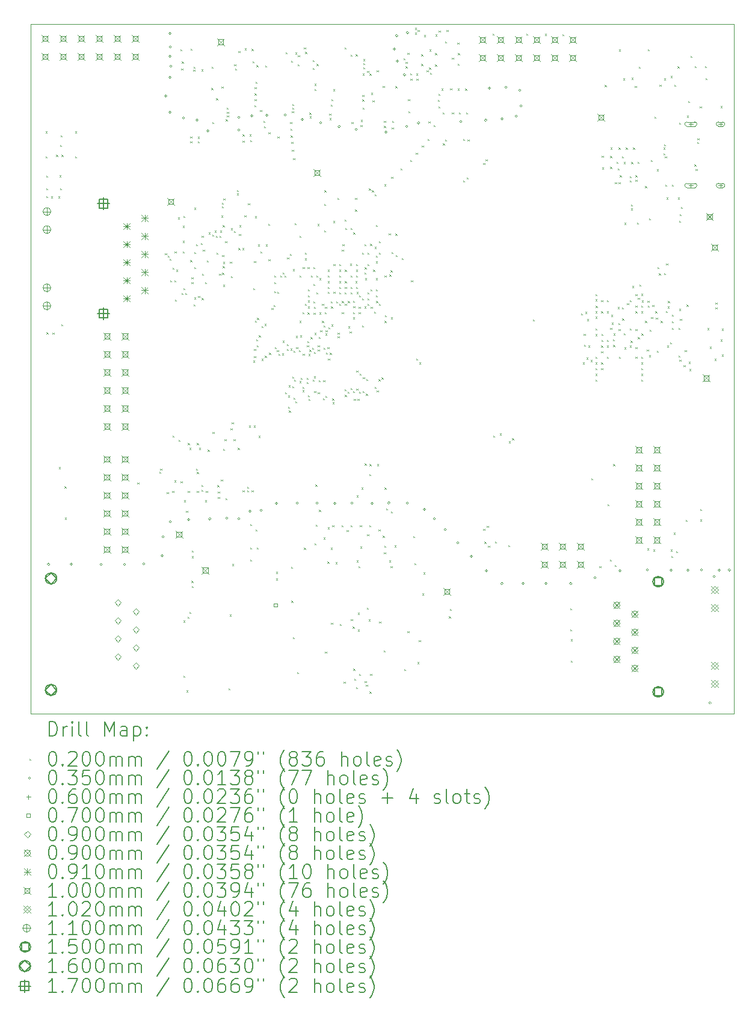
<source format=gbr>
%TF.GenerationSoftware,KiCad,Pcbnew,9.0.3-9.0.3-0~ubuntu24.04.1*%
%TF.CreationDate,2025-07-25T17:13:23+02:00*%
%TF.ProjectId,acoustic-carrier-board,61636f75-7374-4696-932d-636172726965,rev?*%
%TF.SameCoordinates,Original*%
%TF.FileFunction,Drillmap*%
%TF.FilePolarity,Positive*%
%FSLAX45Y45*%
G04 Gerber Fmt 4.5, Leading zero omitted, Abs format (unit mm)*
G04 Created by KiCad (PCBNEW 9.0.3-9.0.3-0~ubuntu24.04.1) date 2025-07-25 17:13:23*
%MOMM*%
%LPD*%
G01*
G04 APERTURE LIST*
%ADD10C,0.050000*%
%ADD11C,0.200000*%
%ADD12C,0.100000*%
%ADD13C,0.102001*%
%ADD14C,0.110002*%
%ADD15C,0.150002*%
%ADD16C,0.160000*%
%ADD17C,0.170002*%
G04 APERTURE END LIST*
D10*
X4500000Y-5200000D02*
X14400000Y-5200000D01*
X14400000Y-14900000D01*
X4500000Y-14900000D01*
X4500000Y-5200000D01*
D11*
D12*
X4707500Y-7062000D02*
X4727500Y-7082000D01*
X4727500Y-7062000D02*
X4707500Y-7082000D01*
X4708000Y-6708000D02*
X4728000Y-6728000D01*
X4728000Y-6708000D02*
X4708000Y-6728000D01*
X4715000Y-7508000D02*
X4735000Y-7528000D01*
X4735000Y-7508000D02*
X4715000Y-7528000D01*
X4715000Y-7620000D02*
X4735000Y-7640000D01*
X4735000Y-7620000D02*
X4715000Y-7640000D01*
X4718000Y-7331000D02*
X4738000Y-7351000D01*
X4738000Y-7331000D02*
X4718000Y-7351000D01*
X4721000Y-9535000D02*
X4741000Y-9555000D01*
X4741000Y-9535000D02*
X4721000Y-9555000D01*
X4783000Y-7622000D02*
X4803000Y-7642000D01*
X4803000Y-7622000D02*
X4783000Y-7642000D01*
X4805000Y-9540000D02*
X4825000Y-9560000D01*
X4825000Y-9540000D02*
X4805000Y-9560000D01*
X4858000Y-7038000D02*
X4878000Y-7058000D01*
X4878000Y-7038000D02*
X4858000Y-7058000D01*
X4886000Y-7623000D02*
X4906000Y-7643000D01*
X4906000Y-7623000D02*
X4886000Y-7643000D01*
X4897000Y-11432000D02*
X4917000Y-11452000D01*
X4917000Y-11432000D02*
X4897000Y-11452000D01*
X4906000Y-7327000D02*
X4926000Y-7347000D01*
X4926000Y-7327000D02*
X4906000Y-7347000D01*
X4910000Y-7508000D02*
X4930000Y-7528000D01*
X4930000Y-7508000D02*
X4910000Y-7528000D01*
X4914000Y-6897000D02*
X4934000Y-6917000D01*
X4934000Y-6897000D02*
X4914000Y-6917000D01*
X4923000Y-6762000D02*
X4943000Y-6782000D01*
X4943000Y-6762000D02*
X4923000Y-6782000D01*
X4927000Y-9422500D02*
X4947000Y-9442500D01*
X4947000Y-9422500D02*
X4927000Y-9442500D01*
X4932000Y-7038000D02*
X4952000Y-7058000D01*
X4952000Y-7038000D02*
X4932000Y-7058000D01*
X4975000Y-11702000D02*
X4995000Y-11722000D01*
X4995000Y-11702000D02*
X4975000Y-11722000D01*
X4977500Y-12144500D02*
X4997500Y-12164500D01*
X4997500Y-12144500D02*
X4977500Y-12164500D01*
X5122500Y-7062000D02*
X5142500Y-7082000D01*
X5142500Y-7062000D02*
X5122500Y-7082000D01*
X5123000Y-6708000D02*
X5143000Y-6728000D01*
X5143000Y-6708000D02*
X5123000Y-6728000D01*
X6001000Y-11650000D02*
X6021000Y-11670000D01*
X6021000Y-11650000D02*
X6001000Y-11670000D01*
X6308346Y-11498183D02*
X6328346Y-11518183D01*
X6328346Y-11498183D02*
X6308346Y-11518183D01*
X6323000Y-11453000D02*
X6343000Y-11473000D01*
X6343000Y-11453000D02*
X6323000Y-11473000D01*
X6388000Y-8421000D02*
X6408000Y-8441000D01*
X6408000Y-8421000D02*
X6388000Y-8441000D01*
X6416000Y-11784000D02*
X6436000Y-11804000D01*
X6436000Y-11784000D02*
X6416000Y-11804000D01*
X6427000Y-8457255D02*
X6447000Y-8477255D01*
X6447000Y-8457255D02*
X6427000Y-8477255D01*
X6453000Y-8498000D02*
X6473000Y-8518000D01*
X6473000Y-8498000D02*
X6453000Y-8518000D01*
X6462000Y-8803000D02*
X6482000Y-8823000D01*
X6482000Y-8803000D02*
X6462000Y-8823000D01*
X6491000Y-11765750D02*
X6511000Y-11785750D01*
X6511000Y-11765750D02*
X6491000Y-11785750D01*
X6494000Y-8626000D02*
X6514000Y-8646000D01*
X6514000Y-8626000D02*
X6494000Y-8646000D01*
X6495000Y-10989000D02*
X6515000Y-11009000D01*
X6515000Y-10989000D02*
X6495000Y-11009000D01*
X6521000Y-8803000D02*
X6541000Y-8823000D01*
X6541000Y-8803000D02*
X6521000Y-8823000D01*
X6521000Y-11618250D02*
X6541000Y-11638250D01*
X6541000Y-11618250D02*
X6521000Y-11638250D01*
X6524250Y-8396000D02*
X6544250Y-8416000D01*
X6544250Y-8396000D02*
X6524250Y-8416000D01*
X6529000Y-9072750D02*
X6549000Y-9092750D01*
X6549000Y-9072750D02*
X6529000Y-9092750D01*
X6548000Y-8656000D02*
X6568000Y-8676000D01*
X6568000Y-8656000D02*
X6548000Y-8676000D01*
X6570000Y-7920000D02*
X6590000Y-7940000D01*
X6590000Y-7920000D02*
X6570000Y-7940000D01*
X6580750Y-11048250D02*
X6600750Y-11068250D01*
X6600750Y-11048250D02*
X6580750Y-11068250D01*
X6603000Y-5550000D02*
X6623000Y-5570000D01*
X6623000Y-5550000D02*
X6603000Y-5570000D01*
X6609500Y-11632500D02*
X6629500Y-11652500D01*
X6629500Y-11632500D02*
X6609500Y-11652500D01*
X6618000Y-5824500D02*
X6638000Y-5844500D01*
X6638000Y-5824500D02*
X6618000Y-5844500D01*
X6623000Y-8979000D02*
X6643000Y-8999000D01*
X6643000Y-8979000D02*
X6623000Y-8999000D01*
X6626000Y-5726000D02*
X6646000Y-5746000D01*
X6646000Y-5726000D02*
X6626000Y-5746000D01*
X6636750Y-8248500D02*
X6656750Y-8268500D01*
X6656750Y-8248500D02*
X6636750Y-8268500D01*
X6636750Y-8398500D02*
X6656750Y-8418500D01*
X6656750Y-8398500D02*
X6636750Y-8418500D01*
X6640000Y-8038500D02*
X6660000Y-8058500D01*
X6660000Y-8038500D02*
X6640000Y-8058500D01*
X6645000Y-8915250D02*
X6665000Y-8935250D01*
X6665000Y-8915250D02*
X6645000Y-8935250D01*
X6648000Y-7899000D02*
X6668000Y-7919000D01*
X6668000Y-7899000D02*
X6648000Y-7919000D01*
X6649000Y-13592000D02*
X6669000Y-13612000D01*
X6669000Y-13592000D02*
X6649000Y-13612000D01*
X6649000Y-14368000D02*
X6669000Y-14388000D01*
X6669000Y-14368000D02*
X6649000Y-14388000D01*
X6658000Y-11899000D02*
X6678000Y-11919000D01*
X6678000Y-11899000D02*
X6658000Y-11919000D01*
X6671000Y-8980000D02*
X6691000Y-9000000D01*
X6691000Y-8980000D02*
X6671000Y-9000000D01*
X6685375Y-12045375D02*
X6705375Y-12065375D01*
X6705375Y-12045375D02*
X6685375Y-12065375D01*
X6689000Y-14575000D02*
X6709000Y-14595000D01*
X6709000Y-14575000D02*
X6689000Y-14595000D01*
X6705000Y-13535000D02*
X6725000Y-13555000D01*
X6725000Y-13535000D02*
X6705000Y-13555000D01*
X6711000Y-11095000D02*
X6731000Y-11115000D01*
X6731000Y-11095000D02*
X6711000Y-11115000D01*
X6711000Y-11765750D02*
X6731000Y-11785750D01*
X6731000Y-11765750D02*
X6711000Y-11785750D01*
X6732000Y-11161000D02*
X6752000Y-11181000D01*
X6752000Y-11161000D02*
X6732000Y-11181000D01*
X6735000Y-13467000D02*
X6755000Y-13487000D01*
X6755000Y-13467000D02*
X6735000Y-13487000D01*
X6744000Y-6781000D02*
X6764000Y-6801000D01*
X6764000Y-6781000D02*
X6744000Y-6801000D01*
X6745000Y-8521000D02*
X6765000Y-8541000D01*
X6765000Y-8521000D02*
X6745000Y-8541000D01*
X6746000Y-6846000D02*
X6766000Y-6866000D01*
X6766000Y-6846000D02*
X6746000Y-6866000D01*
X6747000Y-5546000D02*
X6767000Y-5566000D01*
X6767000Y-5546000D02*
X6747000Y-5566000D01*
X6763000Y-8763000D02*
X6783000Y-8783000D01*
X6783000Y-8763000D02*
X6763000Y-8783000D01*
X6763000Y-8827000D02*
X6783000Y-8847000D01*
X6783000Y-8827000D02*
X6763000Y-8847000D01*
X6763000Y-13034000D02*
X6783000Y-13054000D01*
X6783000Y-13034000D02*
X6763000Y-13054000D01*
X6764000Y-13106000D02*
X6784000Y-13126000D01*
X6784000Y-13106000D02*
X6764000Y-13126000D01*
X6765000Y-12607000D02*
X6785000Y-12627000D01*
X6785000Y-12607000D02*
X6765000Y-12627000D01*
X6767000Y-12686000D02*
X6787000Y-12706000D01*
X6787000Y-12686000D02*
X6767000Y-12706000D01*
X6788500Y-5841500D02*
X6808500Y-5861500D01*
X6808500Y-5841500D02*
X6788500Y-5861500D01*
X6791000Y-9142000D02*
X6811000Y-9162000D01*
X6811000Y-9142000D02*
X6791000Y-9162000D01*
X6794000Y-5798000D02*
X6814000Y-5818000D01*
X6814000Y-5798000D02*
X6794000Y-5818000D01*
X6800000Y-8618000D02*
X6820000Y-8638000D01*
X6820000Y-8618000D02*
X6800000Y-8638000D01*
X6801000Y-7782000D02*
X6821000Y-7802000D01*
X6821000Y-7782000D02*
X6801000Y-7802000D01*
X6802000Y-8407000D02*
X6822000Y-8427000D01*
X6822000Y-8407000D02*
X6802000Y-8427000D01*
X6802500Y-9045500D02*
X6822500Y-9065500D01*
X6822500Y-9045500D02*
X6802500Y-9065500D01*
X6827000Y-8294000D02*
X6847000Y-8314000D01*
X6847000Y-8294000D02*
X6827000Y-8314000D01*
X6828000Y-11454000D02*
X6848000Y-11474000D01*
X6848000Y-11454000D02*
X6828000Y-11474000D01*
X6837731Y-11500493D02*
X6857731Y-11520493D01*
X6857731Y-11500493D02*
X6837731Y-11520493D01*
X6838000Y-11095000D02*
X6858000Y-11115000D01*
X6858000Y-11095000D02*
X6838000Y-11115000D01*
X6838000Y-11765750D02*
X6858000Y-11785750D01*
X6858000Y-11765750D02*
X6838000Y-11785750D01*
X6850000Y-6847000D02*
X6870000Y-6867000D01*
X6870000Y-6847000D02*
X6850000Y-6867000D01*
X6851000Y-6783000D02*
X6871000Y-6803000D01*
X6871000Y-6783000D02*
X6851000Y-6803000D01*
X6855500Y-9026000D02*
X6875500Y-9046000D01*
X6875500Y-9026000D02*
X6855500Y-9046000D01*
X6867000Y-11161000D02*
X6887000Y-11181000D01*
X6887000Y-11161000D02*
X6867000Y-11181000D01*
X6894250Y-8280500D02*
X6914250Y-8300500D01*
X6914250Y-8280500D02*
X6894250Y-8300500D01*
X6899000Y-11684000D02*
X6919000Y-11704000D01*
X6919000Y-11684000D02*
X6899000Y-11704000D01*
X6901000Y-11749000D02*
X6921000Y-11769000D01*
X6921000Y-11749000D02*
X6901000Y-11769000D01*
X6904000Y-5837000D02*
X6924000Y-5857000D01*
X6924000Y-5837000D02*
X6904000Y-5857000D01*
X6905500Y-8179750D02*
X6925500Y-8199750D01*
X6925500Y-8179750D02*
X6905500Y-8199750D01*
X6905500Y-9052000D02*
X6925500Y-9072000D01*
X6925500Y-9052000D02*
X6905500Y-9072000D01*
X6909000Y-8710000D02*
X6929000Y-8730000D01*
X6929000Y-8710000D02*
X6909000Y-8730000D01*
X6922000Y-8374000D02*
X6942000Y-8394000D01*
X6942000Y-8374000D02*
X6922000Y-8394000D01*
X6950000Y-11898000D02*
X6970000Y-11918000D01*
X6970000Y-11898000D02*
X6950000Y-11918000D01*
X6954250Y-8828500D02*
X6974250Y-8848500D01*
X6974250Y-8828500D02*
X6954250Y-8848500D01*
X6965000Y-11765750D02*
X6985000Y-11785750D01*
X6985000Y-11765750D02*
X6965000Y-11785750D01*
X6980500Y-8523500D02*
X7000500Y-8543500D01*
X7000500Y-8523500D02*
X6980500Y-8543500D01*
X6992000Y-11187000D02*
X7012000Y-11207000D01*
X7012000Y-11187000D02*
X6992000Y-11207000D01*
X7003000Y-8131000D02*
X7023000Y-8151000D01*
X7023000Y-8131000D02*
X7003000Y-8151000D01*
X7040500Y-6099500D02*
X7060500Y-6119500D01*
X7060500Y-6099500D02*
X7040500Y-6119500D01*
X7045000Y-5798000D02*
X7065000Y-5818000D01*
X7065000Y-5798000D02*
X7045000Y-5818000D01*
X7054000Y-8160000D02*
X7074000Y-8180000D01*
X7074000Y-8160000D02*
X7054000Y-8180000D01*
X7055000Y-6577000D02*
X7075000Y-6597000D01*
X7075000Y-6577000D02*
X7055000Y-6597000D01*
X7058000Y-10935000D02*
X7078000Y-10955000D01*
X7078000Y-10935000D02*
X7058000Y-10955000D01*
X7088000Y-8105000D02*
X7108000Y-8125000D01*
X7108000Y-8105000D02*
X7088000Y-8125000D01*
X7105500Y-8179750D02*
X7125500Y-8199750D01*
X7125500Y-8179750D02*
X7105500Y-8199750D01*
X7109000Y-6243000D02*
X7129000Y-6263000D01*
X7129000Y-6243000D02*
X7109000Y-6263000D01*
X7116000Y-8416000D02*
X7136000Y-8436000D01*
X7136000Y-8416000D02*
X7116000Y-8436000D01*
X7126500Y-11687750D02*
X7146500Y-11707750D01*
X7146500Y-11687750D02*
X7126500Y-11707750D01*
X7133000Y-11776000D02*
X7153000Y-11796000D01*
X7153000Y-11776000D02*
X7133000Y-11796000D01*
X7135000Y-11853000D02*
X7155000Y-11873000D01*
X7155000Y-11853000D02*
X7135000Y-11873000D01*
X7150000Y-8713000D02*
X7170000Y-8733000D01*
X7170000Y-8713000D02*
X7150000Y-8733000D01*
X7155500Y-8179750D02*
X7175500Y-8199750D01*
X7175500Y-8179750D02*
X7155500Y-8199750D01*
X7164000Y-8105000D02*
X7184000Y-8125000D01*
X7184000Y-8105000D02*
X7164000Y-8125000D01*
X7177000Y-11608000D02*
X7197000Y-11628000D01*
X7197000Y-11608000D02*
X7177000Y-11628000D01*
X7181000Y-7893000D02*
X7201000Y-7913000D01*
X7201000Y-7893000D02*
X7181000Y-7913000D01*
X7185500Y-6079000D02*
X7205500Y-6099000D01*
X7205500Y-6079000D02*
X7185500Y-6099000D01*
X7191000Y-7710000D02*
X7211000Y-7730000D01*
X7211000Y-7710000D02*
X7191000Y-7730000D01*
X7191000Y-7760000D02*
X7211000Y-7780000D01*
X7211000Y-7760000D02*
X7191000Y-7780000D01*
X7194000Y-8449000D02*
X7214000Y-8469000D01*
X7214000Y-8449000D02*
X7194000Y-8469000D01*
X7194000Y-8698000D02*
X7214000Y-8718000D01*
X7214000Y-8698000D02*
X7194000Y-8718000D01*
X7201000Y-8030000D02*
X7221000Y-8050000D01*
X7221000Y-8030000D02*
X7201000Y-8050000D01*
X7203000Y-8606000D02*
X7223000Y-8626000D01*
X7223000Y-8606000D02*
X7203000Y-8626000D01*
X7204000Y-8545000D02*
X7224000Y-8565000D01*
X7224000Y-8545000D02*
X7204000Y-8565000D01*
X7205500Y-8867250D02*
X7225500Y-8887250D01*
X7225500Y-8867250D02*
X7205500Y-8887250D01*
X7209000Y-11172000D02*
X7229000Y-11192000D01*
X7229000Y-11172000D02*
X7209000Y-11192000D01*
X7210000Y-7652000D02*
X7230000Y-7672000D01*
X7230000Y-7652000D02*
X7210000Y-7672000D01*
X7228000Y-11041250D02*
X7248000Y-11061250D01*
X7248000Y-11041250D02*
X7228000Y-11061250D01*
X7236000Y-8255000D02*
X7256000Y-8275000D01*
X7256000Y-8255000D02*
X7236000Y-8275000D01*
X7242000Y-11869000D02*
X7262000Y-11889000D01*
X7262000Y-11869000D02*
X7242000Y-11889000D01*
X7245000Y-6539000D02*
X7265000Y-6559000D01*
X7265000Y-6539000D02*
X7245000Y-6559000D01*
X7259000Y-6374000D02*
X7279000Y-6394000D01*
X7279000Y-6374000D02*
X7259000Y-6394000D01*
X7260000Y-6434000D02*
X7280000Y-6454000D01*
X7280000Y-6434000D02*
X7260000Y-6454000D01*
X7261000Y-6486000D02*
X7281000Y-6506000D01*
X7281000Y-6486000D02*
X7261000Y-6506000D01*
X7281000Y-14544000D02*
X7301000Y-14564000D01*
X7301000Y-14544000D02*
X7281000Y-14564000D01*
X7299000Y-13508000D02*
X7319000Y-13528000D01*
X7319000Y-13508000D02*
X7299000Y-13528000D01*
X7304250Y-8541000D02*
X7324250Y-8561000D01*
X7324250Y-8541000D02*
X7304250Y-8561000D01*
X7311000Y-10888000D02*
X7331000Y-10908000D01*
X7331000Y-10888000D02*
X7311000Y-10908000D01*
X7317000Y-8745000D02*
X7337000Y-8765000D01*
X7337000Y-8745000D02*
X7317000Y-8765000D01*
X7318000Y-8071000D02*
X7338000Y-8091000D01*
X7338000Y-8071000D02*
X7318000Y-8091000D01*
X7330000Y-10800000D02*
X7350000Y-10820000D01*
X7350000Y-10800000D02*
X7330000Y-10820000D01*
X7332000Y-12796000D02*
X7352000Y-12816000D01*
X7352000Y-12796000D02*
X7332000Y-12816000D01*
X7355000Y-11041250D02*
X7375000Y-11061250D01*
X7375000Y-11041250D02*
X7355000Y-11061250D01*
X7361000Y-8110000D02*
X7381000Y-8130000D01*
X7381000Y-8110000D02*
X7361000Y-8130000D01*
X7363000Y-5763000D02*
X7383000Y-5783000D01*
X7383000Y-5763000D02*
X7363000Y-5783000D01*
X7378000Y-5824000D02*
X7398000Y-5844000D01*
X7398000Y-5824000D02*
X7378000Y-5844000D01*
X7399000Y-7581000D02*
X7419000Y-7601000D01*
X7419000Y-7581000D02*
X7399000Y-7601000D01*
X7400000Y-7533000D02*
X7420000Y-7553000D01*
X7420000Y-7533000D02*
X7400000Y-7553000D01*
X7415000Y-11163000D02*
X7435000Y-11183000D01*
X7435000Y-11163000D02*
X7415000Y-11183000D01*
X7421000Y-8351000D02*
X7441000Y-8371000D01*
X7441000Y-8351000D02*
X7421000Y-8371000D01*
X7422000Y-5577000D02*
X7442000Y-5597000D01*
X7442000Y-5577000D02*
X7422000Y-5597000D01*
X7430000Y-8150000D02*
X7450000Y-8170000D01*
X7450000Y-8150000D02*
X7430000Y-8170000D01*
X7433000Y-8030000D02*
X7453000Y-8050000D01*
X7453000Y-8030000D02*
X7433000Y-8050000D01*
X7478000Y-8350000D02*
X7498000Y-8370000D01*
X7498000Y-8350000D02*
X7478000Y-8370000D01*
X7481000Y-6751000D02*
X7501000Y-6771000D01*
X7501000Y-6751000D02*
X7481000Y-6771000D01*
X7481000Y-6838000D02*
X7501000Y-6858000D01*
X7501000Y-6838000D02*
X7481000Y-6858000D01*
X7482000Y-11758750D02*
X7502000Y-11778750D01*
X7502000Y-11758750D02*
X7482000Y-11778750D01*
X7506000Y-7889000D02*
X7526000Y-7909000D01*
X7526000Y-7889000D02*
X7506000Y-7909000D01*
X7512000Y-5540000D02*
X7532000Y-5560000D01*
X7532000Y-5540000D02*
X7512000Y-5560000D01*
X7545000Y-11707000D02*
X7565000Y-11727000D01*
X7565000Y-11707000D02*
X7545000Y-11727000D01*
X7546000Y-11757000D02*
X7566000Y-11777000D01*
X7566000Y-11757000D02*
X7546000Y-11777000D01*
X7557500Y-7721500D02*
X7577500Y-7741500D01*
X7577500Y-7721500D02*
X7557500Y-7741500D01*
X7569000Y-10847000D02*
X7589000Y-10867000D01*
X7589000Y-10847000D02*
X7569000Y-10867000D01*
X7580000Y-6749000D02*
X7600000Y-6769000D01*
X7600000Y-6749000D02*
X7580000Y-6769000D01*
X7586000Y-6831000D02*
X7606000Y-6851000D01*
X7606000Y-6831000D02*
X7586000Y-6851000D01*
X7587500Y-12235000D02*
X7607500Y-12255000D01*
X7607500Y-12235000D02*
X7587500Y-12255000D01*
X7587500Y-12561250D02*
X7607500Y-12581250D01*
X7607500Y-12561250D02*
X7587500Y-12581250D01*
X7587500Y-12731750D02*
X7607500Y-12751750D01*
X7607500Y-12731750D02*
X7587500Y-12751750D01*
X7608000Y-5547000D02*
X7628000Y-5567000D01*
X7628000Y-5547000D02*
X7608000Y-5567000D01*
X7609000Y-11758750D02*
X7629000Y-11778750D01*
X7629000Y-11758750D02*
X7609000Y-11778750D01*
X7622032Y-5723968D02*
X7642032Y-5743968D01*
X7642032Y-5723968D02*
X7622032Y-5743968D01*
X7631000Y-8916000D02*
X7651000Y-8936000D01*
X7651000Y-8916000D02*
X7631000Y-8936000D01*
X7631000Y-9933000D02*
X7651000Y-9953000D01*
X7651000Y-9933000D02*
X7631000Y-9953000D01*
X7637000Y-10848000D02*
X7657000Y-10868000D01*
X7657000Y-10848000D02*
X7637000Y-10868000D01*
X7641000Y-9872000D02*
X7661000Y-9892000D01*
X7661000Y-9872000D02*
X7641000Y-9892000D01*
X7642000Y-8534000D02*
X7662000Y-8554000D01*
X7662000Y-8534000D02*
X7642000Y-8554000D01*
X7642000Y-9770000D02*
X7662000Y-9790000D01*
X7662000Y-9770000D02*
X7642000Y-9790000D01*
X7649000Y-6341000D02*
X7669000Y-6361000D01*
X7669000Y-6341000D02*
X7649000Y-6361000D01*
X7650000Y-6254000D02*
X7670000Y-6274000D01*
X7670000Y-6254000D02*
X7650000Y-6274000D01*
X7651000Y-6086000D02*
X7671000Y-6106000D01*
X7671000Y-6086000D02*
X7651000Y-6106000D01*
X7652000Y-6174000D02*
X7672000Y-6194000D01*
X7672000Y-6174000D02*
X7652000Y-6194000D01*
X7653000Y-7902000D02*
X7673000Y-7922000D01*
X7673000Y-7902000D02*
X7653000Y-7922000D01*
X7654327Y-9369091D02*
X7674327Y-9389091D01*
X7674327Y-9369091D02*
X7654327Y-9389091D01*
X7661000Y-6010000D02*
X7681000Y-6030000D01*
X7681000Y-6010000D02*
X7661000Y-6030000D01*
X7664000Y-12308000D02*
X7684000Y-12328000D01*
X7684000Y-12308000D02*
X7664000Y-12328000D01*
X7672000Y-9631000D02*
X7692000Y-9651000D01*
X7692000Y-9631000D02*
X7672000Y-9651000D01*
X7675532Y-5777468D02*
X7695532Y-5797468D01*
X7695532Y-5777468D02*
X7675532Y-5797468D01*
X7682500Y-12561250D02*
X7702500Y-12581250D01*
X7702500Y-12561250D02*
X7682500Y-12581250D01*
X7683000Y-9718000D02*
X7703000Y-9738000D01*
X7703000Y-9718000D02*
X7683000Y-9738000D01*
X7684000Y-9332000D02*
X7704000Y-9352000D01*
X7704000Y-9332000D02*
X7684000Y-9352000D01*
X7699000Y-8298500D02*
X7719000Y-8318500D01*
X7719000Y-8298500D02*
X7699000Y-8318500D01*
X7707000Y-10991000D02*
X7727000Y-11011000D01*
X7727000Y-10991000D02*
X7707000Y-11011000D01*
X7711000Y-9579000D02*
X7731000Y-9599000D01*
X7731000Y-9579000D02*
X7711000Y-9599000D01*
X7726000Y-6408000D02*
X7746000Y-6428000D01*
X7746000Y-6408000D02*
X7726000Y-6428000D01*
X7729000Y-8398500D02*
X7749000Y-8418500D01*
X7749000Y-8398500D02*
X7729000Y-8418500D01*
X7746000Y-9910000D02*
X7766000Y-9930000D01*
X7766000Y-9910000D02*
X7746000Y-9930000D01*
X7748000Y-9446000D02*
X7768000Y-9466000D01*
X7768000Y-9446000D02*
X7748000Y-9466000D01*
X7772000Y-6558000D02*
X7792000Y-6578000D01*
X7792000Y-6558000D02*
X7772000Y-6578000D01*
X7784000Y-6638000D02*
X7804000Y-6658000D01*
X7804000Y-6638000D02*
X7784000Y-6658000D01*
X7788000Y-9419000D02*
X7808000Y-9439000D01*
X7808000Y-9419000D02*
X7788000Y-9439000D01*
X7795000Y-9866000D02*
X7815000Y-9886000D01*
X7815000Y-9866000D02*
X7795000Y-9886000D01*
X7799000Y-5779000D02*
X7819000Y-5799000D01*
X7819000Y-5779000D02*
X7799000Y-5799000D01*
X7805000Y-8298500D02*
X7825000Y-8318500D01*
X7825000Y-8298500D02*
X7805000Y-8318500D01*
X7844000Y-8008000D02*
X7864000Y-8028000D01*
X7864000Y-8008000D02*
X7844000Y-8028000D01*
X7845000Y-6723000D02*
X7865000Y-6743000D01*
X7865000Y-6723000D02*
X7845000Y-6743000D01*
X7847000Y-8507000D02*
X7867000Y-8527000D01*
X7867000Y-8507000D02*
X7847000Y-8527000D01*
X7854000Y-9824000D02*
X7874000Y-9844000D01*
X7874000Y-9824000D02*
X7854000Y-9844000D01*
X7887000Y-9193000D02*
X7907000Y-9213000D01*
X7907000Y-9193000D02*
X7887000Y-9213000D01*
X7919000Y-9151000D02*
X7939000Y-9171000D01*
X7939000Y-9151000D02*
X7919000Y-9171000D01*
X7924000Y-8829000D02*
X7944000Y-8849000D01*
X7944000Y-8829000D02*
X7924000Y-8849000D01*
X7924000Y-8955000D02*
X7944000Y-8975000D01*
X7944000Y-8955000D02*
X7924000Y-8975000D01*
X7925000Y-8735000D02*
X7945000Y-8755000D01*
X7945000Y-8735000D02*
X7925000Y-8755000D01*
X7933000Y-9741000D02*
X7953000Y-9761000D01*
X7953000Y-9741000D02*
X7933000Y-9761000D01*
X7950000Y-12998000D02*
X7970000Y-13018000D01*
X7970000Y-12998000D02*
X7950000Y-13018000D01*
X7951000Y-12906000D02*
X7971000Y-12926000D01*
X7971000Y-12906000D02*
X7951000Y-12926000D01*
X7964000Y-9786000D02*
X7984000Y-9806000D01*
X7984000Y-9786000D02*
X7964000Y-9806000D01*
X7970427Y-8965038D02*
X7990427Y-8985038D01*
X7990427Y-8965038D02*
X7970427Y-8985038D01*
X7972000Y-6781000D02*
X7992000Y-6801000D01*
X7992000Y-6781000D02*
X7972000Y-6801000D01*
X7986000Y-9836000D02*
X8006000Y-9856000D01*
X8006000Y-9836000D02*
X7986000Y-9856000D01*
X8010401Y-8733599D02*
X8030401Y-8753599D01*
X8030401Y-8733599D02*
X8010401Y-8753599D01*
X8038000Y-9833000D02*
X8058000Y-9853000D01*
X8058000Y-9833000D02*
X8038000Y-9853000D01*
X8047000Y-8691000D02*
X8067000Y-8711000D01*
X8067000Y-8691000D02*
X8047000Y-8711000D01*
X8047000Y-9656000D02*
X8067000Y-9676000D01*
X8067000Y-9656000D02*
X8047000Y-9676000D01*
X8070000Y-8737000D02*
X8090000Y-8757000D01*
X8090000Y-8737000D02*
X8070000Y-8757000D01*
X8079000Y-10381000D02*
X8099000Y-10401000D01*
X8099000Y-10381000D02*
X8079000Y-10401000D01*
X8087000Y-5597000D02*
X8107000Y-5617000D01*
X8107000Y-5597000D02*
X8087000Y-5617000D01*
X8102000Y-9771000D02*
X8122000Y-9791000D01*
X8122000Y-9771000D02*
X8102000Y-9791000D01*
X8103000Y-9699000D02*
X8123000Y-9719000D01*
X8123000Y-9699000D02*
X8103000Y-9719000D01*
X8109000Y-8481000D02*
X8129000Y-8501000D01*
X8129000Y-8481000D02*
X8109000Y-8501000D01*
X8120000Y-10424000D02*
X8140000Y-10444000D01*
X8140000Y-10424000D02*
X8120000Y-10444000D01*
X8122000Y-10580000D02*
X8142000Y-10600000D01*
X8142000Y-10580000D02*
X8122000Y-10600000D01*
X8130000Y-10281000D02*
X8150000Y-10301000D01*
X8150000Y-10281000D02*
X8130000Y-10301000D01*
X8133000Y-10638000D02*
X8153000Y-10658000D01*
X8153000Y-10638000D02*
X8133000Y-10658000D01*
X8147000Y-8430000D02*
X8167000Y-8450000D01*
X8167000Y-8430000D02*
X8147000Y-8450000D01*
X8150000Y-6579000D02*
X8170000Y-6599000D01*
X8170000Y-6579000D02*
X8150000Y-6599000D01*
X8153000Y-6670000D02*
X8173000Y-6690000D01*
X8173000Y-6670000D02*
X8153000Y-6690000D01*
X8155000Y-9764000D02*
X8175000Y-9784000D01*
X8175000Y-9764000D02*
X8155000Y-9784000D01*
X8158000Y-6767000D02*
X8178000Y-6787000D01*
X8178000Y-6767000D02*
X8158000Y-6787000D01*
X8163000Y-5716000D02*
X8183000Y-5736000D01*
X8183000Y-5716000D02*
X8163000Y-5736000D01*
X8164000Y-12835000D02*
X8184000Y-12855000D01*
X8184000Y-12835000D02*
X8164000Y-12855000D01*
X8168000Y-6858000D02*
X8188000Y-6878000D01*
X8188000Y-6858000D02*
X8168000Y-6878000D01*
X8168000Y-13313000D02*
X8188000Y-13333000D01*
X8188000Y-13313000D02*
X8168000Y-13333000D01*
X8176000Y-6965000D02*
X8196000Y-6985000D01*
X8196000Y-6965000D02*
X8176000Y-6985000D01*
X8177000Y-6426000D02*
X8197000Y-6446000D01*
X8197000Y-6426000D02*
X8177000Y-6446000D01*
X8178000Y-6374000D02*
X8198000Y-6394000D01*
X8198000Y-6374000D02*
X8178000Y-6394000D01*
X8179000Y-10294000D02*
X8199000Y-10314000D01*
X8199000Y-10294000D02*
X8179000Y-10314000D01*
X8180000Y-6322000D02*
X8200000Y-6342000D01*
X8200000Y-6322000D02*
X8180000Y-6342000D01*
X8180000Y-10156000D02*
X8200000Y-10176000D01*
X8200000Y-10156000D02*
X8180000Y-10176000D01*
X8189000Y-8648000D02*
X8209000Y-8668000D01*
X8209000Y-8648000D02*
X8189000Y-8668000D01*
X8190000Y-13824000D02*
X8210000Y-13844000D01*
X8210000Y-13824000D02*
X8190000Y-13844000D01*
X8194000Y-7087000D02*
X8214000Y-7107000D01*
X8214000Y-7087000D02*
X8194000Y-7107000D01*
X8197000Y-10456000D02*
X8217000Y-10476000D01*
X8217000Y-10456000D02*
X8197000Y-10476000D01*
X8199000Y-9795000D02*
X8219000Y-9815000D01*
X8219000Y-9795000D02*
X8199000Y-9815000D01*
X8206000Y-10203000D02*
X8226000Y-10223000D01*
X8226000Y-10203000D02*
X8206000Y-10223000D01*
X8213250Y-8001250D02*
X8233250Y-8021250D01*
X8233250Y-8001250D02*
X8213250Y-8021250D01*
X8220000Y-5598000D02*
X8240000Y-5618000D01*
X8240000Y-5598000D02*
X8220000Y-5618000D01*
X8221000Y-10507000D02*
X8241000Y-10527000D01*
X8241000Y-10507000D02*
X8221000Y-10527000D01*
X8230000Y-9588000D02*
X8250000Y-9608000D01*
X8250000Y-9588000D02*
X8230000Y-9608000D01*
X8236000Y-9743000D02*
X8256000Y-9763000D01*
X8256000Y-9743000D02*
X8236000Y-9763000D01*
X8247000Y-14315000D02*
X8267000Y-14335000D01*
X8267000Y-14315000D02*
X8247000Y-14335000D01*
X8257000Y-5763000D02*
X8277000Y-5783000D01*
X8277000Y-5763000D02*
X8257000Y-5783000D01*
X8259500Y-5637500D02*
X8279500Y-5657500D01*
X8279500Y-5637500D02*
X8259500Y-5657500D01*
X8271000Y-9786000D02*
X8291000Y-9806000D01*
X8291000Y-9786000D02*
X8271000Y-9806000D01*
X8280000Y-8175000D02*
X8300000Y-8195000D01*
X8300000Y-8175000D02*
X8280000Y-8195000D01*
X8280000Y-8735000D02*
X8300000Y-8755000D01*
X8300000Y-8735000D02*
X8280000Y-8755000D01*
X8280000Y-9375000D02*
X8300000Y-9395000D01*
X8300000Y-9375000D02*
X8280000Y-9395000D01*
X8282000Y-10222000D02*
X8302000Y-10242000D01*
X8302000Y-10222000D02*
X8282000Y-10242000D01*
X8291000Y-9578000D02*
X8311000Y-9598000D01*
X8311000Y-9578000D02*
X8291000Y-9598000D01*
X8298664Y-10176000D02*
X8318664Y-10196000D01*
X8318664Y-10176000D02*
X8298664Y-10196000D01*
X8323000Y-10348000D02*
X8343000Y-10368000D01*
X8343000Y-10348000D02*
X8323000Y-10368000D01*
X8325000Y-9255000D02*
X8345000Y-9275000D01*
X8345000Y-9255000D02*
X8325000Y-9275000D01*
X8325433Y-10300562D02*
X8345433Y-10320562D01*
X8345433Y-10300562D02*
X8325433Y-10320562D01*
X8328000Y-8618000D02*
X8348000Y-8638000D01*
X8348000Y-8618000D02*
X8328000Y-8638000D01*
X8328000Y-9834000D02*
X8348000Y-9854000D01*
X8348000Y-9834000D02*
X8328000Y-9854000D01*
X8344000Y-12566000D02*
X8364000Y-12586000D01*
X8364000Y-12566000D02*
X8344000Y-12586000D01*
X8345000Y-5528000D02*
X8365000Y-5548000D01*
X8365000Y-5528000D02*
X8345000Y-5548000D01*
X8360000Y-8415000D02*
X8380000Y-8435000D01*
X8380000Y-8415000D02*
X8360000Y-8435000D01*
X8360000Y-8495000D02*
X8380000Y-8515000D01*
X8380000Y-8495000D02*
X8360000Y-8515000D01*
X8360000Y-9135000D02*
X8380000Y-9155000D01*
X8380000Y-9135000D02*
X8360000Y-9155000D01*
X8363000Y-5590000D02*
X8383000Y-5610000D01*
X8383000Y-5590000D02*
X8363000Y-5610000D01*
X8384000Y-10236000D02*
X8404000Y-10256000D01*
X8404000Y-10236000D02*
X8384000Y-10256000D01*
X8386000Y-10177000D02*
X8406000Y-10197000D01*
X8406000Y-10177000D02*
X8386000Y-10197000D01*
X8387000Y-9716000D02*
X8407000Y-9736000D01*
X8407000Y-9716000D02*
X8387000Y-9736000D01*
X8393000Y-9660000D02*
X8413000Y-9680000D01*
X8413000Y-9660000D02*
X8393000Y-9680000D01*
X8396000Y-8615000D02*
X8416000Y-8635000D01*
X8416000Y-8615000D02*
X8396000Y-8635000D01*
X8397000Y-9257000D02*
X8417000Y-9277000D01*
X8417000Y-9257000D02*
X8397000Y-9277000D01*
X8398000Y-8933000D02*
X8418000Y-8953000D01*
X8418000Y-8933000D02*
X8398000Y-8953000D01*
X8398000Y-10420000D02*
X8418000Y-10440000D01*
X8418000Y-10420000D02*
X8398000Y-10440000D01*
X8400000Y-9014000D02*
X8420000Y-9034000D01*
X8420000Y-9014000D02*
X8400000Y-9034000D01*
X8400000Y-9088000D02*
X8420000Y-9108000D01*
X8420000Y-9088000D02*
X8400000Y-9108000D01*
X8402000Y-9173000D02*
X8422000Y-9193000D01*
X8422000Y-9173000D02*
X8402000Y-9193000D01*
X8411000Y-9840000D02*
X8431000Y-9860000D01*
X8431000Y-9840000D02*
X8411000Y-9860000D01*
X8411000Y-10473000D02*
X8431000Y-10493000D01*
X8431000Y-10473000D02*
X8411000Y-10493000D01*
X8420000Y-6446000D02*
X8440000Y-6466000D01*
X8440000Y-6446000D02*
X8420000Y-6466000D01*
X8421000Y-9781000D02*
X8441000Y-9801000D01*
X8441000Y-9781000D02*
X8421000Y-9801000D01*
X8427000Y-6495000D02*
X8447000Y-6515000D01*
X8447000Y-6495000D02*
X8427000Y-6515000D01*
X8439000Y-9604000D02*
X8459000Y-9624000D01*
X8459000Y-9604000D02*
X8439000Y-9624000D01*
X8440000Y-8735000D02*
X8460000Y-8755000D01*
X8460000Y-8735000D02*
X8440000Y-8755000D01*
X8460000Y-9752000D02*
X8480000Y-9772000D01*
X8480000Y-9752000D02*
X8460000Y-9772000D01*
X8466000Y-5814000D02*
X8486000Y-5834000D01*
X8486000Y-5814000D02*
X8466000Y-5834000D01*
X8466875Y-5704125D02*
X8486875Y-5724125D01*
X8486875Y-5704125D02*
X8466875Y-5724125D01*
X8469699Y-10201550D02*
X8489699Y-10221550D01*
X8489699Y-10201550D02*
X8469699Y-10221550D01*
X8475000Y-9098000D02*
X8495000Y-9118000D01*
X8495000Y-9098000D02*
X8475000Y-9118000D01*
X8476000Y-8615000D02*
X8496000Y-8635000D01*
X8496000Y-8615000D02*
X8476000Y-8635000D01*
X8479000Y-8856000D02*
X8499000Y-8876000D01*
X8499000Y-8856000D02*
X8479000Y-8876000D01*
X8480000Y-9259000D02*
X8500000Y-9279000D01*
X8500000Y-9259000D02*
X8480000Y-9279000D01*
X8484000Y-9174000D02*
X8504000Y-9194000D01*
X8504000Y-9174000D02*
X8484000Y-9194000D01*
X8485000Y-10155000D02*
X8505000Y-10175000D01*
X8505000Y-10155000D02*
X8485000Y-10175000D01*
X8486000Y-9811000D02*
X8506000Y-9831000D01*
X8506000Y-9811000D02*
X8486000Y-9831000D01*
X8489000Y-10361000D02*
X8509000Y-10381000D01*
X8509000Y-10361000D02*
X8489000Y-10381000D01*
X8491000Y-12504000D02*
X8511000Y-12524000D01*
X8511000Y-12504000D02*
X8491000Y-12524000D01*
X8492000Y-6113000D02*
X8512000Y-6133000D01*
X8512000Y-6113000D02*
X8492000Y-6133000D01*
X8494000Y-6039000D02*
X8514000Y-6059000D01*
X8514000Y-6039000D02*
X8494000Y-6059000D01*
X8496000Y-9546000D02*
X8516000Y-9566000D01*
X8516000Y-9546000D02*
X8496000Y-9566000D01*
X8506000Y-11678000D02*
X8526000Y-11698000D01*
X8526000Y-11678000D02*
X8506000Y-11698000D01*
X8511000Y-12240000D02*
X8531000Y-12260000D01*
X8531000Y-12240000D02*
X8511000Y-12260000D01*
X8517000Y-8735000D02*
X8537000Y-8755000D01*
X8537000Y-8735000D02*
X8517000Y-8755000D01*
X8520000Y-8975000D02*
X8540000Y-8995000D01*
X8540000Y-8975000D02*
X8520000Y-8995000D01*
X8523375Y-5760625D02*
X8543375Y-5780625D01*
X8543375Y-5760625D02*
X8523375Y-5780625D01*
X8538250Y-8012750D02*
X8558250Y-8032750D01*
X8558250Y-8012750D02*
X8538250Y-8032750D01*
X8539000Y-10376000D02*
X8559000Y-10396000D01*
X8559000Y-10376000D02*
X8539000Y-10396000D01*
X8540000Y-9775000D02*
X8560000Y-9795000D01*
X8560000Y-9775000D02*
X8540000Y-9795000D01*
X8541000Y-9719000D02*
X8561000Y-9739000D01*
X8561000Y-9719000D02*
X8541000Y-9739000D01*
X8551500Y-9598500D02*
X8571500Y-9618500D01*
X8571500Y-9598500D02*
X8551500Y-9618500D01*
X8554997Y-10207975D02*
X8574997Y-10227975D01*
X8574997Y-10207975D02*
X8554997Y-10227975D01*
X8556500Y-12033000D02*
X8576500Y-12053000D01*
X8576500Y-12033000D02*
X8556500Y-12053000D01*
X8561000Y-8773000D02*
X8581000Y-8793000D01*
X8581000Y-8773000D02*
X8561000Y-8793000D01*
X8561000Y-9256000D02*
X8581000Y-9276000D01*
X8581000Y-9256000D02*
X8561000Y-9276000D01*
X8574000Y-9505000D02*
X8594000Y-9525000D01*
X8594000Y-9505000D02*
X8574000Y-9525000D01*
X8600000Y-9135000D02*
X8620000Y-9155000D01*
X8620000Y-9135000D02*
X8600000Y-9155000D01*
X8600000Y-9375000D02*
X8620000Y-9395000D01*
X8620000Y-9375000D02*
X8600000Y-9395000D01*
X8611000Y-10461000D02*
X8631000Y-10481000D01*
X8631000Y-10461000D02*
X8611000Y-10481000D01*
X8615000Y-10207000D02*
X8635000Y-10227000D01*
X8635000Y-10207000D02*
X8615000Y-10227000D01*
X8619000Y-9440000D02*
X8639000Y-9460000D01*
X8639000Y-9440000D02*
X8619000Y-9460000D01*
X8621000Y-9751000D02*
X8641000Y-9771000D01*
X8641000Y-9751000D02*
X8621000Y-9771000D01*
X8621000Y-12422000D02*
X8641000Y-12442000D01*
X8641000Y-12422000D02*
X8621000Y-12442000D01*
X8626750Y-8101250D02*
X8646750Y-8121250D01*
X8646750Y-8101250D02*
X8626750Y-8121250D01*
X8628000Y-7730000D02*
X8648000Y-7750000D01*
X8648000Y-7730000D02*
X8628000Y-7750000D01*
X8634500Y-7537500D02*
X8654500Y-7557500D01*
X8654500Y-7537500D02*
X8634500Y-7557500D01*
X8640000Y-9255000D02*
X8660000Y-9275000D01*
X8660000Y-9255000D02*
X8640000Y-9275000D01*
X8640500Y-14027000D02*
X8660500Y-14047000D01*
X8660500Y-14027000D02*
X8640500Y-14047000D01*
X8641000Y-9174000D02*
X8661000Y-9194000D01*
X8661000Y-9174000D02*
X8641000Y-9194000D01*
X8647000Y-9552000D02*
X8667000Y-9572000D01*
X8667000Y-9552000D02*
X8647000Y-9572000D01*
X8647065Y-10430087D02*
X8667065Y-10450087D01*
X8667065Y-10430087D02*
X8647065Y-10450087D01*
X8650026Y-9504596D02*
X8670026Y-9524596D01*
X8670026Y-9504596D02*
X8650026Y-9524596D01*
X8655000Y-9822000D02*
X8675000Y-9842000D01*
X8675000Y-9822000D02*
X8655000Y-9842000D01*
X8676000Y-9746000D02*
X8696000Y-9766000D01*
X8696000Y-9746000D02*
X8676000Y-9766000D01*
X8676000Y-12761000D02*
X8696000Y-12781000D01*
X8696000Y-12761000D02*
X8676000Y-12781000D01*
X8677000Y-8815000D02*
X8697000Y-8835000D01*
X8697000Y-8815000D02*
X8677000Y-8835000D01*
X8679000Y-8966500D02*
X8699000Y-8986500D01*
X8699000Y-8966500D02*
X8679000Y-8986500D01*
X8680000Y-8654000D02*
X8700000Y-8674000D01*
X8700000Y-8654000D02*
X8680000Y-8674000D01*
X8680000Y-8735000D02*
X8700000Y-8755000D01*
X8700000Y-8735000D02*
X8680000Y-8755000D01*
X8680000Y-8895000D02*
X8700000Y-8915000D01*
X8700000Y-8895000D02*
X8680000Y-8915000D01*
X8681000Y-12280000D02*
X8701000Y-12300000D01*
X8701000Y-12280000D02*
X8681000Y-12300000D01*
X8683000Y-9902000D02*
X8703000Y-9922000D01*
X8703000Y-9902000D02*
X8683000Y-9922000D01*
X8690000Y-9463000D02*
X8710000Y-9483000D01*
X8710000Y-9463000D02*
X8690000Y-9483000D01*
X8700000Y-6458000D02*
X8720000Y-6478000D01*
X8720000Y-6458000D02*
X8700000Y-6478000D01*
X8707000Y-6523000D02*
X8727000Y-6543000D01*
X8727000Y-6523000D02*
X8707000Y-6543000D01*
X8710000Y-9823000D02*
X8730000Y-9843000D01*
X8730000Y-9823000D02*
X8710000Y-9843000D01*
X8720000Y-9099000D02*
X8740000Y-9119000D01*
X8740000Y-9099000D02*
X8720000Y-9119000D01*
X8723000Y-6330000D02*
X8743000Y-6350000D01*
X8743000Y-6330000D02*
X8723000Y-6350000D01*
X8724000Y-12566000D02*
X8744000Y-12586000D01*
X8744000Y-12566000D02*
X8724000Y-12586000D01*
X8726000Y-9173000D02*
X8746000Y-9193000D01*
X8746000Y-9173000D02*
X8726000Y-9193000D01*
X8726000Y-13621000D02*
X8746000Y-13641000D01*
X8746000Y-13621000D02*
X8726000Y-13641000D01*
X8728000Y-9425060D02*
X8748000Y-9445060D01*
X8748000Y-9425060D02*
X8728000Y-9445060D01*
X8730000Y-6256000D02*
X8750000Y-6276000D01*
X8750000Y-6256000D02*
X8730000Y-6276000D01*
X8742000Y-10468000D02*
X8762000Y-10488000D01*
X8762000Y-10468000D02*
X8742000Y-10488000D01*
X8743500Y-12251000D02*
X8763500Y-12271000D01*
X8763500Y-12251000D02*
X8743500Y-12271000D01*
X8750000Y-10518000D02*
X8770000Y-10538000D01*
X8770000Y-10518000D02*
X8750000Y-10538000D01*
X8755500Y-6116500D02*
X8775500Y-6136500D01*
X8775500Y-6116500D02*
X8755500Y-6136500D01*
X8755500Y-7970000D02*
X8775500Y-7990000D01*
X8775500Y-7970000D02*
X8755500Y-7990000D01*
X8760000Y-8575000D02*
X8780000Y-8595000D01*
X8780000Y-8575000D02*
X8760000Y-8595000D01*
X8760000Y-8962000D02*
X8780000Y-8982000D01*
X8780000Y-8962000D02*
X8760000Y-8982000D01*
X8791000Y-12769000D02*
X8811000Y-12789000D01*
X8811000Y-12769000D02*
X8791000Y-12789000D01*
X8796000Y-9098000D02*
X8816000Y-9118000D01*
X8816000Y-9098000D02*
X8796000Y-9118000D01*
X8814000Y-7646000D02*
X8834000Y-7666000D01*
X8834000Y-7646000D02*
X8814000Y-7666000D01*
X8818000Y-9539000D02*
X8838000Y-9559000D01*
X8838000Y-9539000D02*
X8818000Y-9559000D01*
X8818000Y-9590000D02*
X8838000Y-9610000D01*
X8838000Y-9590000D02*
X8818000Y-9610000D01*
X8840000Y-8575000D02*
X8860000Y-8595000D01*
X8860000Y-8575000D02*
X8840000Y-8595000D01*
X8840000Y-8655000D02*
X8860000Y-8675000D01*
X8860000Y-8655000D02*
X8840000Y-8675000D01*
X8840000Y-8735000D02*
X8860000Y-8755000D01*
X8860000Y-8735000D02*
X8840000Y-8755000D01*
X8840000Y-8815000D02*
X8860000Y-8835000D01*
X8860000Y-8815000D02*
X8840000Y-8835000D01*
X8840000Y-8895000D02*
X8860000Y-8915000D01*
X8860000Y-8895000D02*
X8840000Y-8915000D01*
X8840000Y-9135000D02*
X8860000Y-9155000D01*
X8860000Y-9135000D02*
X8840000Y-9155000D01*
X8842000Y-8975000D02*
X8862000Y-8995000D01*
X8862000Y-8975000D02*
X8842000Y-8995000D01*
X8847250Y-13638500D02*
X8867250Y-13658500D01*
X8867250Y-13638500D02*
X8847250Y-13658500D01*
X8873500Y-12251000D02*
X8893500Y-12271000D01*
X8893500Y-12251000D02*
X8873500Y-12271000D01*
X8878000Y-9095000D02*
X8898000Y-9115000D01*
X8898000Y-9095000D02*
X8878000Y-9115000D01*
X8879000Y-8373000D02*
X8899000Y-8393000D01*
X8899000Y-8373000D02*
X8879000Y-8393000D01*
X8879000Y-9250000D02*
X8899000Y-9270000D01*
X8899000Y-9250000D02*
X8879000Y-9270000D01*
X8886000Y-8297000D02*
X8906000Y-8317000D01*
X8906000Y-8297000D02*
X8886000Y-8317000D01*
X8903000Y-14451000D02*
X8923000Y-14471000D01*
X8923000Y-14451000D02*
X8903000Y-14471000D01*
X8916000Y-5525000D02*
X8936000Y-5545000D01*
X8936000Y-5525000D02*
X8916000Y-5545000D01*
X8916000Y-7947000D02*
X8936000Y-7967000D01*
X8936000Y-7947000D02*
X8916000Y-7967000D01*
X8916000Y-8975000D02*
X8936000Y-8995000D01*
X8936000Y-8975000D02*
X8916000Y-8995000D01*
X8917000Y-10336000D02*
X8937000Y-10356000D01*
X8937000Y-10336000D02*
X8917000Y-10356000D01*
X8920000Y-8895000D02*
X8940000Y-8915000D01*
X8940000Y-8895000D02*
X8920000Y-8915000D01*
X8920000Y-9135000D02*
X8940000Y-9155000D01*
X8940000Y-9135000D02*
X8920000Y-9155000D01*
X8920000Y-10417000D02*
X8940000Y-10437000D01*
X8940000Y-10417000D02*
X8920000Y-10437000D01*
X8921000Y-8815000D02*
X8941000Y-8835000D01*
X8941000Y-8815000D02*
X8921000Y-8835000D01*
X8922000Y-8654000D02*
X8942000Y-8674000D01*
X8942000Y-8654000D02*
X8922000Y-8674000D01*
X8925000Y-8069000D02*
X8945000Y-8089000D01*
X8945000Y-8069000D02*
X8925000Y-8089000D01*
X8945000Y-12317000D02*
X8965000Y-12337000D01*
X8965000Y-12317000D02*
X8945000Y-12337000D01*
X8957000Y-10371000D02*
X8977000Y-10391000D01*
X8977000Y-10371000D02*
X8957000Y-10391000D01*
X8962000Y-9095000D02*
X8982000Y-9115000D01*
X8982000Y-9095000D02*
X8962000Y-9115000D01*
X8970000Y-9452000D02*
X8990000Y-9472000D01*
X8990000Y-9452000D02*
X8970000Y-9472000D01*
X8990000Y-9524000D02*
X9010000Y-9544000D01*
X9010000Y-9524000D02*
X8990000Y-9544000D01*
X8992000Y-8571000D02*
X9012000Y-8591000D01*
X9012000Y-8571000D02*
X8992000Y-8591000D01*
X9000000Y-8735000D02*
X9020000Y-8755000D01*
X9020000Y-8735000D02*
X9000000Y-8755000D01*
X9000000Y-8895000D02*
X9020000Y-8915000D01*
X9020000Y-8895000D02*
X9000000Y-8915000D01*
X9000000Y-8975000D02*
X9020000Y-8995000D01*
X9020000Y-8975000D02*
X9000000Y-8995000D01*
X9002000Y-10318000D02*
X9022000Y-10338000D01*
X9022000Y-10318000D02*
X9002000Y-10338000D01*
X9003500Y-12251000D02*
X9023500Y-12271000D01*
X9023500Y-12251000D02*
X9003500Y-12271000D01*
X9004000Y-5628000D02*
X9024000Y-5648000D01*
X9024000Y-5628000D02*
X9004000Y-5648000D01*
X9004000Y-8067000D02*
X9024000Y-8087000D01*
X9024000Y-8067000D02*
X9004000Y-8087000D01*
X9005000Y-13573000D02*
X9025000Y-13593000D01*
X9025000Y-13573000D02*
X9005000Y-13593000D01*
X9015000Y-6575000D02*
X9035000Y-6595000D01*
X9035000Y-6575000D02*
X9015000Y-6595000D01*
X9030000Y-13675000D02*
X9050000Y-13695000D01*
X9050000Y-13675000D02*
X9030000Y-13695000D01*
X9033000Y-9323000D02*
X9053000Y-9343000D01*
X9053000Y-9323000D02*
X9033000Y-9343000D01*
X9033000Y-10360000D02*
X9053000Y-10380000D01*
X9053000Y-10360000D02*
X9033000Y-10380000D01*
X9036000Y-9255000D02*
X9056000Y-9275000D01*
X9056000Y-9255000D02*
X9036000Y-9275000D01*
X9037000Y-9092000D02*
X9057000Y-9112000D01*
X9057000Y-9092000D02*
X9037000Y-9112000D01*
X9038000Y-9168000D02*
X9058000Y-9188000D01*
X9058000Y-9168000D02*
X9038000Y-9188000D01*
X9040000Y-14270000D02*
X9060000Y-14290000D01*
X9060000Y-14270000D02*
X9040000Y-14290000D01*
X9041000Y-8132000D02*
X9061000Y-8152000D01*
X9061000Y-8132000D02*
X9041000Y-8152000D01*
X9046925Y-10472075D02*
X9066925Y-10492075D01*
X9066925Y-10472075D02*
X9046925Y-10492075D01*
X9051000Y-14410000D02*
X9071000Y-14430000D01*
X9071000Y-14410000D02*
X9051000Y-14430000D01*
X9064500Y-7644500D02*
X9084500Y-7664500D01*
X9084500Y-7644500D02*
X9064500Y-7664500D01*
X9064500Y-7809500D02*
X9084500Y-7829500D01*
X9084500Y-7809500D02*
X9064500Y-7829500D01*
X9067000Y-8816000D02*
X9087000Y-8836000D01*
X9087000Y-8816000D02*
X9067000Y-8836000D01*
X9074500Y-5625000D02*
X9094500Y-5645000D01*
X9094500Y-5625000D02*
X9074500Y-5645000D01*
X9076000Y-8575000D02*
X9096000Y-8595000D01*
X9096000Y-8575000D02*
X9076000Y-8595000D01*
X9076000Y-8735000D02*
X9096000Y-8755000D01*
X9096000Y-8735000D02*
X9076000Y-8755000D01*
X9079000Y-8895000D02*
X9099000Y-8915000D01*
X9099000Y-8895000D02*
X9079000Y-8915000D01*
X9080000Y-8655000D02*
X9100000Y-8675000D01*
X9100000Y-8655000D02*
X9080000Y-8675000D01*
X9080000Y-14527000D02*
X9100000Y-14547000D01*
X9100000Y-14527000D02*
X9080000Y-14547000D01*
X9081000Y-10071000D02*
X9101000Y-10091000D01*
X9101000Y-10071000D02*
X9081000Y-10091000D01*
X9081360Y-10327155D02*
X9101360Y-10347155D01*
X9101360Y-10327155D02*
X9081360Y-10347155D01*
X9086000Y-11830000D02*
X9106000Y-11850000D01*
X9106000Y-11830000D02*
X9086000Y-11850000D01*
X9088000Y-8970000D02*
X9108000Y-8990000D01*
X9108000Y-8970000D02*
X9088000Y-8990000D01*
X9088000Y-12744000D02*
X9108000Y-12764000D01*
X9108000Y-12744000D02*
X9088000Y-12764000D01*
X9099000Y-10470000D02*
X9119000Y-10490000D01*
X9119000Y-10470000D02*
X9099000Y-10490000D01*
X9103000Y-13483000D02*
X9123000Y-13503000D01*
X9123000Y-13483000D02*
X9103000Y-13503000D01*
X9105000Y-13719000D02*
X9125000Y-13739000D01*
X9125000Y-13719000D02*
X9105000Y-13739000D01*
X9112000Y-12825000D02*
X9132000Y-12845000D01*
X9132000Y-12825000D02*
X9112000Y-12845000D01*
X9116000Y-9175000D02*
X9136000Y-9195000D01*
X9136000Y-9175000D02*
X9116000Y-9195000D01*
X9116000Y-9251000D02*
X9136000Y-9271000D01*
X9136000Y-9251000D02*
X9116000Y-9271000D01*
X9121000Y-10371000D02*
X9141000Y-10391000D01*
X9141000Y-10371000D02*
X9121000Y-10391000D01*
X9121000Y-14342000D02*
X9141000Y-14362000D01*
X9141000Y-14342000D02*
X9121000Y-14362000D01*
X9122000Y-9016000D02*
X9142000Y-9036000D01*
X9142000Y-9016000D02*
X9122000Y-9036000D01*
X9129000Y-10114000D02*
X9149000Y-10134000D01*
X9149000Y-10114000D02*
X9129000Y-10134000D01*
X9133500Y-12251000D02*
X9153500Y-12271000D01*
X9153500Y-12251000D02*
X9133500Y-12271000D01*
X9139105Y-12550000D02*
X9159105Y-12570000D01*
X9159105Y-12550000D02*
X9139105Y-12570000D01*
X9140000Y-6620000D02*
X9160000Y-6640000D01*
X9160000Y-6620000D02*
X9140000Y-6640000D01*
X9144000Y-6548000D02*
X9164000Y-6568000D01*
X9164000Y-6548000D02*
X9144000Y-6568000D01*
X9154000Y-11721000D02*
X9174000Y-11741000D01*
X9174000Y-11721000D02*
X9154000Y-11741000D01*
X9160000Y-8415000D02*
X9180000Y-8435000D01*
X9180000Y-8415000D02*
X9160000Y-8435000D01*
X9160000Y-9055000D02*
X9180000Y-9075000D01*
X9180000Y-9055000D02*
X9160000Y-9075000D01*
X9160000Y-9438000D02*
X9180000Y-9458000D01*
X9180000Y-9438000D02*
X9160000Y-9458000D01*
X9167000Y-6197000D02*
X9187000Y-6217000D01*
X9187000Y-6197000D02*
X9167000Y-6217000D01*
X9167000Y-6259000D02*
X9187000Y-6279000D01*
X9187000Y-6259000D02*
X9167000Y-6279000D01*
X9169000Y-6372000D02*
X9189000Y-6392000D01*
X9189000Y-6372000D02*
X9169000Y-6392000D01*
X9171000Y-5895000D02*
X9191000Y-5915000D01*
X9191000Y-5895000D02*
X9171000Y-5915000D01*
X9172000Y-10360000D02*
X9192000Y-10380000D01*
X9192000Y-10360000D02*
X9172000Y-10380000D01*
X9176000Y-10166000D02*
X9196000Y-10186000D01*
X9196000Y-10166000D02*
X9176000Y-10186000D01*
X9181125Y-5692000D02*
X9201125Y-5712000D01*
X9201125Y-5692000D02*
X9181125Y-5712000D01*
X9181125Y-5749000D02*
X9201125Y-5769000D01*
X9201125Y-5749000D02*
X9181125Y-5769000D01*
X9181125Y-5805875D02*
X9201125Y-5825875D01*
X9201125Y-5805875D02*
X9181125Y-5825875D01*
X9197000Y-8296000D02*
X9217000Y-8316000D01*
X9217000Y-8296000D02*
X9197000Y-8316000D01*
X9197000Y-8695000D02*
X9217000Y-8715000D01*
X9217000Y-8695000D02*
X9197000Y-8715000D01*
X9197000Y-9173000D02*
X9217000Y-9193000D01*
X9217000Y-9173000D02*
X9197000Y-9193000D01*
X9200000Y-8623000D02*
X9220000Y-8643000D01*
X9220000Y-8623000D02*
X9200000Y-8643000D01*
X9201000Y-11382000D02*
X9221000Y-11402000D01*
X9221000Y-11382000D02*
X9201000Y-11402000D01*
X9201000Y-14442000D02*
X9221000Y-14462000D01*
X9221000Y-14442000D02*
X9201000Y-14462000D01*
X9206000Y-8775000D02*
X9226000Y-8795000D01*
X9226000Y-8775000D02*
X9206000Y-8795000D01*
X9216186Y-14495371D02*
X9236186Y-14515371D01*
X9236186Y-14495371D02*
X9216186Y-14515371D01*
X9216500Y-10400500D02*
X9236500Y-10420500D01*
X9236500Y-10400500D02*
X9216500Y-10420500D01*
X9222000Y-10191000D02*
X9242000Y-10211000D01*
X9242000Y-10191000D02*
X9222000Y-10211000D01*
X9230000Y-13407000D02*
X9250000Y-13427000D01*
X9250000Y-13407000D02*
X9230000Y-13427000D01*
X9234125Y-5858875D02*
X9254125Y-5878875D01*
X9254125Y-5858875D02*
X9234125Y-5878875D01*
X9235000Y-12377500D02*
X9255000Y-12397500D01*
X9255000Y-12377500D02*
X9235000Y-12397500D01*
X9240000Y-8415000D02*
X9260000Y-8435000D01*
X9260000Y-8415000D02*
X9240000Y-8435000D01*
X9240000Y-8575000D02*
X9260000Y-8595000D01*
X9260000Y-8575000D02*
X9240000Y-8595000D01*
X9240000Y-8975000D02*
X9260000Y-8995000D01*
X9260000Y-8975000D02*
X9240000Y-8995000D01*
X9240000Y-9055000D02*
X9260000Y-9075000D01*
X9260000Y-9055000D02*
X9240000Y-9075000D01*
X9240000Y-9135000D02*
X9260000Y-9155000D01*
X9260000Y-9135000D02*
X9240000Y-9155000D01*
X9254000Y-13573500D02*
X9274000Y-13593500D01*
X9274000Y-13573500D02*
X9254000Y-13593500D01*
X9260720Y-7513825D02*
X9280720Y-7533825D01*
X9280720Y-7513825D02*
X9260720Y-7533825D01*
X9263500Y-11531000D02*
X9283500Y-11551000D01*
X9283500Y-11531000D02*
X9263500Y-11551000D01*
X9263500Y-12251000D02*
X9283500Y-12271000D01*
X9283500Y-12251000D02*
X9263500Y-12271000D01*
X9268000Y-14591000D02*
X9288000Y-14611000D01*
X9288000Y-14591000D02*
X9268000Y-14611000D01*
X9269000Y-11391000D02*
X9289000Y-11411000D01*
X9289000Y-11391000D02*
X9269000Y-11411000D01*
X9269125Y-5893875D02*
X9289125Y-5913875D01*
X9289125Y-5893875D02*
X9269125Y-5913875D01*
X9276000Y-8291000D02*
X9296000Y-8311000D01*
X9296000Y-8291000D02*
X9276000Y-8311000D01*
X9276000Y-14340000D02*
X9296000Y-14360000D01*
X9296000Y-14340000D02*
X9276000Y-14360000D01*
X9279000Y-8932000D02*
X9299000Y-8952000D01*
X9299000Y-8932000D02*
X9279000Y-8952000D01*
X9285071Y-9177339D02*
X9305071Y-9197339D01*
X9305071Y-9177339D02*
X9285071Y-9197339D01*
X9288000Y-6166000D02*
X9308000Y-6186000D01*
X9308000Y-6166000D02*
X9288000Y-6186000D01*
X9301000Y-7539000D02*
X9321000Y-7559000D01*
X9321000Y-7539000D02*
X9301000Y-7559000D01*
X9310500Y-6271500D02*
X9330500Y-6291500D01*
X9330500Y-6271500D02*
X9310500Y-6291500D01*
X9319000Y-8655000D02*
X9339000Y-8675000D01*
X9339000Y-8655000D02*
X9319000Y-8675000D01*
X9332000Y-9243000D02*
X9352000Y-9263000D01*
X9352000Y-9243000D02*
X9332000Y-9263000D01*
X9337391Y-8335000D02*
X9357391Y-8355000D01*
X9357391Y-8335000D02*
X9337391Y-8355000D01*
X9338000Y-7594000D02*
X9358000Y-7614000D01*
X9358000Y-7594000D02*
X9338000Y-7614000D01*
X9340000Y-10303000D02*
X9360000Y-10323000D01*
X9360000Y-10303000D02*
X9340000Y-10323000D01*
X9355000Y-8931000D02*
X9375000Y-8951000D01*
X9375000Y-8931000D02*
X9355000Y-8951000D01*
X9355649Y-8535616D02*
X9375649Y-8555616D01*
X9375649Y-8535616D02*
X9355649Y-8555616D01*
X9356000Y-8773000D02*
X9376000Y-8793000D01*
X9376000Y-8773000D02*
X9356000Y-8793000D01*
X9358000Y-9013000D02*
X9378000Y-9033000D01*
X9378000Y-9013000D02*
X9358000Y-9033000D01*
X9358425Y-8456575D02*
X9378425Y-8476575D01*
X9378425Y-8456575D02*
X9358425Y-8476575D01*
X9359000Y-8027000D02*
X9379000Y-8047000D01*
X9379000Y-8027000D02*
X9359000Y-8047000D01*
X9361000Y-9097000D02*
X9381000Y-9117000D01*
X9381000Y-9097000D02*
X9361000Y-9117000D01*
X9369000Y-5850000D02*
X9389000Y-5870000D01*
X9389000Y-5850000D02*
X9369000Y-5870000D01*
X9369000Y-10353000D02*
X9389000Y-10373000D01*
X9389000Y-10353000D02*
X9369000Y-10373000D01*
X9372000Y-11390000D02*
X9392000Y-11410000D01*
X9392000Y-11390000D02*
X9372000Y-11410000D01*
X9396000Y-12310000D02*
X9416000Y-12330000D01*
X9416000Y-12310000D02*
X9396000Y-12330000D01*
X9396086Y-10196751D02*
X9416086Y-10216751D01*
X9416086Y-10196751D02*
X9396086Y-10216751D01*
X9400000Y-8255000D02*
X9420000Y-8275000D01*
X9420000Y-8255000D02*
X9400000Y-8275000D01*
X9400000Y-8415000D02*
X9420000Y-8435000D01*
X9420000Y-8415000D02*
X9400000Y-8435000D01*
X9400000Y-9135000D02*
X9420000Y-9155000D01*
X9420000Y-9135000D02*
X9400000Y-9155000D01*
X9404705Y-13605211D02*
X9424705Y-13625211D01*
X9424705Y-13605211D02*
X9404705Y-13625211D01*
X9436000Y-10171000D02*
X9456000Y-10191000D01*
X9456000Y-10171000D02*
X9436000Y-10191000D01*
X9453000Y-6071500D02*
X9473000Y-6091500D01*
X9473000Y-6071500D02*
X9453000Y-6091500D01*
X9453000Y-12399000D02*
X9473000Y-12419000D01*
X9473000Y-12399000D02*
X9453000Y-12419000D01*
X9468500Y-14008000D02*
X9488500Y-14028000D01*
X9488500Y-14008000D02*
X9468500Y-14028000D01*
X9470000Y-6561000D02*
X9490000Y-6581000D01*
X9490000Y-6561000D02*
X9470000Y-6581000D01*
X9470000Y-12630000D02*
X9490000Y-12650000D01*
X9490000Y-12630000D02*
X9470000Y-12650000D01*
X9471000Y-6632000D02*
X9491000Y-6652000D01*
X9491000Y-6632000D02*
X9471000Y-6652000D01*
X9475000Y-7453000D02*
X9495000Y-7473000D01*
X9495000Y-7453000D02*
X9475000Y-7473000D01*
X9475250Y-12537750D02*
X9495250Y-12557750D01*
X9495250Y-12537750D02*
X9475250Y-12557750D01*
X9479000Y-11721000D02*
X9499000Y-11741000D01*
X9499000Y-11721000D02*
X9479000Y-11741000D01*
X9480000Y-8736801D02*
X9500000Y-8756801D01*
X9500000Y-8736801D02*
X9480000Y-8756801D01*
X9480000Y-9375000D02*
X9500000Y-9395000D01*
X9500000Y-9375000D02*
X9480000Y-9395000D01*
X9484000Y-9296000D02*
X9504000Y-9316000D01*
X9504000Y-9296000D02*
X9484000Y-9316000D01*
X9502000Y-12015000D02*
X9522000Y-12035000D01*
X9522000Y-12015000D02*
X9502000Y-12035000D01*
X9539000Y-8141000D02*
X9559000Y-8161000D01*
X9559000Y-8141000D02*
X9539000Y-8161000D01*
X9542500Y-12743500D02*
X9562500Y-12763500D01*
X9562500Y-12743500D02*
X9542500Y-12763500D01*
X9546810Y-8723355D02*
X9566810Y-8743355D01*
X9566810Y-8723355D02*
X9546810Y-8743355D01*
X9563000Y-12825000D02*
X9583000Y-12845000D01*
X9583000Y-12825000D02*
X9563000Y-12845000D01*
X9563632Y-8662905D02*
X9583632Y-8682905D01*
X9583632Y-8662905D02*
X9563632Y-8682905D01*
X9568000Y-9324000D02*
X9588000Y-9344000D01*
X9588000Y-9324000D02*
X9568000Y-9344000D01*
X9570000Y-12057000D02*
X9590000Y-12077000D01*
X9590000Y-12057000D02*
X9570000Y-12077000D01*
X9573853Y-7347284D02*
X9593853Y-7367284D01*
X9593853Y-7347284D02*
X9573853Y-7367284D01*
X9578968Y-8407105D02*
X9598968Y-8427105D01*
X9598968Y-8407105D02*
X9578968Y-8427105D01*
X9580000Y-6652000D02*
X9600000Y-6672000D01*
X9600000Y-6652000D02*
X9580000Y-6672000D01*
X9585000Y-6560000D02*
X9605000Y-6580000D01*
X9605000Y-6560000D02*
X9585000Y-6580000D01*
X9618500Y-12532500D02*
X9638500Y-12552500D01*
X9638500Y-12532500D02*
X9618500Y-12552500D01*
X9632000Y-8147000D02*
X9652000Y-8167000D01*
X9652000Y-8147000D02*
X9632000Y-8167000D01*
X9633000Y-6074000D02*
X9653000Y-6094000D01*
X9653000Y-6074000D02*
X9633000Y-6094000D01*
X9637000Y-8446812D02*
X9657000Y-8466812D01*
X9657000Y-8446812D02*
X9637000Y-8466812D01*
X9705000Y-7231000D02*
X9725000Y-7251000D01*
X9725000Y-7231000D02*
X9705000Y-7251000D01*
X9720000Y-8491000D02*
X9740000Y-8511000D01*
X9740000Y-8491000D02*
X9720000Y-8511000D01*
X9745000Y-5679000D02*
X9765000Y-5699000D01*
X9765000Y-5679000D02*
X9745000Y-5699000D01*
X9755000Y-14272000D02*
X9775000Y-14292000D01*
X9775000Y-14272000D02*
X9755000Y-14292000D01*
X9775000Y-5794000D02*
X9795000Y-5814000D01*
X9795000Y-5794000D02*
X9775000Y-5814000D01*
X9777000Y-5729000D02*
X9797000Y-5749000D01*
X9797000Y-5729000D02*
X9777000Y-5749000D01*
X9801000Y-13739000D02*
X9821000Y-13759000D01*
X9821000Y-13739000D02*
X9801000Y-13759000D01*
X9801500Y-5602500D02*
X9821500Y-5622500D01*
X9821500Y-5602500D02*
X9801500Y-5622500D01*
X9811000Y-6253000D02*
X9831000Y-6273000D01*
X9831000Y-6253000D02*
X9811000Y-6273000D01*
X9815000Y-6425000D02*
X9835000Y-6445000D01*
X9835000Y-6425000D02*
X9815000Y-6445000D01*
X9838000Y-7112000D02*
X9858000Y-7132000D01*
X9858000Y-7112000D02*
X9838000Y-7132000D01*
X9842000Y-5892000D02*
X9862000Y-5912000D01*
X9862000Y-5892000D02*
X9842000Y-5912000D01*
X9844000Y-5969000D02*
X9864000Y-5989000D01*
X9864000Y-5969000D02*
X9844000Y-5989000D01*
X9851000Y-8804000D02*
X9871000Y-8824000D01*
X9871000Y-8804000D02*
X9851000Y-8824000D01*
X9881000Y-12400000D02*
X9901000Y-12420000D01*
X9901000Y-12400000D02*
X9881000Y-12420000D01*
X9899000Y-12785000D02*
X9919000Y-12805000D01*
X9919000Y-12785000D02*
X9899000Y-12805000D01*
X9906000Y-5253000D02*
X9926000Y-5273000D01*
X9926000Y-5253000D02*
X9906000Y-5273000D01*
X9908000Y-5320000D02*
X9928000Y-5340000D01*
X9928000Y-5320000D02*
X9908000Y-5340000D01*
X9920000Y-7008000D02*
X9940000Y-7028000D01*
X9940000Y-7008000D02*
X9920000Y-7028000D01*
X9925000Y-5895000D02*
X9945000Y-5915000D01*
X9945000Y-5895000D02*
X9925000Y-5915000D01*
X9926000Y-9907000D02*
X9946000Y-9927000D01*
X9946000Y-9907000D02*
X9926000Y-9927000D01*
X9930000Y-5969000D02*
X9950000Y-5989000D01*
X9950000Y-5969000D02*
X9930000Y-5989000D01*
X9939000Y-14175000D02*
X9959000Y-14195000D01*
X9959000Y-14175000D02*
X9939000Y-14195000D01*
X9946000Y-5282000D02*
X9966000Y-5302000D01*
X9966000Y-5282000D02*
X9946000Y-5302000D01*
X9961000Y-13865000D02*
X9981000Y-13885000D01*
X9981000Y-13865000D02*
X9961000Y-13885000D01*
X9967725Y-9958275D02*
X9987725Y-9978275D01*
X9987725Y-9958275D02*
X9967725Y-9978275D01*
X9997500Y-5624500D02*
X10017500Y-5644500D01*
X10017500Y-5624500D02*
X9997500Y-5644500D01*
X9997500Y-5759500D02*
X10017500Y-5779500D01*
X10017500Y-5759500D02*
X9997500Y-5779500D01*
X10005000Y-6908000D02*
X10025000Y-6928000D01*
X10025000Y-6908000D02*
X10005000Y-6928000D01*
X10007500Y-13209500D02*
X10027500Y-13229500D01*
X10027500Y-13209500D02*
X10007500Y-13229500D01*
X10024000Y-12914000D02*
X10044000Y-12934000D01*
X10044000Y-12914000D02*
X10024000Y-12934000D01*
X10037000Y-5354000D02*
X10057000Y-5374000D01*
X10057000Y-5354000D02*
X10037000Y-5374000D01*
X10071000Y-5848000D02*
X10091000Y-5868000D01*
X10091000Y-5848000D02*
X10071000Y-5868000D01*
X10086000Y-6816000D02*
X10106000Y-6836000D01*
X10106000Y-6816000D02*
X10086000Y-6836000D01*
X10099000Y-6570000D02*
X10119000Y-6590000D01*
X10119000Y-6570000D02*
X10099000Y-6590000D01*
X10107000Y-5812000D02*
X10127000Y-5832000D01*
X10127000Y-5812000D02*
X10107000Y-5832000D01*
X10112000Y-5557000D02*
X10132000Y-5577000D01*
X10132000Y-5557000D02*
X10112000Y-5577000D01*
X10119000Y-5880000D02*
X10139000Y-5900000D01*
X10139000Y-5880000D02*
X10119000Y-5900000D01*
X10170000Y-6620000D02*
X10190000Y-6640000D01*
X10190000Y-6620000D02*
X10170000Y-6640000D01*
X10191500Y-5608000D02*
X10211500Y-5628000D01*
X10211500Y-5608000D02*
X10191500Y-5628000D01*
X10191500Y-5768000D02*
X10211500Y-5788000D01*
X10211500Y-5768000D02*
X10191500Y-5788000D01*
X10194000Y-5344000D02*
X10214000Y-5364000D01*
X10214000Y-5344000D02*
X10194000Y-5364000D01*
X10231000Y-6263000D02*
X10251000Y-6283000D01*
X10251000Y-6263000D02*
X10231000Y-6283000D01*
X10235000Y-6179000D02*
X10255000Y-6199000D01*
X10255000Y-6179000D02*
X10235000Y-6199000D01*
X10235000Y-6358000D02*
X10255000Y-6378000D01*
X10255000Y-6358000D02*
X10235000Y-6378000D01*
X10243000Y-5291000D02*
X10263000Y-5311000D01*
X10263000Y-5291000D02*
X10243000Y-5311000D01*
X10282000Y-6107000D02*
X10302000Y-6127000D01*
X10302000Y-6107000D02*
X10282000Y-6127000D01*
X10299000Y-6439000D02*
X10319000Y-6459000D01*
X10319000Y-6439000D02*
X10299000Y-6459000D01*
X10301000Y-6878000D02*
X10321000Y-6898000D01*
X10321000Y-6878000D02*
X10301000Y-6898000D01*
X10328000Y-5442000D02*
X10348000Y-5462000D01*
X10348000Y-5442000D02*
X10328000Y-5462000D01*
X10333000Y-6821000D02*
X10353000Y-6841000D01*
X10353000Y-6821000D02*
X10333000Y-6841000D01*
X10351000Y-5284000D02*
X10371000Y-5304000D01*
X10371000Y-5284000D02*
X10351000Y-5304000D01*
X10387000Y-13533000D02*
X10407000Y-13553000D01*
X10407000Y-13533000D02*
X10387000Y-13553000D01*
X10399000Y-13429000D02*
X10419000Y-13449000D01*
X10419000Y-13429000D02*
X10399000Y-13449000D01*
X10403000Y-6103000D02*
X10423000Y-6123000D01*
X10423000Y-6103000D02*
X10403000Y-6123000D01*
X10428000Y-6444000D02*
X10448000Y-6464000D01*
X10448000Y-6444000D02*
X10428000Y-6464000D01*
X10429000Y-5670000D02*
X10449000Y-5690000D01*
X10449000Y-5670000D02*
X10429000Y-5690000D01*
X10504000Y-5457000D02*
X10524000Y-5477000D01*
X10524000Y-5457000D02*
X10504000Y-5477000D01*
X10507000Y-6106000D02*
X10527000Y-6126000D01*
X10527000Y-6106000D02*
X10507000Y-6126000D01*
X10509000Y-5756000D02*
X10529000Y-5776000D01*
X10529000Y-5756000D02*
X10509000Y-5776000D01*
X10513000Y-5608250D02*
X10533000Y-5628250D01*
X10533000Y-5608250D02*
X10513000Y-5628250D01*
X10527000Y-6443000D02*
X10547000Y-6463000D01*
X10547000Y-6443000D02*
X10527000Y-6463000D01*
X10583000Y-6814000D02*
X10603000Y-6834000D01*
X10603000Y-6814000D02*
X10583000Y-6834000D01*
X10583000Y-7396000D02*
X10603000Y-7416000D01*
X10603000Y-7396000D02*
X10583000Y-7416000D01*
X10614000Y-6108000D02*
X10634000Y-6128000D01*
X10634000Y-6108000D02*
X10614000Y-6128000D01*
X10625000Y-6443000D02*
X10645000Y-6463000D01*
X10645000Y-6443000D02*
X10625000Y-6463000D01*
X10637000Y-7355000D02*
X10657000Y-7375000D01*
X10657000Y-7355000D02*
X10637000Y-7375000D01*
X10648000Y-6822000D02*
X10668000Y-6842000D01*
X10668000Y-6822000D02*
X10648000Y-6842000D01*
X10869000Y-7154000D02*
X10889000Y-7174000D01*
X10889000Y-7154000D02*
X10869000Y-7174000D01*
X10869000Y-12303000D02*
X10889000Y-12323000D01*
X10889000Y-12303000D02*
X10869000Y-12323000D01*
X10886000Y-12481000D02*
X10906000Y-12501000D01*
X10906000Y-12481000D02*
X10886000Y-12501000D01*
X10901000Y-7102000D02*
X10921000Y-7122000D01*
X10921000Y-7102000D02*
X10901000Y-7122000D01*
X10920000Y-12260000D02*
X10940000Y-12280000D01*
X10940000Y-12260000D02*
X10920000Y-12280000D01*
X10936000Y-12540000D02*
X10956000Y-12560000D01*
X10956000Y-12540000D02*
X10936000Y-12560000D01*
X10999000Y-5335000D02*
X11019000Y-5355000D01*
X11019000Y-5335000D02*
X10999000Y-5355000D01*
X11006225Y-10987775D02*
X11026225Y-11007775D01*
X11026225Y-10987775D02*
X11006225Y-11007775D01*
X11034000Y-12478000D02*
X11054000Y-12498000D01*
X11054000Y-12478000D02*
X11034000Y-12498000D01*
X11099000Y-10959000D02*
X11119000Y-10979000D01*
X11119000Y-10959000D02*
X11099000Y-10979000D01*
X11219000Y-12529000D02*
X11239000Y-12549000D01*
X11239000Y-12529000D02*
X11219000Y-12549000D01*
X11229225Y-11069775D02*
X11249225Y-11089775D01*
X11249225Y-11069775D02*
X11229225Y-11089775D01*
X11275225Y-11026775D02*
X11295225Y-11046775D01*
X11295225Y-11026775D02*
X11275225Y-11046775D01*
X11475000Y-5330000D02*
X11495000Y-5350000D01*
X11495000Y-5330000D02*
X11475000Y-5350000D01*
X11568342Y-9354775D02*
X11588342Y-9374775D01*
X11588342Y-9354775D02*
X11568342Y-9374775D01*
X11736000Y-5338000D02*
X11756000Y-5358000D01*
X11756000Y-5338000D02*
X11736000Y-5358000D01*
X11983000Y-5339000D02*
X12003000Y-5359000D01*
X12003000Y-5339000D02*
X11983000Y-5359000D01*
X12091000Y-13416000D02*
X12111000Y-13436000D01*
X12111000Y-13416000D02*
X12091000Y-13436000D01*
X12093000Y-13714000D02*
X12113000Y-13734000D01*
X12113000Y-13714000D02*
X12093000Y-13734000D01*
X12098000Y-13853000D02*
X12118000Y-13873000D01*
X12118000Y-13853000D02*
X12098000Y-13873000D01*
X12098000Y-14154000D02*
X12118000Y-14174000D01*
X12118000Y-14154000D02*
X12098000Y-14174000D01*
X12244048Y-9271599D02*
X12264048Y-9291599D01*
X12264048Y-9271599D02*
X12244048Y-9291599D01*
X12271225Y-9960775D02*
X12291225Y-9980775D01*
X12291225Y-9960775D02*
X12271225Y-9980775D01*
X12281000Y-9559775D02*
X12301000Y-9579775D01*
X12301000Y-9559775D02*
X12281000Y-9579775D01*
X12284225Y-9709775D02*
X12304225Y-9729775D01*
X12304225Y-9709775D02*
X12284225Y-9729775D01*
X12304225Y-9248775D02*
X12324225Y-9268775D01*
X12324225Y-9248775D02*
X12304225Y-9268775D01*
X12318225Y-9892775D02*
X12338225Y-9912775D01*
X12338225Y-9892775D02*
X12318225Y-9912775D01*
X12328225Y-9350775D02*
X12348225Y-9370775D01*
X12348225Y-9350775D02*
X12328225Y-9370775D01*
X12343225Y-9721775D02*
X12363225Y-9741775D01*
X12363225Y-9721775D02*
X12343225Y-9741775D01*
X12378225Y-9925775D02*
X12398225Y-9945775D01*
X12398225Y-9925775D02*
X12378225Y-9945775D01*
X12389000Y-11590000D02*
X12409000Y-11610000D01*
X12409000Y-11590000D02*
X12389000Y-11610000D01*
X12446225Y-9071775D02*
X12466225Y-9091775D01*
X12466225Y-9071775D02*
X12446225Y-9091775D01*
X12447725Y-9560775D02*
X12467725Y-9580775D01*
X12467725Y-9560775D02*
X12447725Y-9580775D01*
X12449225Y-9000775D02*
X12469225Y-9020775D01*
X12469225Y-9000775D02*
X12449225Y-9020775D01*
X12449225Y-9240775D02*
X12469225Y-9260775D01*
X12469225Y-9240775D02*
X12449225Y-9260775D01*
X12449225Y-9315450D02*
X12469225Y-9335450D01*
X12469225Y-9315450D02*
X12449225Y-9335450D01*
X12449225Y-9480775D02*
X12469225Y-9500775D01*
X12469225Y-9480775D02*
X12449225Y-9500775D01*
X12449225Y-9880775D02*
X12469225Y-9900775D01*
X12469225Y-9880775D02*
X12449225Y-9900775D01*
X12449225Y-9960775D02*
X12469225Y-9980775D01*
X12469225Y-9960775D02*
X12449225Y-9980775D01*
X12449225Y-10040775D02*
X12469225Y-10060775D01*
X12469225Y-10040775D02*
X12449225Y-10060775D01*
X12449225Y-10120775D02*
X12469225Y-10140775D01*
X12469225Y-10120775D02*
X12449225Y-10140775D01*
X12449225Y-10200775D02*
X12469225Y-10220775D01*
X12469225Y-10200775D02*
X12449225Y-10220775D01*
X12451225Y-9163775D02*
X12471225Y-9183775D01*
X12471225Y-9163775D02*
X12451225Y-9183775D01*
X12502500Y-12827500D02*
X12522500Y-12847500D01*
X12522500Y-12827500D02*
X12502500Y-12847500D01*
X12529225Y-9080775D02*
X12549225Y-9100775D01*
X12549225Y-9080775D02*
X12529225Y-9100775D01*
X12529225Y-9240775D02*
X12549225Y-9260775D01*
X12549225Y-9240775D02*
X12529225Y-9260775D01*
X12529225Y-9720775D02*
X12549225Y-9740775D01*
X12549225Y-9720775D02*
X12529225Y-9740775D01*
X12529225Y-9800775D02*
X12549225Y-9820775D01*
X12549225Y-9800775D02*
X12529225Y-9820775D01*
X12529225Y-9960775D02*
X12549225Y-9980775D01*
X12549225Y-9960775D02*
X12529225Y-9980775D01*
X12529225Y-10040775D02*
X12549225Y-10060775D01*
X12549225Y-10040775D02*
X12529225Y-10060775D01*
X12530225Y-9558775D02*
X12550225Y-9578775D01*
X12550225Y-9558775D02*
X12530225Y-9578775D01*
X12530225Y-9640775D02*
X12550225Y-9660775D01*
X12550225Y-9640775D02*
X12530225Y-9660775D01*
X12537000Y-7053000D02*
X12557000Y-7073000D01*
X12557000Y-7053000D02*
X12537000Y-7073000D01*
X12541000Y-7215000D02*
X12561000Y-7235000D01*
X12561000Y-7215000D02*
X12541000Y-7235000D01*
X12579250Y-6055000D02*
X12599250Y-6075000D01*
X12599250Y-6055000D02*
X12579250Y-6075000D01*
X12609225Y-9080775D02*
X12629225Y-9100775D01*
X12629225Y-9080775D02*
X12609225Y-9100775D01*
X12609225Y-9240775D02*
X12629225Y-9260775D01*
X12629225Y-9240775D02*
X12609225Y-9260775D01*
X12609225Y-9640775D02*
X12629225Y-9660775D01*
X12629225Y-9640775D02*
X12609225Y-9660775D01*
X12609225Y-9720775D02*
X12629225Y-9740775D01*
X12629225Y-9720775D02*
X12609225Y-9740775D01*
X12609225Y-9880775D02*
X12629225Y-9900775D01*
X12629225Y-9880775D02*
X12609225Y-9900775D01*
X12617000Y-11951000D02*
X12637000Y-11971000D01*
X12637000Y-11951000D02*
X12617000Y-11971000D01*
X12650000Y-12730000D02*
X12670000Y-12750000D01*
X12670000Y-12730000D02*
X12650000Y-12750000D01*
X12653637Y-9472389D02*
X12673637Y-9492389D01*
X12673637Y-9472389D02*
X12653637Y-9492389D01*
X12654780Y-7053800D02*
X12674780Y-7073800D01*
X12674780Y-7053800D02*
X12654780Y-7073800D01*
X12654780Y-7206200D02*
X12674780Y-7226200D01*
X12674780Y-7206200D02*
X12654780Y-7226200D01*
X12661000Y-6935690D02*
X12681000Y-6955690D01*
X12681000Y-6935690D02*
X12661000Y-6955690D01*
X12669225Y-9290775D02*
X12689225Y-9310775D01*
X12689225Y-9290775D02*
X12669225Y-9310775D01*
X12676603Y-9399992D02*
X12696603Y-9419992D01*
X12696603Y-9399992D02*
X12676603Y-9419992D01*
X12693225Y-9635450D02*
X12713225Y-9655450D01*
X12713225Y-9635450D02*
X12693225Y-9655450D01*
X12696000Y-11390000D02*
X12716000Y-11410000D01*
X12716000Y-11390000D02*
X12696000Y-11410000D01*
X12697225Y-9713775D02*
X12717225Y-9733775D01*
X12717225Y-9713775D02*
X12697225Y-9733775D01*
X12703725Y-9553275D02*
X12723725Y-9573275D01*
X12723725Y-9553275D02*
X12703725Y-9573275D01*
X12720000Y-12810000D02*
X12740000Y-12830000D01*
X12740000Y-12810000D02*
X12720000Y-12830000D01*
X12722090Y-7425910D02*
X12742090Y-7445910D01*
X12742090Y-7425910D02*
X12722090Y-7445910D01*
X12743000Y-7138000D02*
X12763000Y-7158000D01*
X12763000Y-7138000D02*
X12743000Y-7158000D01*
X12758500Y-7228500D02*
X12778500Y-7248500D01*
X12778500Y-7228500D02*
X12758500Y-7248500D01*
X12760225Y-9179775D02*
X12780225Y-9199775D01*
X12780225Y-9179775D02*
X12760225Y-9199775D01*
X12767000Y-9407000D02*
X12787000Y-9427000D01*
X12787000Y-9407000D02*
X12767000Y-9427000D01*
X12772225Y-9488775D02*
X12792225Y-9508775D01*
X12792225Y-9488775D02*
X12772225Y-9508775D01*
X12772890Y-6935690D02*
X12792890Y-6955690D01*
X12792890Y-6935690D02*
X12772890Y-6955690D01*
X12772890Y-7425910D02*
X12792890Y-7445910D01*
X12792890Y-7425910D02*
X12772890Y-7445910D01*
X12775500Y-5556000D02*
X12795500Y-5576000D01*
X12795500Y-5556000D02*
X12775500Y-5576000D01*
X12778764Y-9880775D02*
X12798764Y-9900775D01*
X12798764Y-9880775D02*
X12778764Y-9900775D01*
X12791000Y-7324800D02*
X12811000Y-7344800D01*
X12811000Y-7324800D02*
X12791000Y-7344800D01*
X12819000Y-7057000D02*
X12839000Y-7077000D01*
X12839000Y-7057000D02*
X12819000Y-7077000D01*
X12821225Y-9184775D02*
X12841225Y-9204775D01*
X12841225Y-9184775D02*
X12821225Y-9204775D01*
X12823225Y-9342775D02*
X12843225Y-9362775D01*
X12843225Y-9342775D02*
X12823225Y-9362775D01*
X12838500Y-5962500D02*
X12858500Y-5982500D01*
X12858500Y-5962500D02*
X12838500Y-5982500D01*
X12844225Y-9550775D02*
X12864225Y-9570775D01*
X12864225Y-9550775D02*
X12844225Y-9570775D01*
X12846200Y-7140800D02*
X12866200Y-7160800D01*
X12866200Y-7140800D02*
X12846200Y-7160800D01*
X12853755Y-9748305D02*
X12873755Y-9768305D01*
X12873755Y-9748305D02*
X12853755Y-9768305D01*
X12855000Y-7994000D02*
X12875000Y-8014000D01*
X12875000Y-7994000D02*
X12855000Y-8014000D01*
X12874490Y-6935690D02*
X12894490Y-6955690D01*
X12894490Y-6935690D02*
X12874490Y-6955690D01*
X12891472Y-9124022D02*
X12911472Y-9144022D01*
X12911472Y-9124022D02*
X12891472Y-9144022D01*
X12929225Y-9080775D02*
X12949225Y-9100775D01*
X12949225Y-9080775D02*
X12929225Y-9100775D01*
X12929225Y-9480775D02*
X12949225Y-9500775D01*
X12949225Y-9480775D02*
X12929225Y-9500775D01*
X12929225Y-9720775D02*
X12949225Y-9740775D01*
X12949225Y-9720775D02*
X12929225Y-9740775D01*
X12931000Y-7336800D02*
X12951000Y-7356800D01*
X12951000Y-7336800D02*
X12931000Y-7356800D01*
X12931000Y-7400800D02*
X12951000Y-7420800D01*
X12951000Y-7400800D02*
X12931000Y-7420800D01*
X12943528Y-9655079D02*
X12963528Y-9675079D01*
X12963528Y-9655079D02*
X12943528Y-9675079D01*
X12946000Y-7736000D02*
X12966000Y-7756000D01*
X12966000Y-7736000D02*
X12946000Y-7756000D01*
X12949000Y-7793000D02*
X12969000Y-7813000D01*
X12969000Y-7793000D02*
X12949000Y-7813000D01*
X12951000Y-7140000D02*
X12971000Y-7160000D01*
X12971000Y-7140000D02*
X12951000Y-7160000D01*
X12955250Y-5955750D02*
X12975250Y-5975750D01*
X12975250Y-5955750D02*
X12955250Y-5975750D01*
X12966225Y-8882775D02*
X12986225Y-8902775D01*
X12986225Y-8882775D02*
X12966225Y-8902775D01*
X12976090Y-6935690D02*
X12996090Y-6955690D01*
X12996090Y-6935690D02*
X12976090Y-6955690D01*
X13000875Y-6066375D02*
X13020875Y-6086375D01*
X13020875Y-6066375D02*
X13000875Y-6086375D01*
X13009225Y-9000775D02*
X13029225Y-9020775D01*
X13029225Y-9000775D02*
X13009225Y-9020775D01*
X13009225Y-9160775D02*
X13029225Y-9180775D01*
X13029225Y-9160775D02*
X13009225Y-9180775D01*
X13009225Y-9240775D02*
X13029225Y-9260775D01*
X13029225Y-9240775D02*
X13009225Y-9260775D01*
X13009225Y-9744775D02*
X13029225Y-9764775D01*
X13029225Y-9744775D02*
X13009225Y-9764775D01*
X13009225Y-9880775D02*
X13029225Y-9900775D01*
X13029225Y-9880775D02*
X13009225Y-9900775D01*
X13010225Y-9486775D02*
X13030225Y-9506775D01*
X13030225Y-9486775D02*
X13010225Y-9506775D01*
X13011000Y-7324800D02*
X13031000Y-7344800D01*
X13031000Y-7324800D02*
X13011000Y-7344800D01*
X13011000Y-7388800D02*
X13031000Y-7408800D01*
X13031000Y-7388800D02*
X13011000Y-7408800D01*
X13033000Y-7989000D02*
X13053000Y-8009000D01*
X13053000Y-7989000D02*
X13033000Y-8009000D01*
X13041000Y-7136000D02*
X13061000Y-7156000D01*
X13061000Y-7136000D02*
X13041000Y-7156000D01*
X13043225Y-9603775D02*
X13063225Y-9623775D01*
X13063225Y-9603775D02*
X13043225Y-9623775D01*
X13043725Y-9048275D02*
X13063725Y-9068275D01*
X13063725Y-9048275D02*
X13043725Y-9068275D01*
X13059000Y-5798000D02*
X13079000Y-5818000D01*
X13079000Y-5798000D02*
X13059000Y-5818000D01*
X13067225Y-8864775D02*
X13087225Y-8884775D01*
X13087225Y-8864775D02*
X13067225Y-8884775D01*
X13089225Y-8993750D02*
X13109225Y-9013750D01*
X13109225Y-8993750D02*
X13089225Y-9013750D01*
X13089225Y-9160775D02*
X13109225Y-9180775D01*
X13109225Y-9160775D02*
X13089225Y-9180775D01*
X13089225Y-9240775D02*
X13109225Y-9260775D01*
X13109225Y-9240775D02*
X13089225Y-9260775D01*
X13089225Y-9880775D02*
X13109225Y-9900775D01*
X13109225Y-9880775D02*
X13089225Y-9900775D01*
X13089225Y-9960775D02*
X13109225Y-9980775D01*
X13109225Y-9960775D02*
X13089225Y-9980775D01*
X13089225Y-10040775D02*
X13109225Y-10060775D01*
X13109225Y-10040775D02*
X13089225Y-10060775D01*
X13089225Y-10119775D02*
X13109225Y-10139775D01*
X13109225Y-10119775D02*
X13089225Y-10139775D01*
X13089225Y-10200775D02*
X13109225Y-10220775D01*
X13109225Y-10200775D02*
X13089225Y-10220775D01*
X13095225Y-9552775D02*
X13115225Y-9572775D01*
X13115225Y-9552775D02*
X13095225Y-9572775D01*
X13099225Y-9087775D02*
X13119225Y-9107775D01*
X13119225Y-9087775D02*
X13099225Y-9107775D01*
X13144325Y-9375875D02*
X13164325Y-9395875D01*
X13164325Y-9375875D02*
X13144325Y-9395875D01*
X13147000Y-7480000D02*
X13167000Y-7500000D01*
X13167000Y-7480000D02*
X13147000Y-7500000D01*
X13172225Y-9777775D02*
X13192225Y-9797775D01*
X13192225Y-9777775D02*
X13172225Y-9797775D01*
X13175000Y-12577000D02*
X13195000Y-12597000D01*
X13195000Y-12577000D02*
X13175000Y-12597000D01*
X13179225Y-9091775D02*
X13199225Y-9111775D01*
X13199225Y-9091775D02*
X13179225Y-9111775D01*
X13181225Y-9156775D02*
X13201225Y-9176775D01*
X13201225Y-9156775D02*
X13181225Y-9176775D01*
X13185500Y-5552500D02*
X13205500Y-5572500D01*
X13205500Y-5552500D02*
X13185500Y-5572500D01*
X13199000Y-7931000D02*
X13219000Y-7951000D01*
X13219000Y-7931000D02*
X13199000Y-7951000D01*
X13200225Y-9856775D02*
X13220225Y-9876775D01*
X13220225Y-9856775D02*
X13200225Y-9876775D01*
X13209225Y-9498275D02*
X13229225Y-9518275D01*
X13229225Y-9498275D02*
X13209225Y-9518275D01*
X13228000Y-7108000D02*
X13248000Y-7128000D01*
X13248000Y-7108000D02*
X13228000Y-7128000D01*
X13231975Y-9320525D02*
X13251975Y-9340525D01*
X13251975Y-9320525D02*
X13231975Y-9340525D01*
X13246225Y-9150775D02*
X13266225Y-9170775D01*
X13266225Y-9150775D02*
X13246225Y-9170775D01*
X13259000Y-12593000D02*
X13279000Y-12613000D01*
X13279000Y-12593000D02*
X13259000Y-12613000D01*
X13275000Y-6502000D02*
X13295000Y-6522000D01*
X13295000Y-6502000D02*
X13275000Y-6522000D01*
X13288725Y-9240775D02*
X13308725Y-9260775D01*
X13308725Y-9240775D02*
X13288725Y-9260775D01*
X13298225Y-9329775D02*
X13318225Y-9349775D01*
X13318225Y-9329775D02*
X13298225Y-9349775D01*
X13310500Y-7243000D02*
X13330500Y-7263000D01*
X13330500Y-7243000D02*
X13310500Y-7263000D01*
X13313225Y-9791775D02*
X13333225Y-9811775D01*
X13333225Y-9791775D02*
X13313225Y-9811775D01*
X13319225Y-8616775D02*
X13339225Y-8636775D01*
X13339225Y-8616775D02*
X13319225Y-8636775D01*
X13339225Y-8704775D02*
X13359225Y-8724775D01*
X13359225Y-8704775D02*
X13339225Y-8724775D01*
X13350000Y-6051250D02*
X13370000Y-6071250D01*
X13370000Y-6051250D02*
X13350000Y-6071250D01*
X13365225Y-9375775D02*
X13385225Y-9395775D01*
X13385225Y-9375775D02*
X13365225Y-9395775D01*
X13403100Y-6936862D02*
X13423100Y-6956862D01*
X13423100Y-6936862D02*
X13403100Y-6956862D01*
X13405000Y-7017160D02*
X13425000Y-7037160D01*
X13425000Y-7017160D02*
X13405000Y-7037160D01*
X13410000Y-8700000D02*
X13430000Y-8720000D01*
X13430000Y-8700000D02*
X13410000Y-8720000D01*
X13410461Y-6889936D02*
X13430461Y-6909936D01*
X13430461Y-6889936D02*
X13410461Y-6909936D01*
X13414500Y-5962500D02*
X13434500Y-5982500D01*
X13434500Y-5962500D02*
X13414500Y-5982500D01*
X13425743Y-7059891D02*
X13445743Y-7079891D01*
X13445743Y-7059891D02*
X13425743Y-7079891D01*
X13432000Y-7460000D02*
X13452000Y-7480000D01*
X13452000Y-7460000D02*
X13432000Y-7480000D01*
X13436225Y-9235775D02*
X13456225Y-9255775D01*
X13456225Y-9235775D02*
X13436225Y-9255775D01*
X13443402Y-8565326D02*
X13463402Y-8585326D01*
X13463402Y-8565326D02*
X13443402Y-8585326D01*
X13447000Y-7640000D02*
X13467000Y-7660000D01*
X13467000Y-7640000D02*
X13447000Y-7660000D01*
X13455225Y-9720775D02*
X13475225Y-9740775D01*
X13475225Y-9720775D02*
X13455225Y-9740775D01*
X13464225Y-9171775D02*
X13484225Y-9191775D01*
X13484225Y-9171775D02*
X13464225Y-9191775D01*
X13466225Y-9094775D02*
X13486225Y-9114775D01*
X13486225Y-9094775D02*
X13466225Y-9114775D01*
X13496000Y-9676000D02*
X13516000Y-9696000D01*
X13516000Y-9676000D02*
X13496000Y-9696000D01*
X13503000Y-12594000D02*
X13523000Y-12614000D01*
X13523000Y-12594000D02*
X13503000Y-12614000D01*
X13504000Y-5929000D02*
X13524000Y-5949000D01*
X13524000Y-5929000D02*
X13504000Y-5949000D01*
X13513000Y-12681000D02*
X13533000Y-12701000D01*
X13533000Y-12681000D02*
X13513000Y-12701000D01*
X13520975Y-9286775D02*
X13540975Y-9306775D01*
X13540975Y-9286775D02*
X13520975Y-9306775D01*
X13522000Y-7460000D02*
X13542000Y-7480000D01*
X13542000Y-7460000D02*
X13522000Y-7480000D01*
X13523225Y-9376775D02*
X13543225Y-9396775D01*
X13543225Y-9376775D02*
X13523225Y-9396775D01*
X13525225Y-9471775D02*
X13545225Y-9491775D01*
X13545225Y-9471775D02*
X13525225Y-9491775D01*
X13547000Y-12356000D02*
X13567000Y-12376000D01*
X13567000Y-12356000D02*
X13547000Y-12376000D01*
X13558000Y-6053000D02*
X13578000Y-6073000D01*
X13578000Y-6053000D02*
X13558000Y-6073000D01*
X13583000Y-12611000D02*
X13603000Y-12631000D01*
X13603000Y-12611000D02*
X13583000Y-12631000D01*
X13603000Y-5794000D02*
X13623000Y-5814000D01*
X13623000Y-5794000D02*
X13603000Y-5814000D01*
X13605000Y-7641000D02*
X13625000Y-7661000D01*
X13625000Y-7641000D02*
X13605000Y-7661000D01*
X13615225Y-9473775D02*
X13635225Y-9493775D01*
X13635225Y-9473775D02*
X13615225Y-9493775D01*
X13618000Y-9861000D02*
X13638000Y-9881000D01*
X13638000Y-9861000D02*
X13618000Y-9881000D01*
X13623000Y-7963000D02*
X13643000Y-7983000D01*
X13643000Y-7963000D02*
X13623000Y-7983000D01*
X13625000Y-6585000D02*
X13645000Y-6605000D01*
X13645000Y-6585000D02*
X13625000Y-6605000D01*
X13625225Y-9204775D02*
X13645225Y-9224775D01*
X13645225Y-9204775D02*
X13625225Y-9224775D01*
X13627225Y-9921550D02*
X13647225Y-9941550D01*
X13647225Y-9921550D02*
X13627225Y-9941550D01*
X13635000Y-7875000D02*
X13655000Y-7895000D01*
X13655000Y-7875000D02*
X13635000Y-7895000D01*
X13637225Y-9346775D02*
X13657225Y-9366775D01*
X13657225Y-9346775D02*
X13637225Y-9366775D01*
X13647000Y-7771000D02*
X13667000Y-7791000D01*
X13667000Y-7771000D02*
X13647000Y-7791000D01*
X13688225Y-10000000D02*
X13708225Y-10020000D01*
X13708225Y-10000000D02*
X13688225Y-10020000D01*
X13705000Y-9785000D02*
X13725000Y-9805000D01*
X13725000Y-9785000D02*
X13705000Y-9805000D01*
X13715000Y-12175000D02*
X13735000Y-12195000D01*
X13735000Y-12175000D02*
X13715000Y-12195000D01*
X13729000Y-9147000D02*
X13749000Y-9167000D01*
X13749000Y-9147000D02*
X13729000Y-9167000D01*
X13734500Y-6489000D02*
X13754500Y-6509000D01*
X13754500Y-6489000D02*
X13734500Y-6509000D01*
X13750000Y-6279000D02*
X13770000Y-6299000D01*
X13770000Y-6279000D02*
X13750000Y-6299000D01*
X13758225Y-9949775D02*
X13778225Y-9969775D01*
X13778225Y-9949775D02*
X13758225Y-9969775D01*
X13767225Y-10053775D02*
X13787225Y-10073775D01*
X13787225Y-10053775D02*
X13767225Y-10073775D01*
X13785000Y-5644000D02*
X13805000Y-5664000D01*
X13805000Y-5644000D02*
X13785000Y-5664000D01*
X13840000Y-7174000D02*
X13860000Y-7194000D01*
X13860000Y-7174000D02*
X13840000Y-7194000D01*
X13841750Y-5791250D02*
X13861750Y-5811250D01*
X13861750Y-5791250D02*
X13841750Y-5811250D01*
X13858000Y-7238000D02*
X13878000Y-7258000D01*
X13878000Y-7238000D02*
X13858000Y-7258000D01*
X13880000Y-6859000D02*
X13900000Y-6879000D01*
X13900000Y-6859000D02*
X13880000Y-6879000D01*
X13883000Y-6803000D02*
X13903000Y-6823000D01*
X13903000Y-6803000D02*
X13883000Y-6823000D01*
X13916500Y-6358000D02*
X13936500Y-6378000D01*
X13936500Y-6358000D02*
X13916500Y-6378000D01*
X13921000Y-12020000D02*
X13941000Y-12040000D01*
X13941000Y-12020000D02*
X13921000Y-12040000D01*
X13921000Y-12168000D02*
X13941000Y-12188000D01*
X13941000Y-12168000D02*
X13921000Y-12188000D01*
X13990000Y-5791250D02*
X14010000Y-5811250D01*
X14010000Y-5791250D02*
X13990000Y-5811250D01*
X13995500Y-5960000D02*
X14015500Y-5980000D01*
X14015500Y-5960000D02*
X13995500Y-5980000D01*
X14022000Y-9477000D02*
X14042000Y-9497000D01*
X14042000Y-9477000D02*
X14022000Y-9497000D01*
X14058000Y-9740000D02*
X14078000Y-9760000D01*
X14078000Y-9740000D02*
X14058000Y-9760000D01*
X14125000Y-9909000D02*
X14145000Y-9929000D01*
X14145000Y-9909000D02*
X14125000Y-9929000D01*
X14135000Y-9117000D02*
X14155000Y-9137000D01*
X14155000Y-9117000D02*
X14135000Y-9137000D01*
X14135000Y-9186000D02*
X14155000Y-9206000D01*
X14155000Y-9186000D02*
X14135000Y-9206000D01*
X14207500Y-6354000D02*
X14227500Y-6374000D01*
X14227500Y-6354000D02*
X14207500Y-6374000D01*
X14207500Y-9637500D02*
X14227500Y-9657500D01*
X14227500Y-9637500D02*
X14207500Y-9657500D01*
X14223750Y-9848750D02*
X14243750Y-9868750D01*
X14243750Y-9848750D02*
X14223750Y-9868750D01*
X14224000Y-9486000D02*
X14244000Y-9506000D01*
X14244000Y-9486000D02*
X14224000Y-9506000D01*
X4767500Y-12800000D02*
G75*
G02*
X4732500Y-12800000I-17500J0D01*
G01*
X4732500Y-12800000D02*
G75*
G02*
X4767500Y-12800000I17500J0D01*
G01*
X5087500Y-12800000D02*
G75*
G02*
X5052500Y-12800000I-17500J0D01*
G01*
X5052500Y-12800000D02*
G75*
G02*
X5087500Y-12800000I17500J0D01*
G01*
X5507500Y-12800000D02*
G75*
G02*
X5472500Y-12800000I-17500J0D01*
G01*
X5472500Y-12800000D02*
G75*
G02*
X5507500Y-12800000I17500J0D01*
G01*
X5837500Y-12800000D02*
G75*
G02*
X5802500Y-12800000I-17500J0D01*
G01*
X5802500Y-12800000D02*
G75*
G02*
X5837500Y-12800000I17500J0D01*
G01*
X6109500Y-12794000D02*
G75*
G02*
X6074500Y-12794000I-17500J0D01*
G01*
X6074500Y-12794000D02*
G75*
G02*
X6109500Y-12794000I17500J0D01*
G01*
X6367500Y-12680000D02*
G75*
G02*
X6332500Y-12680000I-17500J0D01*
G01*
X6332500Y-12680000D02*
G75*
G02*
X6367500Y-12680000I17500J0D01*
G01*
X6377500Y-12410000D02*
G75*
G02*
X6342500Y-12410000I-17500J0D01*
G01*
X6342500Y-12410000D02*
G75*
G02*
X6377500Y-12410000I17500J0D01*
G01*
X6417500Y-6210000D02*
G75*
G02*
X6382500Y-6210000I-17500J0D01*
G01*
X6382500Y-6210000D02*
G75*
G02*
X6417500Y-6210000I17500J0D01*
G01*
X6477500Y-5330000D02*
G75*
G02*
X6442500Y-5330000I-17500J0D01*
G01*
X6442500Y-5330000D02*
G75*
G02*
X6477500Y-5330000I17500J0D01*
G01*
X6477500Y-5520000D02*
G75*
G02*
X6442500Y-5520000I-17500J0D01*
G01*
X6442500Y-5520000D02*
G75*
G02*
X6477500Y-5520000I17500J0D01*
G01*
X6477500Y-5650000D02*
G75*
G02*
X6442500Y-5650000I-17500J0D01*
G01*
X6442500Y-5650000D02*
G75*
G02*
X6477500Y-5650000I17500J0D01*
G01*
X6477500Y-5950000D02*
G75*
G02*
X6442500Y-5950000I-17500J0D01*
G01*
X6442500Y-5950000D02*
G75*
G02*
X6477500Y-5950000I17500J0D01*
G01*
X6477500Y-6440000D02*
G75*
G02*
X6442500Y-6440000I-17500J0D01*
G01*
X6442500Y-6440000D02*
G75*
G02*
X6477500Y-6440000I17500J0D01*
G01*
X6477500Y-12200000D02*
G75*
G02*
X6442500Y-12200000I-17500J0D01*
G01*
X6442500Y-12200000D02*
G75*
G02*
X6477500Y-12200000I17500J0D01*
G01*
X6487500Y-5790000D02*
G75*
G02*
X6452500Y-5790000I-17500J0D01*
G01*
X6452500Y-5790000D02*
G75*
G02*
X6487500Y-5790000I17500J0D01*
G01*
X6667500Y-6520000D02*
G75*
G02*
X6632500Y-6520000I-17500J0D01*
G01*
X6632500Y-6520000D02*
G75*
G02*
X6667500Y-6520000I17500J0D01*
G01*
X6737500Y-12170000D02*
G75*
G02*
X6702500Y-12170000I-17500J0D01*
G01*
X6702500Y-12170000D02*
G75*
G02*
X6737500Y-12170000I17500J0D01*
G01*
X6857500Y-6550000D02*
G75*
G02*
X6822500Y-6550000I-17500J0D01*
G01*
X6822500Y-6550000D02*
G75*
G02*
X6857500Y-6550000I17500J0D01*
G01*
X7007500Y-6700000D02*
G75*
G02*
X6972500Y-6700000I-17500J0D01*
G01*
X6972500Y-6700000D02*
G75*
G02*
X7007500Y-6700000I17500J0D01*
G01*
X7037500Y-12160000D02*
G75*
G02*
X7002500Y-12160000I-17500J0D01*
G01*
X7002500Y-12160000D02*
G75*
G02*
X7037500Y-12160000I17500J0D01*
G01*
X7277500Y-12150000D02*
G75*
G02*
X7242500Y-12150000I-17500J0D01*
G01*
X7242500Y-12150000D02*
G75*
G02*
X7277500Y-12150000I17500J0D01*
G01*
X7444000Y-12157500D02*
G75*
G02*
X7409000Y-12157500I-17500J0D01*
G01*
X7409000Y-12157500D02*
G75*
G02*
X7444000Y-12157500I17500J0D01*
G01*
X7447500Y-6510000D02*
G75*
G02*
X7412500Y-6510000I-17500J0D01*
G01*
X7412500Y-6510000D02*
G75*
G02*
X7447500Y-6510000I17500J0D01*
G01*
X7447500Y-6690000D02*
G75*
G02*
X7412500Y-6690000I-17500J0D01*
G01*
X7412500Y-6690000D02*
G75*
G02*
X7447500Y-6690000I17500J0D01*
G01*
X7602500Y-12055000D02*
G75*
G02*
X7567500Y-12055000I-17500J0D01*
G01*
X7567500Y-12055000D02*
G75*
G02*
X7602500Y-12055000I17500J0D01*
G01*
X7627500Y-6490000D02*
G75*
G02*
X7592500Y-6490000I-17500J0D01*
G01*
X7592500Y-6490000D02*
G75*
G02*
X7627500Y-6490000I17500J0D01*
G01*
X7757500Y-12040000D02*
G75*
G02*
X7722500Y-12040000I-17500J0D01*
G01*
X7722500Y-12040000D02*
G75*
G02*
X7757500Y-12040000I17500J0D01*
G01*
X7837500Y-6480000D02*
G75*
G02*
X7802500Y-6480000I-17500J0D01*
G01*
X7802500Y-6480000D02*
G75*
G02*
X7837500Y-6480000I17500J0D01*
G01*
X7977500Y-11943050D02*
G75*
G02*
X7942500Y-11943050I-17500J0D01*
G01*
X7942500Y-11943050D02*
G75*
G02*
X7977500Y-11943050I17500J0D01*
G01*
X8097500Y-6480000D02*
G75*
G02*
X8062500Y-6480000I-17500J0D01*
G01*
X8062500Y-6480000D02*
G75*
G02*
X8097500Y-6480000I17500J0D01*
G01*
X8267500Y-11940000D02*
G75*
G02*
X8232500Y-11940000I-17500J0D01*
G01*
X8232500Y-11940000D02*
G75*
G02*
X8267500Y-11940000I17500J0D01*
G01*
X8337500Y-6540000D02*
G75*
G02*
X8302500Y-6540000I-17500J0D01*
G01*
X8302500Y-6540000D02*
G75*
G02*
X8337500Y-6540000I17500J0D01*
G01*
X8547500Y-11940000D02*
G75*
G02*
X8512500Y-11940000I-17500J0D01*
G01*
X8512500Y-11940000D02*
G75*
G02*
X8547500Y-11940000I17500J0D01*
G01*
X8597500Y-6590000D02*
G75*
G02*
X8562500Y-6590000I-17500J0D01*
G01*
X8562500Y-6590000D02*
G75*
G02*
X8597500Y-6590000I17500J0D01*
G01*
X8797500Y-11940000D02*
G75*
G02*
X8762500Y-11940000I-17500J0D01*
G01*
X8762500Y-11940000D02*
G75*
G02*
X8797500Y-11940000I17500J0D01*
G01*
X8857500Y-6640000D02*
G75*
G02*
X8822500Y-6640000I-17500J0D01*
G01*
X8822500Y-6640000D02*
G75*
G02*
X8857500Y-6640000I17500J0D01*
G01*
X9037500Y-11940000D02*
G75*
G02*
X9002500Y-11940000I-17500J0D01*
G01*
X9002500Y-11940000D02*
G75*
G02*
X9037500Y-11940000I17500J0D01*
G01*
X9097500Y-6680000D02*
G75*
G02*
X9062500Y-6680000I-17500J0D01*
G01*
X9062500Y-6680000D02*
G75*
G02*
X9097500Y-6680000I17500J0D01*
G01*
X9317500Y-11942012D02*
G75*
G02*
X9282500Y-11942012I-17500J0D01*
G01*
X9282500Y-11942012D02*
G75*
G02*
X9317500Y-11942012I17500J0D01*
G01*
X9517500Y-6720000D02*
G75*
G02*
X9482500Y-6720000I-17500J0D01*
G01*
X9482500Y-6720000D02*
G75*
G02*
X9517500Y-6720000I17500J0D01*
G01*
X9557500Y-11937000D02*
G75*
G02*
X9522500Y-11937000I-17500J0D01*
G01*
X9522500Y-11937000D02*
G75*
G02*
X9557500Y-11937000I17500J0D01*
G01*
X9637500Y-5550000D02*
G75*
G02*
X9602500Y-5550000I-17500J0D01*
G01*
X9602500Y-5550000D02*
G75*
G02*
X9637500Y-5550000I17500J0D01*
G01*
X9667500Y-5360000D02*
G75*
G02*
X9632500Y-5360000I-17500J0D01*
G01*
X9632500Y-5360000D02*
G75*
G02*
X9667500Y-5360000I17500J0D01*
G01*
X9677500Y-5720000D02*
G75*
G02*
X9642500Y-5720000I-17500J0D01*
G01*
X9642500Y-5720000D02*
G75*
G02*
X9677500Y-5720000I17500J0D01*
G01*
X9777500Y-5910000D02*
G75*
G02*
X9742500Y-5910000I-17500J0D01*
G01*
X9742500Y-5910000D02*
G75*
G02*
X9777500Y-5910000I17500J0D01*
G01*
X9807500Y-6640000D02*
G75*
G02*
X9772500Y-6640000I-17500J0D01*
G01*
X9772500Y-6640000D02*
G75*
G02*
X9807500Y-6640000I17500J0D01*
G01*
X9817500Y-5320000D02*
G75*
G02*
X9782500Y-5320000I-17500J0D01*
G01*
X9782500Y-5320000D02*
G75*
G02*
X9817500Y-5320000I17500J0D01*
G01*
X9817500Y-11940000D02*
G75*
G02*
X9782500Y-11940000I-17500J0D01*
G01*
X9782500Y-11940000D02*
G75*
G02*
X9817500Y-11940000I17500J0D01*
G01*
X9975500Y-6589000D02*
G75*
G02*
X9940500Y-6589000I-17500J0D01*
G01*
X9940500Y-6589000D02*
G75*
G02*
X9975500Y-6589000I17500J0D01*
G01*
X10057500Y-12030000D02*
G75*
G02*
X10022500Y-12030000I-17500J0D01*
G01*
X10022500Y-12030000D02*
G75*
G02*
X10057500Y-12030000I17500J0D01*
G01*
X10197500Y-12160000D02*
G75*
G02*
X10162500Y-12160000I-17500J0D01*
G01*
X10162500Y-12160000D02*
G75*
G02*
X10197500Y-12160000I17500J0D01*
G01*
X10347500Y-12310000D02*
G75*
G02*
X10312500Y-12310000I-17500J0D01*
G01*
X10312500Y-12310000D02*
G75*
G02*
X10347500Y-12310000I17500J0D01*
G01*
X10527500Y-12500000D02*
G75*
G02*
X10492500Y-12500000I-17500J0D01*
G01*
X10492500Y-12500000D02*
G75*
G02*
X10527500Y-12500000I17500J0D01*
G01*
X10569500Y-6568000D02*
G75*
G02*
X10534500Y-6568000I-17500J0D01*
G01*
X10534500Y-6568000D02*
G75*
G02*
X10569500Y-6568000I17500J0D01*
G01*
X10717500Y-12690000D02*
G75*
G02*
X10682500Y-12690000I-17500J0D01*
G01*
X10682500Y-12690000D02*
G75*
G02*
X10717500Y-12690000I17500J0D01*
G01*
X10919500Y-6551000D02*
G75*
G02*
X10884500Y-6551000I-17500J0D01*
G01*
X10884500Y-6551000D02*
G75*
G02*
X10919500Y-6551000I17500J0D01*
G01*
X10927500Y-12890000D02*
G75*
G02*
X10892500Y-12890000I-17500J0D01*
G01*
X10892500Y-12890000D02*
G75*
G02*
X10927500Y-12890000I17500J0D01*
G01*
X10970500Y-6099000D02*
G75*
G02*
X10935500Y-6099000I-17500J0D01*
G01*
X10935500Y-6099000D02*
G75*
G02*
X10970500Y-6099000I17500J0D01*
G01*
X11147500Y-13070000D02*
G75*
G02*
X11112500Y-13070000I-17500J0D01*
G01*
X11112500Y-13070000D02*
G75*
G02*
X11147500Y-13070000I17500J0D01*
G01*
X11149500Y-6529000D02*
G75*
G02*
X11114500Y-6529000I-17500J0D01*
G01*
X11114500Y-6529000D02*
G75*
G02*
X11149500Y-6529000I17500J0D01*
G01*
X11206500Y-6089000D02*
G75*
G02*
X11171500Y-6089000I-17500J0D01*
G01*
X11171500Y-6089000D02*
G75*
G02*
X11206500Y-6089000I17500J0D01*
G01*
X11349500Y-6496000D02*
G75*
G02*
X11314500Y-6496000I-17500J0D01*
G01*
X11314500Y-6496000D02*
G75*
G02*
X11349500Y-6496000I17500J0D01*
G01*
X11399500Y-6127000D02*
G75*
G02*
X11364500Y-6127000I-17500J0D01*
G01*
X11364500Y-6127000D02*
G75*
G02*
X11399500Y-6127000I17500J0D01*
G01*
X11416500Y-6349000D02*
G75*
G02*
X11381500Y-6349000I-17500J0D01*
G01*
X11381500Y-6349000D02*
G75*
G02*
X11416500Y-6349000I17500J0D01*
G01*
X11447500Y-13070000D02*
G75*
G02*
X11412500Y-13070000I-17500J0D01*
G01*
X11412500Y-13070000D02*
G75*
G02*
X11447500Y-13070000I17500J0D01*
G01*
X11767500Y-13070000D02*
G75*
G02*
X11732500Y-13070000I-17500J0D01*
G01*
X11732500Y-13070000D02*
G75*
G02*
X11767500Y-13070000I17500J0D01*
G01*
X12117500Y-13070000D02*
G75*
G02*
X12082500Y-13070000I-17500J0D01*
G01*
X12082500Y-13070000D02*
G75*
G02*
X12117500Y-13070000I17500J0D01*
G01*
X12457500Y-12990000D02*
G75*
G02*
X12422500Y-12990000I-17500J0D01*
G01*
X12422500Y-12990000D02*
G75*
G02*
X12457500Y-12990000I17500J0D01*
G01*
X12809500Y-12890000D02*
G75*
G02*
X12774500Y-12890000I-17500J0D01*
G01*
X12774500Y-12890000D02*
G75*
G02*
X12809500Y-12890000I17500J0D01*
G01*
X13192500Y-12877000D02*
G75*
G02*
X13157500Y-12877000I-17500J0D01*
G01*
X13157500Y-12877000D02*
G75*
G02*
X13192500Y-12877000I17500J0D01*
G01*
X13527500Y-12880000D02*
G75*
G02*
X13492500Y-12880000I-17500J0D01*
G01*
X13492500Y-12880000D02*
G75*
G02*
X13527500Y-12880000I17500J0D01*
G01*
X13767500Y-12880000D02*
G75*
G02*
X13732500Y-12880000I-17500J0D01*
G01*
X13732500Y-12880000D02*
G75*
G02*
X13767500Y-12880000I17500J0D01*
G01*
X13957500Y-12880000D02*
G75*
G02*
X13922500Y-12880000I-17500J0D01*
G01*
X13922500Y-12880000D02*
G75*
G02*
X13957500Y-12880000I17500J0D01*
G01*
X14077500Y-14750000D02*
G75*
G02*
X14042500Y-14750000I-17500J0D01*
G01*
X14042500Y-14750000D02*
G75*
G02*
X14077500Y-14750000I17500J0D01*
G01*
X14132600Y-12970000D02*
G75*
G02*
X14097600Y-12970000I-17500J0D01*
G01*
X14097600Y-12970000D02*
G75*
G02*
X14132600Y-12970000I17500J0D01*
G01*
X14207500Y-12880000D02*
G75*
G02*
X14172500Y-12880000I-17500J0D01*
G01*
X14172500Y-12880000D02*
G75*
G02*
X14207500Y-12880000I17500J0D01*
G01*
X14347500Y-12880000D02*
G75*
G02*
X14312500Y-12880000I-17500J0D01*
G01*
X14312500Y-12880000D02*
G75*
G02*
X14347500Y-12880000I17500J0D01*
G01*
X13790000Y-6575000D02*
X13790000Y-6635000D01*
X13760000Y-6605000D02*
X13820000Y-6605000D01*
X13845000Y-6575000D02*
X13735000Y-6575000D01*
X13735000Y-6635000D02*
G75*
G02*
X13735000Y-6575000I0J30000D01*
G01*
X13735000Y-6635000D02*
X13845000Y-6635000D01*
X13845000Y-6635000D02*
G75*
G03*
X13845000Y-6575000I0J30000D01*
G01*
X13790000Y-7439000D02*
X13790000Y-7499000D01*
X13760000Y-7469000D02*
X13820000Y-7469000D01*
X13845000Y-7439000D02*
X13735000Y-7439000D01*
X13735000Y-7499000D02*
G75*
G02*
X13735000Y-7439000I0J30000D01*
G01*
X13735000Y-7499000D02*
X13845000Y-7499000D01*
X13845000Y-7499000D02*
G75*
G03*
X13845000Y-7439000I0J30000D01*
G01*
X14208000Y-6575000D02*
X14208000Y-6635000D01*
X14178000Y-6605000D02*
X14238000Y-6605000D01*
X14238000Y-6575000D02*
X14178000Y-6575000D01*
X14178000Y-6635000D02*
G75*
G02*
X14178000Y-6575000I0J30000D01*
G01*
X14178000Y-6635000D02*
X14238000Y-6635000D01*
X14238000Y-6635000D02*
G75*
G03*
X14238000Y-6575000I0J30000D01*
G01*
X14208000Y-7439000D02*
X14208000Y-7499000D01*
X14178000Y-7469000D02*
X14238000Y-7469000D01*
X14238000Y-7439000D02*
X14178000Y-7439000D01*
X14178000Y-7499000D02*
G75*
G02*
X14178000Y-7439000I0J30000D01*
G01*
X14178000Y-7499000D02*
X14238000Y-7499000D01*
X14238000Y-7499000D02*
G75*
G03*
X14238000Y-7439000I0J30000D01*
G01*
X7967749Y-13397749D02*
X7967749Y-13348251D01*
X7918251Y-13348251D01*
X7918251Y-13397749D01*
X7967749Y-13397749D01*
X5725000Y-13383000D02*
X5770000Y-13338000D01*
X5725000Y-13293000D01*
X5680000Y-13338000D01*
X5725000Y-13383000D01*
X5725000Y-13637000D02*
X5770000Y-13592000D01*
X5725000Y-13547000D01*
X5680000Y-13592000D01*
X5725000Y-13637000D01*
X5725000Y-13891000D02*
X5770000Y-13846000D01*
X5725000Y-13801000D01*
X5680000Y-13846000D01*
X5725000Y-13891000D01*
X5725000Y-14145000D02*
X5770000Y-14100000D01*
X5725000Y-14055000D01*
X5680000Y-14100000D01*
X5725000Y-14145000D01*
X5979000Y-13510000D02*
X6024000Y-13465000D01*
X5979000Y-13420000D01*
X5934000Y-13465000D01*
X5979000Y-13510000D01*
X5979000Y-13764000D02*
X6024000Y-13719000D01*
X5979000Y-13674000D01*
X5934000Y-13719000D01*
X5979000Y-13764000D01*
X5979000Y-14018000D02*
X6024000Y-13973000D01*
X5979000Y-13928000D01*
X5934000Y-13973000D01*
X5979000Y-14018000D01*
X5979000Y-14272000D02*
X6024000Y-14227000D01*
X5979000Y-14182000D01*
X5934000Y-14227000D01*
X5979000Y-14272000D01*
X12701499Y-13330015D02*
X12791501Y-13420017D01*
X12791501Y-13330015D02*
X12701499Y-13420017D01*
X12791501Y-13375016D02*
G75*
G02*
X12701499Y-13375016I-45001J0D01*
G01*
X12701499Y-13375016D02*
G75*
G02*
X12791501Y-13375016I45001J0D01*
G01*
X12701499Y-13584015D02*
X12791501Y-13674017D01*
X12791501Y-13584015D02*
X12701499Y-13674017D01*
X12791501Y-13629016D02*
G75*
G02*
X12701499Y-13629016I-45001J0D01*
G01*
X12701499Y-13629016D02*
G75*
G02*
X12791501Y-13629016I45001J0D01*
G01*
X12701499Y-13838015D02*
X12791501Y-13928017D01*
X12791501Y-13838015D02*
X12701499Y-13928017D01*
X12791501Y-13883016D02*
G75*
G02*
X12701499Y-13883016I-45001J0D01*
G01*
X12701499Y-13883016D02*
G75*
G02*
X12791501Y-13883016I45001J0D01*
G01*
X12701499Y-14092015D02*
X12791501Y-14182017D01*
X12791501Y-14092015D02*
X12701499Y-14182017D01*
X12791501Y-14137016D02*
G75*
G02*
X12701499Y-14137016I-45001J0D01*
G01*
X12701499Y-14137016D02*
G75*
G02*
X12791501Y-14137016I45001J0D01*
G01*
X12955499Y-13455999D02*
X13045501Y-13546001D01*
X13045501Y-13455999D02*
X12955499Y-13546001D01*
X13045501Y-13501000D02*
G75*
G02*
X12955499Y-13501000I-45001J0D01*
G01*
X12955499Y-13501000D02*
G75*
G02*
X13045501Y-13501000I45001J0D01*
G01*
X12955499Y-13709999D02*
X13045501Y-13800001D01*
X13045501Y-13709999D02*
X12955499Y-13800001D01*
X13045501Y-13755000D02*
G75*
G02*
X12955499Y-13755000I-45001J0D01*
G01*
X12955499Y-13755000D02*
G75*
G02*
X13045501Y-13755000I45001J0D01*
G01*
X12955499Y-13963999D02*
X13045501Y-14054001D01*
X13045501Y-13963999D02*
X12955499Y-14054001D01*
X13045501Y-14009000D02*
G75*
G02*
X12955499Y-14009000I-45001J0D01*
G01*
X12955499Y-14009000D02*
G75*
G02*
X13045501Y-14009000I45001J0D01*
G01*
X12955499Y-14217999D02*
X13045501Y-14308001D01*
X13045501Y-14217999D02*
X12955499Y-14308001D01*
X13045501Y-14263000D02*
G75*
G02*
X12955499Y-14263000I-45001J0D01*
G01*
X12955499Y-14263000D02*
G75*
G02*
X13045501Y-14263000I45001J0D01*
G01*
X5805501Y-7998501D02*
X5896499Y-8089499D01*
X5896499Y-7998501D02*
X5805501Y-8089499D01*
X5851000Y-7998501D02*
X5851000Y-8089499D01*
X5805501Y-8044000D02*
X5896499Y-8044000D01*
X5805501Y-8252501D02*
X5896499Y-8343499D01*
X5896499Y-8252501D02*
X5805501Y-8343499D01*
X5851000Y-8252501D02*
X5851000Y-8343499D01*
X5805501Y-8298000D02*
X5896499Y-8298000D01*
X5805501Y-8506501D02*
X5896499Y-8597499D01*
X5896499Y-8506501D02*
X5805501Y-8597499D01*
X5851000Y-8506501D02*
X5851000Y-8597499D01*
X5805501Y-8552000D02*
X5896499Y-8552000D01*
X5805501Y-8760501D02*
X5896499Y-8851499D01*
X5896499Y-8760501D02*
X5805501Y-8851499D01*
X5851000Y-8760501D02*
X5851000Y-8851499D01*
X5805501Y-8806000D02*
X5896499Y-8806000D01*
X5805501Y-9014501D02*
X5896499Y-9105499D01*
X5896499Y-9014501D02*
X5805501Y-9105499D01*
X5851000Y-9014501D02*
X5851000Y-9105499D01*
X5805501Y-9060000D02*
X5896499Y-9060000D01*
X6059501Y-7881501D02*
X6150499Y-7972499D01*
X6150499Y-7881501D02*
X6059501Y-7972499D01*
X6105000Y-7881501D02*
X6105000Y-7972499D01*
X6059501Y-7927000D02*
X6150499Y-7927000D01*
X6059501Y-8135501D02*
X6150499Y-8226499D01*
X6150499Y-8135501D02*
X6059501Y-8226499D01*
X6105000Y-8135501D02*
X6105000Y-8226499D01*
X6059501Y-8181000D02*
X6150499Y-8181000D01*
X6059501Y-8389501D02*
X6150499Y-8480499D01*
X6150499Y-8389501D02*
X6059501Y-8480499D01*
X6105000Y-8389501D02*
X6105000Y-8480499D01*
X6059501Y-8435000D02*
X6150499Y-8435000D01*
X6059501Y-8643501D02*
X6150499Y-8734499D01*
X6150499Y-8643501D02*
X6059501Y-8734499D01*
X6105000Y-8643501D02*
X6105000Y-8734499D01*
X6059501Y-8689000D02*
X6150499Y-8689000D01*
X6059501Y-8897501D02*
X6150499Y-8988499D01*
X6150499Y-8897501D02*
X6059501Y-8988499D01*
X6105000Y-8897501D02*
X6105000Y-8988499D01*
X6059501Y-8943000D02*
X6150499Y-8943000D01*
X4650000Y-5350000D02*
X4750000Y-5450000D01*
X4750000Y-5350000D02*
X4650000Y-5450000D01*
X4735356Y-5435356D02*
X4735356Y-5364644D01*
X4664644Y-5364644D01*
X4664644Y-5435356D01*
X4735356Y-5435356D01*
X4650000Y-5604000D02*
X4750000Y-5704000D01*
X4750000Y-5604000D02*
X4650000Y-5704000D01*
X4735356Y-5689356D02*
X4735356Y-5618644D01*
X4664644Y-5618644D01*
X4664644Y-5689356D01*
X4735356Y-5689356D01*
X4904000Y-5350000D02*
X5004000Y-5450000D01*
X5004000Y-5350000D02*
X4904000Y-5450000D01*
X4989356Y-5435356D02*
X4989356Y-5364644D01*
X4918644Y-5364644D01*
X4918644Y-5435356D01*
X4989356Y-5435356D01*
X4904000Y-5604000D02*
X5004000Y-5704000D01*
X5004000Y-5604000D02*
X4904000Y-5704000D01*
X4989356Y-5689356D02*
X4989356Y-5618644D01*
X4918644Y-5618644D01*
X4918644Y-5689356D01*
X4989356Y-5689356D01*
X5158000Y-5350000D02*
X5258000Y-5450000D01*
X5258000Y-5350000D02*
X5158000Y-5450000D01*
X5243356Y-5435356D02*
X5243356Y-5364644D01*
X5172644Y-5364644D01*
X5172644Y-5435356D01*
X5243356Y-5435356D01*
X5158000Y-5604000D02*
X5258000Y-5704000D01*
X5258000Y-5604000D02*
X5158000Y-5704000D01*
X5243356Y-5689356D02*
X5243356Y-5618644D01*
X5172644Y-5618644D01*
X5172644Y-5689356D01*
X5243356Y-5689356D01*
X5412000Y-5350000D02*
X5512000Y-5450000D01*
X5512000Y-5350000D02*
X5412000Y-5450000D01*
X5497356Y-5435356D02*
X5497356Y-5364644D01*
X5426644Y-5364644D01*
X5426644Y-5435356D01*
X5497356Y-5435356D01*
X5412000Y-5604000D02*
X5512000Y-5704000D01*
X5512000Y-5604000D02*
X5412000Y-5704000D01*
X5497356Y-5689356D02*
X5497356Y-5618644D01*
X5426644Y-5618644D01*
X5426644Y-5689356D01*
X5497356Y-5689356D01*
X5521000Y-11272000D02*
X5621000Y-11372000D01*
X5621000Y-11272000D02*
X5521000Y-11372000D01*
X5606356Y-11357356D02*
X5606356Y-11286644D01*
X5535644Y-11286644D01*
X5535644Y-11357356D01*
X5606356Y-11357356D01*
X5521000Y-11526000D02*
X5621000Y-11626000D01*
X5621000Y-11526000D02*
X5521000Y-11626000D01*
X5606356Y-11611356D02*
X5606356Y-11540644D01*
X5535644Y-11540644D01*
X5535644Y-11611356D01*
X5606356Y-11611356D01*
X5521000Y-11780000D02*
X5621000Y-11880000D01*
X5621000Y-11780000D02*
X5521000Y-11880000D01*
X5606356Y-11865356D02*
X5606356Y-11794644D01*
X5535644Y-11794644D01*
X5535644Y-11865356D01*
X5606356Y-11865356D01*
X5521000Y-12034000D02*
X5621000Y-12134000D01*
X5621000Y-12034000D02*
X5521000Y-12134000D01*
X5606356Y-12119356D02*
X5606356Y-12048644D01*
X5535644Y-12048644D01*
X5535644Y-12119356D01*
X5606356Y-12119356D01*
X5521000Y-12288000D02*
X5621000Y-12388000D01*
X5621000Y-12288000D02*
X5521000Y-12388000D01*
X5606356Y-12373356D02*
X5606356Y-12302644D01*
X5535644Y-12302644D01*
X5535644Y-12373356D01*
X5606356Y-12373356D01*
X5521000Y-12542000D02*
X5621000Y-12642000D01*
X5621000Y-12542000D02*
X5521000Y-12642000D01*
X5606356Y-12627356D02*
X5606356Y-12556644D01*
X5535644Y-12556644D01*
X5535644Y-12627356D01*
X5606356Y-12627356D01*
X5525500Y-9539500D02*
X5625500Y-9639500D01*
X5625500Y-9539500D02*
X5525500Y-9639500D01*
X5610856Y-9624856D02*
X5610856Y-9554144D01*
X5540144Y-9554144D01*
X5540144Y-9624856D01*
X5610856Y-9624856D01*
X5525500Y-9793500D02*
X5625500Y-9893500D01*
X5625500Y-9793500D02*
X5525500Y-9893500D01*
X5610856Y-9878856D02*
X5610856Y-9808144D01*
X5540144Y-9808144D01*
X5540144Y-9878856D01*
X5610856Y-9878856D01*
X5525500Y-10047500D02*
X5625500Y-10147500D01*
X5625500Y-10047500D02*
X5525500Y-10147500D01*
X5610856Y-10132856D02*
X5610856Y-10062144D01*
X5540144Y-10062144D01*
X5540144Y-10132856D01*
X5610856Y-10132856D01*
X5525500Y-10301500D02*
X5625500Y-10401500D01*
X5625500Y-10301500D02*
X5525500Y-10401500D01*
X5610856Y-10386856D02*
X5610856Y-10316144D01*
X5540144Y-10316144D01*
X5540144Y-10386856D01*
X5610856Y-10386856D01*
X5525500Y-10555500D02*
X5625500Y-10655500D01*
X5625500Y-10555500D02*
X5525500Y-10655500D01*
X5610856Y-10640856D02*
X5610856Y-10570144D01*
X5540144Y-10570144D01*
X5540144Y-10640856D01*
X5610856Y-10640856D01*
X5525500Y-10809500D02*
X5625500Y-10909500D01*
X5625500Y-10809500D02*
X5525500Y-10909500D01*
X5610856Y-10894856D02*
X5610856Y-10824144D01*
X5540144Y-10824144D01*
X5540144Y-10894856D01*
X5610856Y-10894856D01*
X5666000Y-5350000D02*
X5766000Y-5450000D01*
X5766000Y-5350000D02*
X5666000Y-5450000D01*
X5751356Y-5435356D02*
X5751356Y-5364644D01*
X5680644Y-5364644D01*
X5680644Y-5435356D01*
X5751356Y-5435356D01*
X5666000Y-5604000D02*
X5766000Y-5704000D01*
X5766000Y-5604000D02*
X5666000Y-5704000D01*
X5751356Y-5689356D02*
X5751356Y-5618644D01*
X5680644Y-5618644D01*
X5680644Y-5689356D01*
X5751356Y-5689356D01*
X5775000Y-11272000D02*
X5875000Y-11372000D01*
X5875000Y-11272000D02*
X5775000Y-11372000D01*
X5860356Y-11357356D02*
X5860356Y-11286644D01*
X5789644Y-11286644D01*
X5789644Y-11357356D01*
X5860356Y-11357356D01*
X5775000Y-11526000D02*
X5875000Y-11626000D01*
X5875000Y-11526000D02*
X5775000Y-11626000D01*
X5860356Y-11611356D02*
X5860356Y-11540644D01*
X5789644Y-11540644D01*
X5789644Y-11611356D01*
X5860356Y-11611356D01*
X5775000Y-11780000D02*
X5875000Y-11880000D01*
X5875000Y-11780000D02*
X5775000Y-11880000D01*
X5860356Y-11865356D02*
X5860356Y-11794644D01*
X5789644Y-11794644D01*
X5789644Y-11865356D01*
X5860356Y-11865356D01*
X5775000Y-12034000D02*
X5875000Y-12134000D01*
X5875000Y-12034000D02*
X5775000Y-12134000D01*
X5860356Y-12119356D02*
X5860356Y-12048644D01*
X5789644Y-12048644D01*
X5789644Y-12119356D01*
X5860356Y-12119356D01*
X5775000Y-12288000D02*
X5875000Y-12388000D01*
X5875000Y-12288000D02*
X5775000Y-12388000D01*
X5860356Y-12373356D02*
X5860356Y-12302644D01*
X5789644Y-12302644D01*
X5789644Y-12373356D01*
X5860356Y-12373356D01*
X5775000Y-12542000D02*
X5875000Y-12642000D01*
X5875000Y-12542000D02*
X5775000Y-12642000D01*
X5860356Y-12627356D02*
X5860356Y-12556644D01*
X5789644Y-12556644D01*
X5789644Y-12627356D01*
X5860356Y-12627356D01*
X5779500Y-9539500D02*
X5879500Y-9639500D01*
X5879500Y-9539500D02*
X5779500Y-9639500D01*
X5864856Y-9624856D02*
X5864856Y-9554144D01*
X5794144Y-9554144D01*
X5794144Y-9624856D01*
X5864856Y-9624856D01*
X5779500Y-9793500D02*
X5879500Y-9893500D01*
X5879500Y-9793500D02*
X5779500Y-9893500D01*
X5864856Y-9878856D02*
X5864856Y-9808144D01*
X5794144Y-9808144D01*
X5794144Y-9878856D01*
X5864856Y-9878856D01*
X5779500Y-10047500D02*
X5879500Y-10147500D01*
X5879500Y-10047500D02*
X5779500Y-10147500D01*
X5864856Y-10132856D02*
X5864856Y-10062144D01*
X5794144Y-10062144D01*
X5794144Y-10132856D01*
X5864856Y-10132856D01*
X5779500Y-10301500D02*
X5879500Y-10401500D01*
X5879500Y-10301500D02*
X5779500Y-10401500D01*
X5864856Y-10386856D02*
X5864856Y-10316144D01*
X5794144Y-10316144D01*
X5794144Y-10386856D01*
X5864856Y-10386856D01*
X5779500Y-10555500D02*
X5879500Y-10655500D01*
X5879500Y-10555500D02*
X5779500Y-10655500D01*
X5864856Y-10640856D02*
X5864856Y-10570144D01*
X5794144Y-10570144D01*
X5794144Y-10640856D01*
X5864856Y-10640856D01*
X5779500Y-10809500D02*
X5879500Y-10909500D01*
X5879500Y-10809500D02*
X5779500Y-10909500D01*
X5864856Y-10894856D02*
X5864856Y-10824144D01*
X5794144Y-10824144D01*
X5794144Y-10894856D01*
X5864856Y-10894856D01*
X5920000Y-5350000D02*
X6020000Y-5450000D01*
X6020000Y-5350000D02*
X5920000Y-5450000D01*
X6005356Y-5435356D02*
X6005356Y-5364644D01*
X5934644Y-5364644D01*
X5934644Y-5435356D01*
X6005356Y-5435356D01*
X5920000Y-5604000D02*
X6020000Y-5704000D01*
X6020000Y-5604000D02*
X5920000Y-5704000D01*
X6005356Y-5689356D02*
X6005356Y-5618644D01*
X5934644Y-5618644D01*
X5934644Y-5689356D01*
X6005356Y-5689356D01*
X6424000Y-7644000D02*
X6524000Y-7744000D01*
X6524000Y-7644000D02*
X6424000Y-7744000D01*
X6509356Y-7729356D02*
X6509356Y-7658644D01*
X6438644Y-7658644D01*
X6438644Y-7729356D01*
X6509356Y-7729356D01*
X6537000Y-12330000D02*
X6637000Y-12430000D01*
X6637000Y-12330000D02*
X6537000Y-12430000D01*
X6622356Y-12415356D02*
X6622356Y-12344644D01*
X6551644Y-12344644D01*
X6551644Y-12415356D01*
X6622356Y-12415356D01*
X6907000Y-12833000D02*
X7007000Y-12933000D01*
X7007000Y-12833000D02*
X6907000Y-12933000D01*
X6992356Y-12918356D02*
X6992356Y-12847644D01*
X6921644Y-12847644D01*
X6921644Y-12918356D01*
X6992356Y-12918356D01*
X7122000Y-5399000D02*
X7222000Y-5499000D01*
X7222000Y-5399000D02*
X7122000Y-5499000D01*
X7207356Y-5484356D02*
X7207356Y-5413644D01*
X7136644Y-5413644D01*
X7136644Y-5484356D01*
X7207356Y-5484356D01*
X8479000Y-7240000D02*
X8579000Y-7340000D01*
X8579000Y-7240000D02*
X8479000Y-7340000D01*
X8564356Y-7325356D02*
X8564356Y-7254644D01*
X8493644Y-7254644D01*
X8493644Y-7325356D01*
X8564356Y-7325356D01*
X10310000Y-13130000D02*
X10410000Y-13230000D01*
X10410000Y-13130000D02*
X10310000Y-13230000D01*
X10395356Y-13215356D02*
X10395356Y-13144644D01*
X10324644Y-13144644D01*
X10324644Y-13215356D01*
X10395356Y-13215356D01*
X10808000Y-5366000D02*
X10908000Y-5466000D01*
X10908000Y-5366000D02*
X10808000Y-5466000D01*
X10893356Y-5451356D02*
X10893356Y-5380644D01*
X10822644Y-5380644D01*
X10822644Y-5451356D01*
X10893356Y-5451356D01*
X10808000Y-5620000D02*
X10908000Y-5720000D01*
X10908000Y-5620000D02*
X10808000Y-5720000D01*
X10893356Y-5705356D02*
X10893356Y-5634644D01*
X10822644Y-5634644D01*
X10822644Y-5705356D01*
X10893356Y-5705356D01*
X11062000Y-5366000D02*
X11162000Y-5466000D01*
X11162000Y-5366000D02*
X11062000Y-5466000D01*
X11147356Y-5451356D02*
X11147356Y-5380644D01*
X11076644Y-5380644D01*
X11076644Y-5451356D01*
X11147356Y-5451356D01*
X11062000Y-5620000D02*
X11162000Y-5720000D01*
X11162000Y-5620000D02*
X11062000Y-5720000D01*
X11147356Y-5705356D02*
X11147356Y-5634644D01*
X11076644Y-5634644D01*
X11076644Y-5705356D01*
X11147356Y-5705356D01*
X11316000Y-5366000D02*
X11416000Y-5466000D01*
X11416000Y-5366000D02*
X11316000Y-5466000D01*
X11401356Y-5451356D02*
X11401356Y-5380644D01*
X11330644Y-5380644D01*
X11330644Y-5451356D01*
X11401356Y-5451356D01*
X11316000Y-5620000D02*
X11416000Y-5720000D01*
X11416000Y-5620000D02*
X11316000Y-5720000D01*
X11401356Y-5705356D02*
X11401356Y-5634644D01*
X11330644Y-5634644D01*
X11330644Y-5705356D01*
X11401356Y-5705356D01*
X11570000Y-5366000D02*
X11670000Y-5466000D01*
X11670000Y-5366000D02*
X11570000Y-5466000D01*
X11655356Y-5451356D02*
X11655356Y-5380644D01*
X11584644Y-5380644D01*
X11584644Y-5451356D01*
X11655356Y-5451356D01*
X11570000Y-5620000D02*
X11670000Y-5720000D01*
X11670000Y-5620000D02*
X11570000Y-5720000D01*
X11655356Y-5705356D02*
X11655356Y-5634644D01*
X11584644Y-5634644D01*
X11584644Y-5705356D01*
X11655356Y-5705356D01*
X11681000Y-12497000D02*
X11781000Y-12597000D01*
X11781000Y-12497000D02*
X11681000Y-12597000D01*
X11766356Y-12582356D02*
X11766356Y-12511644D01*
X11695644Y-12511644D01*
X11695644Y-12582356D01*
X11766356Y-12582356D01*
X11681000Y-12751000D02*
X11781000Y-12851000D01*
X11781000Y-12751000D02*
X11681000Y-12851000D01*
X11766356Y-12836356D02*
X11766356Y-12765644D01*
X11695644Y-12765644D01*
X11695644Y-12836356D01*
X11766356Y-12836356D01*
X11824000Y-5366000D02*
X11924000Y-5466000D01*
X11924000Y-5366000D02*
X11824000Y-5466000D01*
X11909356Y-5451356D02*
X11909356Y-5380644D01*
X11838644Y-5380644D01*
X11838644Y-5451356D01*
X11909356Y-5451356D01*
X11824000Y-5620000D02*
X11924000Y-5720000D01*
X11924000Y-5620000D02*
X11824000Y-5720000D01*
X11909356Y-5705356D02*
X11909356Y-5634644D01*
X11838644Y-5634644D01*
X11838644Y-5705356D01*
X11909356Y-5705356D01*
X11935000Y-12497000D02*
X12035000Y-12597000D01*
X12035000Y-12497000D02*
X11935000Y-12597000D01*
X12020356Y-12582356D02*
X12020356Y-12511644D01*
X11949644Y-12511644D01*
X11949644Y-12582356D01*
X12020356Y-12582356D01*
X11935000Y-12751000D02*
X12035000Y-12851000D01*
X12035000Y-12751000D02*
X11935000Y-12851000D01*
X12020356Y-12836356D02*
X12020356Y-12765644D01*
X11949644Y-12765644D01*
X11949644Y-12836356D01*
X12020356Y-12836356D01*
X12078000Y-5366000D02*
X12178000Y-5466000D01*
X12178000Y-5366000D02*
X12078000Y-5466000D01*
X12163356Y-5451356D02*
X12163356Y-5380644D01*
X12092644Y-5380644D01*
X12092644Y-5451356D01*
X12163356Y-5451356D01*
X12078000Y-5620000D02*
X12178000Y-5720000D01*
X12178000Y-5620000D02*
X12078000Y-5720000D01*
X12163356Y-5705356D02*
X12163356Y-5634644D01*
X12092644Y-5634644D01*
X12092644Y-5705356D01*
X12163356Y-5705356D01*
X12189000Y-12497000D02*
X12289000Y-12597000D01*
X12289000Y-12497000D02*
X12189000Y-12597000D01*
X12274356Y-12582356D02*
X12274356Y-12511644D01*
X12203644Y-12511644D01*
X12203644Y-12582356D01*
X12274356Y-12582356D01*
X12189000Y-12751000D02*
X12289000Y-12851000D01*
X12289000Y-12751000D02*
X12189000Y-12851000D01*
X12274356Y-12836356D02*
X12274356Y-12765644D01*
X12203644Y-12765644D01*
X12203644Y-12836356D01*
X12274356Y-12836356D01*
X12473000Y-6459000D02*
X12573000Y-6559000D01*
X12573000Y-6459000D02*
X12473000Y-6559000D01*
X12558356Y-6544356D02*
X12558356Y-6473644D01*
X12487644Y-6473644D01*
X12487644Y-6544356D01*
X12558356Y-6544356D01*
X13010500Y-11137500D02*
X13110500Y-11237500D01*
X13110500Y-11137500D02*
X13010500Y-11237500D01*
X13095856Y-11222856D02*
X13095856Y-11152144D01*
X13025144Y-11152144D01*
X13025144Y-11222856D01*
X13095856Y-11222856D01*
X13010500Y-11391500D02*
X13110500Y-11491500D01*
X13110500Y-11391500D02*
X13010500Y-11491500D01*
X13095856Y-11476856D02*
X13095856Y-11406144D01*
X13025144Y-11406144D01*
X13025144Y-11476856D01*
X13095856Y-11476856D01*
X13010500Y-11645500D02*
X13110500Y-11745500D01*
X13110500Y-11645500D02*
X13010500Y-11745500D01*
X13095856Y-11730856D02*
X13095856Y-11660144D01*
X13025144Y-11660144D01*
X13025144Y-11730856D01*
X13095856Y-11730856D01*
X13010500Y-11899500D02*
X13110500Y-11999500D01*
X13110500Y-11899500D02*
X13010500Y-11999500D01*
X13095856Y-11984856D02*
X13095856Y-11914144D01*
X13025144Y-11914144D01*
X13025144Y-11984856D01*
X13095856Y-11984856D01*
X13010500Y-12153500D02*
X13110500Y-12253500D01*
X13110500Y-12153500D02*
X13010500Y-12253500D01*
X13095856Y-12238856D02*
X13095856Y-12168144D01*
X13025144Y-12168144D01*
X13025144Y-12238856D01*
X13095856Y-12238856D01*
X13010500Y-12407500D02*
X13110500Y-12507500D01*
X13110500Y-12407500D02*
X13010500Y-12507500D01*
X13095856Y-12492856D02*
X13095856Y-12422144D01*
X13025144Y-12422144D01*
X13025144Y-12492856D01*
X13095856Y-12492856D01*
X13264500Y-11137500D02*
X13364500Y-11237500D01*
X13364500Y-11137500D02*
X13264500Y-11237500D01*
X13349856Y-11222856D02*
X13349856Y-11152144D01*
X13279144Y-11152144D01*
X13279144Y-11222856D01*
X13349856Y-11222856D01*
X13264500Y-11391500D02*
X13364500Y-11491500D01*
X13364500Y-11391500D02*
X13264500Y-11491500D01*
X13349856Y-11476856D02*
X13349856Y-11406144D01*
X13279144Y-11406144D01*
X13279144Y-11476856D01*
X13349856Y-11476856D01*
X13264500Y-11645500D02*
X13364500Y-11745500D01*
X13364500Y-11645500D02*
X13264500Y-11745500D01*
X13349856Y-11730856D02*
X13349856Y-11660144D01*
X13279144Y-11660144D01*
X13279144Y-11730856D01*
X13349856Y-11730856D01*
X13264500Y-11899500D02*
X13364500Y-11999500D01*
X13364500Y-11899500D02*
X13264500Y-11999500D01*
X13349856Y-11984856D02*
X13349856Y-11914144D01*
X13279144Y-11914144D01*
X13279144Y-11984856D01*
X13349856Y-11984856D01*
X13264500Y-12153500D02*
X13364500Y-12253500D01*
X13364500Y-12153500D02*
X13264500Y-12253500D01*
X13349856Y-12238856D02*
X13349856Y-12168144D01*
X13279144Y-12168144D01*
X13279144Y-12238856D01*
X13349856Y-12238856D01*
X13264500Y-12407500D02*
X13364500Y-12507500D01*
X13364500Y-12407500D02*
X13264500Y-12507500D01*
X13349856Y-12492856D02*
X13349856Y-12422144D01*
X13279144Y-12422144D01*
X13279144Y-12492856D01*
X13349856Y-12492856D01*
X13958000Y-10130000D02*
X14058000Y-10230000D01*
X14058000Y-10130000D02*
X13958000Y-10230000D01*
X14043356Y-10215356D02*
X14043356Y-10144644D01*
X13972644Y-10144644D01*
X13972644Y-10215356D01*
X14043356Y-10215356D01*
X14004000Y-7860000D02*
X14104000Y-7960000D01*
X14104000Y-7860000D02*
X14004000Y-7960000D01*
X14089356Y-7945356D02*
X14089356Y-7874644D01*
X14018644Y-7874644D01*
X14018644Y-7945356D01*
X14089356Y-7945356D01*
X14073000Y-8288000D02*
X14173000Y-8388000D01*
X14173000Y-8288000D02*
X14073000Y-8388000D01*
X14158356Y-8373356D02*
X14158356Y-8302644D01*
X14087644Y-8302644D01*
X14087644Y-8373356D01*
X14158356Y-8373356D01*
D13*
X14074491Y-13105499D02*
X14176492Y-13207500D01*
X14176492Y-13105499D02*
X14074491Y-13207500D01*
X14125491Y-13207500D02*
X14176492Y-13156500D01*
X14125491Y-13105499D01*
X14074491Y-13156500D01*
X14125491Y-13207500D01*
X14074491Y-13359499D02*
X14176492Y-13461500D01*
X14176492Y-13359499D02*
X14074491Y-13461500D01*
X14125491Y-13461500D02*
X14176492Y-13410500D01*
X14125491Y-13359499D01*
X14074491Y-13410500D01*
X14125491Y-13461500D01*
X14074491Y-14176516D02*
X14176492Y-14278517D01*
X14176492Y-14176516D02*
X14074491Y-14278517D01*
X14125491Y-14278517D02*
X14176492Y-14227516D01*
X14125491Y-14176516D01*
X14074491Y-14227516D01*
X14125491Y-14278517D01*
X14074491Y-14430516D02*
X14176492Y-14532517D01*
X14176492Y-14430516D02*
X14074491Y-14532517D01*
X14125491Y-14532517D02*
X14176492Y-14481516D01*
X14125491Y-14430516D01*
X14074491Y-14481516D01*
X14125491Y-14532517D01*
D14*
X4727000Y-7780999D02*
X4727000Y-7891001D01*
X4671999Y-7836000D02*
X4782001Y-7836000D01*
X4782001Y-7836000D02*
G75*
G02*
X4671999Y-7836000I-55001J0D01*
G01*
X4671999Y-7836000D02*
G75*
G02*
X4782001Y-7836000I55001J0D01*
G01*
X4727000Y-8034999D02*
X4727000Y-8145001D01*
X4671999Y-8090000D02*
X4782001Y-8090000D01*
X4782001Y-8090000D02*
G75*
G02*
X4671999Y-8090000I-55001J0D01*
G01*
X4671999Y-8090000D02*
G75*
G02*
X4782001Y-8090000I55001J0D01*
G01*
X4727000Y-8852999D02*
X4727000Y-8963001D01*
X4671999Y-8908000D02*
X4782001Y-8908000D01*
X4782001Y-8908000D02*
G75*
G02*
X4671999Y-8908000I-55001J0D01*
G01*
X4671999Y-8908000D02*
G75*
G02*
X4782001Y-8908000I55001J0D01*
G01*
X4727000Y-9106999D02*
X4727000Y-9217001D01*
X4671999Y-9162000D02*
X4782001Y-9162000D01*
X4782001Y-9162000D02*
G75*
G02*
X4671999Y-9162000I-55001J0D01*
G01*
X4671999Y-9162000D02*
G75*
G02*
X4782001Y-9162000I55001J0D01*
G01*
D15*
X13383531Y-13097037D02*
X13383531Y-12990969D01*
X13277462Y-12990969D01*
X13277462Y-13097037D01*
X13383531Y-13097037D01*
X13405498Y-13044003D02*
G75*
G02*
X13255496Y-13044003I-75001J0D01*
G01*
X13255496Y-13044003D02*
G75*
G02*
X13405498Y-13044003I75001J0D01*
G01*
X13383531Y-14647047D02*
X13383531Y-14540978D01*
X13277462Y-14540978D01*
X13277462Y-14647047D01*
X13383531Y-14647047D01*
X13405498Y-14594013D02*
G75*
G02*
X13255496Y-14594013I-75001J0D01*
G01*
X13255496Y-14594013D02*
G75*
G02*
X13405498Y-14594013I75001J0D01*
G01*
D16*
X4785000Y-13077500D02*
X4865000Y-12997500D01*
X4785000Y-12917500D01*
X4705000Y-12997500D01*
X4785000Y-13077500D01*
X4865000Y-12997500D02*
G75*
G02*
X4705000Y-12997500I-80000J0D01*
G01*
X4705000Y-12997500D02*
G75*
G02*
X4865000Y-12997500I80000J0D01*
G01*
X4785000Y-14647500D02*
X4865000Y-14567500D01*
X4785000Y-14487500D01*
X4705000Y-14567500D01*
X4785000Y-14647500D01*
X4865000Y-14567500D02*
G75*
G02*
X4705000Y-14567500I-80000J0D01*
G01*
X4705000Y-14567500D02*
G75*
G02*
X4865000Y-14567500I80000J0D01*
G01*
D17*
X5522000Y-7639999D02*
X5522000Y-7810001D01*
X5436999Y-7725000D02*
X5607001Y-7725000D01*
X5582105Y-7785105D02*
X5582105Y-7664895D01*
X5461895Y-7664895D01*
X5461895Y-7785105D01*
X5582105Y-7785105D01*
X5522000Y-9187999D02*
X5522000Y-9358001D01*
X5436999Y-9273000D02*
X5607001Y-9273000D01*
X5582105Y-9333105D02*
X5582105Y-9212895D01*
X5461895Y-9212895D01*
X5461895Y-9333105D01*
X5582105Y-9333105D01*
D11*
X4758277Y-15213984D02*
X4758277Y-15013984D01*
X4758277Y-15013984D02*
X4805896Y-15013984D01*
X4805896Y-15013984D02*
X4834467Y-15023508D01*
X4834467Y-15023508D02*
X4853515Y-15042555D01*
X4853515Y-15042555D02*
X4863039Y-15061603D01*
X4863039Y-15061603D02*
X4872563Y-15099698D01*
X4872563Y-15099698D02*
X4872563Y-15128269D01*
X4872563Y-15128269D02*
X4863039Y-15166365D01*
X4863039Y-15166365D02*
X4853515Y-15185412D01*
X4853515Y-15185412D02*
X4834467Y-15204460D01*
X4834467Y-15204460D02*
X4805896Y-15213984D01*
X4805896Y-15213984D02*
X4758277Y-15213984D01*
X4958277Y-15213984D02*
X4958277Y-15080650D01*
X4958277Y-15118746D02*
X4967801Y-15099698D01*
X4967801Y-15099698D02*
X4977324Y-15090174D01*
X4977324Y-15090174D02*
X4996372Y-15080650D01*
X4996372Y-15080650D02*
X5015420Y-15080650D01*
X5082086Y-15213984D02*
X5082086Y-15080650D01*
X5082086Y-15013984D02*
X5072563Y-15023508D01*
X5072563Y-15023508D02*
X5082086Y-15033031D01*
X5082086Y-15033031D02*
X5091610Y-15023508D01*
X5091610Y-15023508D02*
X5082086Y-15013984D01*
X5082086Y-15013984D02*
X5082086Y-15033031D01*
X5205896Y-15213984D02*
X5186848Y-15204460D01*
X5186848Y-15204460D02*
X5177324Y-15185412D01*
X5177324Y-15185412D02*
X5177324Y-15013984D01*
X5310658Y-15213984D02*
X5291610Y-15204460D01*
X5291610Y-15204460D02*
X5282086Y-15185412D01*
X5282086Y-15185412D02*
X5282086Y-15013984D01*
X5539229Y-15213984D02*
X5539229Y-15013984D01*
X5539229Y-15013984D02*
X5605896Y-15156841D01*
X5605896Y-15156841D02*
X5672562Y-15013984D01*
X5672562Y-15013984D02*
X5672562Y-15213984D01*
X5853515Y-15213984D02*
X5853515Y-15109222D01*
X5853515Y-15109222D02*
X5843991Y-15090174D01*
X5843991Y-15090174D02*
X5824943Y-15080650D01*
X5824943Y-15080650D02*
X5786848Y-15080650D01*
X5786848Y-15080650D02*
X5767801Y-15090174D01*
X5853515Y-15204460D02*
X5834467Y-15213984D01*
X5834467Y-15213984D02*
X5786848Y-15213984D01*
X5786848Y-15213984D02*
X5767801Y-15204460D01*
X5767801Y-15204460D02*
X5758277Y-15185412D01*
X5758277Y-15185412D02*
X5758277Y-15166365D01*
X5758277Y-15166365D02*
X5767801Y-15147317D01*
X5767801Y-15147317D02*
X5786848Y-15137793D01*
X5786848Y-15137793D02*
X5834467Y-15137793D01*
X5834467Y-15137793D02*
X5853515Y-15128269D01*
X5948753Y-15080650D02*
X5948753Y-15280650D01*
X5948753Y-15090174D02*
X5967801Y-15080650D01*
X5967801Y-15080650D02*
X6005896Y-15080650D01*
X6005896Y-15080650D02*
X6024943Y-15090174D01*
X6024943Y-15090174D02*
X6034467Y-15099698D01*
X6034467Y-15099698D02*
X6043991Y-15118746D01*
X6043991Y-15118746D02*
X6043991Y-15175888D01*
X6043991Y-15175888D02*
X6034467Y-15194936D01*
X6034467Y-15194936D02*
X6024943Y-15204460D01*
X6024943Y-15204460D02*
X6005896Y-15213984D01*
X6005896Y-15213984D02*
X5967801Y-15213984D01*
X5967801Y-15213984D02*
X5948753Y-15204460D01*
X6129705Y-15194936D02*
X6139229Y-15204460D01*
X6139229Y-15204460D02*
X6129705Y-15213984D01*
X6129705Y-15213984D02*
X6120182Y-15204460D01*
X6120182Y-15204460D02*
X6129705Y-15194936D01*
X6129705Y-15194936D02*
X6129705Y-15213984D01*
X6129705Y-15090174D02*
X6139229Y-15099698D01*
X6139229Y-15099698D02*
X6129705Y-15109222D01*
X6129705Y-15109222D02*
X6120182Y-15099698D01*
X6120182Y-15099698D02*
X6129705Y-15090174D01*
X6129705Y-15090174D02*
X6129705Y-15109222D01*
D12*
X4477500Y-15532500D02*
X4497500Y-15552500D01*
X4497500Y-15532500D02*
X4477500Y-15552500D01*
D11*
X4796372Y-15433984D02*
X4815420Y-15433984D01*
X4815420Y-15433984D02*
X4834467Y-15443508D01*
X4834467Y-15443508D02*
X4843991Y-15453031D01*
X4843991Y-15453031D02*
X4853515Y-15472079D01*
X4853515Y-15472079D02*
X4863039Y-15510174D01*
X4863039Y-15510174D02*
X4863039Y-15557793D01*
X4863039Y-15557793D02*
X4853515Y-15595888D01*
X4853515Y-15595888D02*
X4843991Y-15614936D01*
X4843991Y-15614936D02*
X4834467Y-15624460D01*
X4834467Y-15624460D02*
X4815420Y-15633984D01*
X4815420Y-15633984D02*
X4796372Y-15633984D01*
X4796372Y-15633984D02*
X4777324Y-15624460D01*
X4777324Y-15624460D02*
X4767801Y-15614936D01*
X4767801Y-15614936D02*
X4758277Y-15595888D01*
X4758277Y-15595888D02*
X4748753Y-15557793D01*
X4748753Y-15557793D02*
X4748753Y-15510174D01*
X4748753Y-15510174D02*
X4758277Y-15472079D01*
X4758277Y-15472079D02*
X4767801Y-15453031D01*
X4767801Y-15453031D02*
X4777324Y-15443508D01*
X4777324Y-15443508D02*
X4796372Y-15433984D01*
X4948753Y-15614936D02*
X4958277Y-15624460D01*
X4958277Y-15624460D02*
X4948753Y-15633984D01*
X4948753Y-15633984D02*
X4939229Y-15624460D01*
X4939229Y-15624460D02*
X4948753Y-15614936D01*
X4948753Y-15614936D02*
X4948753Y-15633984D01*
X5034467Y-15453031D02*
X5043991Y-15443508D01*
X5043991Y-15443508D02*
X5063039Y-15433984D01*
X5063039Y-15433984D02*
X5110658Y-15433984D01*
X5110658Y-15433984D02*
X5129705Y-15443508D01*
X5129705Y-15443508D02*
X5139229Y-15453031D01*
X5139229Y-15453031D02*
X5148753Y-15472079D01*
X5148753Y-15472079D02*
X5148753Y-15491127D01*
X5148753Y-15491127D02*
X5139229Y-15519698D01*
X5139229Y-15519698D02*
X5024944Y-15633984D01*
X5024944Y-15633984D02*
X5148753Y-15633984D01*
X5272563Y-15433984D02*
X5291610Y-15433984D01*
X5291610Y-15433984D02*
X5310658Y-15443508D01*
X5310658Y-15443508D02*
X5320182Y-15453031D01*
X5320182Y-15453031D02*
X5329705Y-15472079D01*
X5329705Y-15472079D02*
X5339229Y-15510174D01*
X5339229Y-15510174D02*
X5339229Y-15557793D01*
X5339229Y-15557793D02*
X5329705Y-15595888D01*
X5329705Y-15595888D02*
X5320182Y-15614936D01*
X5320182Y-15614936D02*
X5310658Y-15624460D01*
X5310658Y-15624460D02*
X5291610Y-15633984D01*
X5291610Y-15633984D02*
X5272563Y-15633984D01*
X5272563Y-15633984D02*
X5253515Y-15624460D01*
X5253515Y-15624460D02*
X5243991Y-15614936D01*
X5243991Y-15614936D02*
X5234467Y-15595888D01*
X5234467Y-15595888D02*
X5224944Y-15557793D01*
X5224944Y-15557793D02*
X5224944Y-15510174D01*
X5224944Y-15510174D02*
X5234467Y-15472079D01*
X5234467Y-15472079D02*
X5243991Y-15453031D01*
X5243991Y-15453031D02*
X5253515Y-15443508D01*
X5253515Y-15443508D02*
X5272563Y-15433984D01*
X5463039Y-15433984D02*
X5482086Y-15433984D01*
X5482086Y-15433984D02*
X5501134Y-15443508D01*
X5501134Y-15443508D02*
X5510658Y-15453031D01*
X5510658Y-15453031D02*
X5520182Y-15472079D01*
X5520182Y-15472079D02*
X5529705Y-15510174D01*
X5529705Y-15510174D02*
X5529705Y-15557793D01*
X5529705Y-15557793D02*
X5520182Y-15595888D01*
X5520182Y-15595888D02*
X5510658Y-15614936D01*
X5510658Y-15614936D02*
X5501134Y-15624460D01*
X5501134Y-15624460D02*
X5482086Y-15633984D01*
X5482086Y-15633984D02*
X5463039Y-15633984D01*
X5463039Y-15633984D02*
X5443991Y-15624460D01*
X5443991Y-15624460D02*
X5434467Y-15614936D01*
X5434467Y-15614936D02*
X5424944Y-15595888D01*
X5424944Y-15595888D02*
X5415420Y-15557793D01*
X5415420Y-15557793D02*
X5415420Y-15510174D01*
X5415420Y-15510174D02*
X5424944Y-15472079D01*
X5424944Y-15472079D02*
X5434467Y-15453031D01*
X5434467Y-15453031D02*
X5443991Y-15443508D01*
X5443991Y-15443508D02*
X5463039Y-15433984D01*
X5615420Y-15633984D02*
X5615420Y-15500650D01*
X5615420Y-15519698D02*
X5624943Y-15510174D01*
X5624943Y-15510174D02*
X5643991Y-15500650D01*
X5643991Y-15500650D02*
X5672563Y-15500650D01*
X5672563Y-15500650D02*
X5691610Y-15510174D01*
X5691610Y-15510174D02*
X5701134Y-15529222D01*
X5701134Y-15529222D02*
X5701134Y-15633984D01*
X5701134Y-15529222D02*
X5710658Y-15510174D01*
X5710658Y-15510174D02*
X5729705Y-15500650D01*
X5729705Y-15500650D02*
X5758277Y-15500650D01*
X5758277Y-15500650D02*
X5777324Y-15510174D01*
X5777324Y-15510174D02*
X5786848Y-15529222D01*
X5786848Y-15529222D02*
X5786848Y-15633984D01*
X5882086Y-15633984D02*
X5882086Y-15500650D01*
X5882086Y-15519698D02*
X5891610Y-15510174D01*
X5891610Y-15510174D02*
X5910658Y-15500650D01*
X5910658Y-15500650D02*
X5939229Y-15500650D01*
X5939229Y-15500650D02*
X5958277Y-15510174D01*
X5958277Y-15510174D02*
X5967801Y-15529222D01*
X5967801Y-15529222D02*
X5967801Y-15633984D01*
X5967801Y-15529222D02*
X5977324Y-15510174D01*
X5977324Y-15510174D02*
X5996372Y-15500650D01*
X5996372Y-15500650D02*
X6024943Y-15500650D01*
X6024943Y-15500650D02*
X6043991Y-15510174D01*
X6043991Y-15510174D02*
X6053515Y-15529222D01*
X6053515Y-15529222D02*
X6053515Y-15633984D01*
X6443991Y-15424460D02*
X6272563Y-15681603D01*
X6701134Y-15433984D02*
X6720182Y-15433984D01*
X6720182Y-15433984D02*
X6739229Y-15443508D01*
X6739229Y-15443508D02*
X6748753Y-15453031D01*
X6748753Y-15453031D02*
X6758277Y-15472079D01*
X6758277Y-15472079D02*
X6767801Y-15510174D01*
X6767801Y-15510174D02*
X6767801Y-15557793D01*
X6767801Y-15557793D02*
X6758277Y-15595888D01*
X6758277Y-15595888D02*
X6748753Y-15614936D01*
X6748753Y-15614936D02*
X6739229Y-15624460D01*
X6739229Y-15624460D02*
X6720182Y-15633984D01*
X6720182Y-15633984D02*
X6701134Y-15633984D01*
X6701134Y-15633984D02*
X6682086Y-15624460D01*
X6682086Y-15624460D02*
X6672563Y-15614936D01*
X6672563Y-15614936D02*
X6663039Y-15595888D01*
X6663039Y-15595888D02*
X6653515Y-15557793D01*
X6653515Y-15557793D02*
X6653515Y-15510174D01*
X6653515Y-15510174D02*
X6663039Y-15472079D01*
X6663039Y-15472079D02*
X6672563Y-15453031D01*
X6672563Y-15453031D02*
X6682086Y-15443508D01*
X6682086Y-15443508D02*
X6701134Y-15433984D01*
X6853515Y-15614936D02*
X6863039Y-15624460D01*
X6863039Y-15624460D02*
X6853515Y-15633984D01*
X6853515Y-15633984D02*
X6843991Y-15624460D01*
X6843991Y-15624460D02*
X6853515Y-15614936D01*
X6853515Y-15614936D02*
X6853515Y-15633984D01*
X6986848Y-15433984D02*
X7005896Y-15433984D01*
X7005896Y-15433984D02*
X7024944Y-15443508D01*
X7024944Y-15443508D02*
X7034467Y-15453031D01*
X7034467Y-15453031D02*
X7043991Y-15472079D01*
X7043991Y-15472079D02*
X7053515Y-15510174D01*
X7053515Y-15510174D02*
X7053515Y-15557793D01*
X7053515Y-15557793D02*
X7043991Y-15595888D01*
X7043991Y-15595888D02*
X7034467Y-15614936D01*
X7034467Y-15614936D02*
X7024944Y-15624460D01*
X7024944Y-15624460D02*
X7005896Y-15633984D01*
X7005896Y-15633984D02*
X6986848Y-15633984D01*
X6986848Y-15633984D02*
X6967801Y-15624460D01*
X6967801Y-15624460D02*
X6958277Y-15614936D01*
X6958277Y-15614936D02*
X6948753Y-15595888D01*
X6948753Y-15595888D02*
X6939229Y-15557793D01*
X6939229Y-15557793D02*
X6939229Y-15510174D01*
X6939229Y-15510174D02*
X6948753Y-15472079D01*
X6948753Y-15472079D02*
X6958277Y-15453031D01*
X6958277Y-15453031D02*
X6967801Y-15443508D01*
X6967801Y-15443508D02*
X6986848Y-15433984D01*
X7177325Y-15433984D02*
X7196372Y-15433984D01*
X7196372Y-15433984D02*
X7215420Y-15443508D01*
X7215420Y-15443508D02*
X7224944Y-15453031D01*
X7224944Y-15453031D02*
X7234467Y-15472079D01*
X7234467Y-15472079D02*
X7243991Y-15510174D01*
X7243991Y-15510174D02*
X7243991Y-15557793D01*
X7243991Y-15557793D02*
X7234467Y-15595888D01*
X7234467Y-15595888D02*
X7224944Y-15614936D01*
X7224944Y-15614936D02*
X7215420Y-15624460D01*
X7215420Y-15624460D02*
X7196372Y-15633984D01*
X7196372Y-15633984D02*
X7177325Y-15633984D01*
X7177325Y-15633984D02*
X7158277Y-15624460D01*
X7158277Y-15624460D02*
X7148753Y-15614936D01*
X7148753Y-15614936D02*
X7139229Y-15595888D01*
X7139229Y-15595888D02*
X7129706Y-15557793D01*
X7129706Y-15557793D02*
X7129706Y-15510174D01*
X7129706Y-15510174D02*
X7139229Y-15472079D01*
X7139229Y-15472079D02*
X7148753Y-15453031D01*
X7148753Y-15453031D02*
X7158277Y-15443508D01*
X7158277Y-15443508D02*
X7177325Y-15433984D01*
X7310658Y-15433984D02*
X7443991Y-15433984D01*
X7443991Y-15433984D02*
X7358277Y-15633984D01*
X7529706Y-15633984D02*
X7567801Y-15633984D01*
X7567801Y-15633984D02*
X7586848Y-15624460D01*
X7586848Y-15624460D02*
X7596372Y-15614936D01*
X7596372Y-15614936D02*
X7615420Y-15586365D01*
X7615420Y-15586365D02*
X7624944Y-15548269D01*
X7624944Y-15548269D02*
X7624944Y-15472079D01*
X7624944Y-15472079D02*
X7615420Y-15453031D01*
X7615420Y-15453031D02*
X7605896Y-15443508D01*
X7605896Y-15443508D02*
X7586848Y-15433984D01*
X7586848Y-15433984D02*
X7548753Y-15433984D01*
X7548753Y-15433984D02*
X7529706Y-15443508D01*
X7529706Y-15443508D02*
X7520182Y-15453031D01*
X7520182Y-15453031D02*
X7510658Y-15472079D01*
X7510658Y-15472079D02*
X7510658Y-15519698D01*
X7510658Y-15519698D02*
X7520182Y-15538746D01*
X7520182Y-15538746D02*
X7529706Y-15548269D01*
X7529706Y-15548269D02*
X7548753Y-15557793D01*
X7548753Y-15557793D02*
X7586848Y-15557793D01*
X7586848Y-15557793D02*
X7605896Y-15548269D01*
X7605896Y-15548269D02*
X7615420Y-15538746D01*
X7615420Y-15538746D02*
X7624944Y-15519698D01*
X7701134Y-15433984D02*
X7701134Y-15472079D01*
X7777325Y-15433984D02*
X7777325Y-15472079D01*
X8072563Y-15710174D02*
X8063039Y-15700650D01*
X8063039Y-15700650D02*
X8043991Y-15672079D01*
X8043991Y-15672079D02*
X8034468Y-15653031D01*
X8034468Y-15653031D02*
X8024944Y-15624460D01*
X8024944Y-15624460D02*
X8015420Y-15576841D01*
X8015420Y-15576841D02*
X8015420Y-15538746D01*
X8015420Y-15538746D02*
X8024944Y-15491127D01*
X8024944Y-15491127D02*
X8034468Y-15462555D01*
X8034468Y-15462555D02*
X8043991Y-15443508D01*
X8043991Y-15443508D02*
X8063039Y-15414936D01*
X8063039Y-15414936D02*
X8072563Y-15405412D01*
X8177325Y-15519698D02*
X8158277Y-15510174D01*
X8158277Y-15510174D02*
X8148753Y-15500650D01*
X8148753Y-15500650D02*
X8139229Y-15481603D01*
X8139229Y-15481603D02*
X8139229Y-15472079D01*
X8139229Y-15472079D02*
X8148753Y-15453031D01*
X8148753Y-15453031D02*
X8158277Y-15443508D01*
X8158277Y-15443508D02*
X8177325Y-15433984D01*
X8177325Y-15433984D02*
X8215420Y-15433984D01*
X8215420Y-15433984D02*
X8234468Y-15443508D01*
X8234468Y-15443508D02*
X8243991Y-15453031D01*
X8243991Y-15453031D02*
X8253515Y-15472079D01*
X8253515Y-15472079D02*
X8253515Y-15481603D01*
X8253515Y-15481603D02*
X8243991Y-15500650D01*
X8243991Y-15500650D02*
X8234468Y-15510174D01*
X8234468Y-15510174D02*
X8215420Y-15519698D01*
X8215420Y-15519698D02*
X8177325Y-15519698D01*
X8177325Y-15519698D02*
X8158277Y-15529222D01*
X8158277Y-15529222D02*
X8148753Y-15538746D01*
X8148753Y-15538746D02*
X8139229Y-15557793D01*
X8139229Y-15557793D02*
X8139229Y-15595888D01*
X8139229Y-15595888D02*
X8148753Y-15614936D01*
X8148753Y-15614936D02*
X8158277Y-15624460D01*
X8158277Y-15624460D02*
X8177325Y-15633984D01*
X8177325Y-15633984D02*
X8215420Y-15633984D01*
X8215420Y-15633984D02*
X8234468Y-15624460D01*
X8234468Y-15624460D02*
X8243991Y-15614936D01*
X8243991Y-15614936D02*
X8253515Y-15595888D01*
X8253515Y-15595888D02*
X8253515Y-15557793D01*
X8253515Y-15557793D02*
X8243991Y-15538746D01*
X8243991Y-15538746D02*
X8234468Y-15529222D01*
X8234468Y-15529222D02*
X8215420Y-15519698D01*
X8320182Y-15433984D02*
X8443991Y-15433984D01*
X8443991Y-15433984D02*
X8377325Y-15510174D01*
X8377325Y-15510174D02*
X8405896Y-15510174D01*
X8405896Y-15510174D02*
X8424944Y-15519698D01*
X8424944Y-15519698D02*
X8434468Y-15529222D01*
X8434468Y-15529222D02*
X8443991Y-15548269D01*
X8443991Y-15548269D02*
X8443991Y-15595888D01*
X8443991Y-15595888D02*
X8434468Y-15614936D01*
X8434468Y-15614936D02*
X8424944Y-15624460D01*
X8424944Y-15624460D02*
X8405896Y-15633984D01*
X8405896Y-15633984D02*
X8348753Y-15633984D01*
X8348753Y-15633984D02*
X8329706Y-15624460D01*
X8329706Y-15624460D02*
X8320182Y-15614936D01*
X8615420Y-15433984D02*
X8577325Y-15433984D01*
X8577325Y-15433984D02*
X8558277Y-15443508D01*
X8558277Y-15443508D02*
X8548753Y-15453031D01*
X8548753Y-15453031D02*
X8529706Y-15481603D01*
X8529706Y-15481603D02*
X8520182Y-15519698D01*
X8520182Y-15519698D02*
X8520182Y-15595888D01*
X8520182Y-15595888D02*
X8529706Y-15614936D01*
X8529706Y-15614936D02*
X8539230Y-15624460D01*
X8539230Y-15624460D02*
X8558277Y-15633984D01*
X8558277Y-15633984D02*
X8596372Y-15633984D01*
X8596372Y-15633984D02*
X8615420Y-15624460D01*
X8615420Y-15624460D02*
X8624944Y-15614936D01*
X8624944Y-15614936D02*
X8634468Y-15595888D01*
X8634468Y-15595888D02*
X8634468Y-15548269D01*
X8634468Y-15548269D02*
X8624944Y-15529222D01*
X8624944Y-15529222D02*
X8615420Y-15519698D01*
X8615420Y-15519698D02*
X8596372Y-15510174D01*
X8596372Y-15510174D02*
X8558277Y-15510174D01*
X8558277Y-15510174D02*
X8539230Y-15519698D01*
X8539230Y-15519698D02*
X8529706Y-15529222D01*
X8529706Y-15529222D02*
X8520182Y-15548269D01*
X8872563Y-15633984D02*
X8872563Y-15433984D01*
X8958277Y-15633984D02*
X8958277Y-15529222D01*
X8958277Y-15529222D02*
X8948753Y-15510174D01*
X8948753Y-15510174D02*
X8929706Y-15500650D01*
X8929706Y-15500650D02*
X8901134Y-15500650D01*
X8901134Y-15500650D02*
X8882087Y-15510174D01*
X8882087Y-15510174D02*
X8872563Y-15519698D01*
X9082087Y-15633984D02*
X9063039Y-15624460D01*
X9063039Y-15624460D02*
X9053515Y-15614936D01*
X9053515Y-15614936D02*
X9043992Y-15595888D01*
X9043992Y-15595888D02*
X9043992Y-15538746D01*
X9043992Y-15538746D02*
X9053515Y-15519698D01*
X9053515Y-15519698D02*
X9063039Y-15510174D01*
X9063039Y-15510174D02*
X9082087Y-15500650D01*
X9082087Y-15500650D02*
X9110658Y-15500650D01*
X9110658Y-15500650D02*
X9129706Y-15510174D01*
X9129706Y-15510174D02*
X9139230Y-15519698D01*
X9139230Y-15519698D02*
X9148753Y-15538746D01*
X9148753Y-15538746D02*
X9148753Y-15595888D01*
X9148753Y-15595888D02*
X9139230Y-15614936D01*
X9139230Y-15614936D02*
X9129706Y-15624460D01*
X9129706Y-15624460D02*
X9110658Y-15633984D01*
X9110658Y-15633984D02*
X9082087Y-15633984D01*
X9263039Y-15633984D02*
X9243992Y-15624460D01*
X9243992Y-15624460D02*
X9234468Y-15605412D01*
X9234468Y-15605412D02*
X9234468Y-15433984D01*
X9415420Y-15624460D02*
X9396373Y-15633984D01*
X9396373Y-15633984D02*
X9358277Y-15633984D01*
X9358277Y-15633984D02*
X9339230Y-15624460D01*
X9339230Y-15624460D02*
X9329706Y-15605412D01*
X9329706Y-15605412D02*
X9329706Y-15529222D01*
X9329706Y-15529222D02*
X9339230Y-15510174D01*
X9339230Y-15510174D02*
X9358277Y-15500650D01*
X9358277Y-15500650D02*
X9396373Y-15500650D01*
X9396373Y-15500650D02*
X9415420Y-15510174D01*
X9415420Y-15510174D02*
X9424944Y-15529222D01*
X9424944Y-15529222D02*
X9424944Y-15548269D01*
X9424944Y-15548269D02*
X9329706Y-15567317D01*
X9501134Y-15624460D02*
X9520182Y-15633984D01*
X9520182Y-15633984D02*
X9558277Y-15633984D01*
X9558277Y-15633984D02*
X9577325Y-15624460D01*
X9577325Y-15624460D02*
X9586849Y-15605412D01*
X9586849Y-15605412D02*
X9586849Y-15595888D01*
X9586849Y-15595888D02*
X9577325Y-15576841D01*
X9577325Y-15576841D02*
X9558277Y-15567317D01*
X9558277Y-15567317D02*
X9529706Y-15567317D01*
X9529706Y-15567317D02*
X9510658Y-15557793D01*
X9510658Y-15557793D02*
X9501134Y-15538746D01*
X9501134Y-15538746D02*
X9501134Y-15529222D01*
X9501134Y-15529222D02*
X9510658Y-15510174D01*
X9510658Y-15510174D02*
X9529706Y-15500650D01*
X9529706Y-15500650D02*
X9558277Y-15500650D01*
X9558277Y-15500650D02*
X9577325Y-15510174D01*
X9653515Y-15710174D02*
X9663039Y-15700650D01*
X9663039Y-15700650D02*
X9682087Y-15672079D01*
X9682087Y-15672079D02*
X9691611Y-15653031D01*
X9691611Y-15653031D02*
X9701134Y-15624460D01*
X9701134Y-15624460D02*
X9710658Y-15576841D01*
X9710658Y-15576841D02*
X9710658Y-15538746D01*
X9710658Y-15538746D02*
X9701134Y-15491127D01*
X9701134Y-15491127D02*
X9691611Y-15462555D01*
X9691611Y-15462555D02*
X9682087Y-15443508D01*
X9682087Y-15443508D02*
X9663039Y-15414936D01*
X9663039Y-15414936D02*
X9653515Y-15405412D01*
D12*
X4497500Y-15806500D02*
G75*
G02*
X4462500Y-15806500I-17500J0D01*
G01*
X4462500Y-15806500D02*
G75*
G02*
X4497500Y-15806500I17500J0D01*
G01*
D11*
X4796372Y-15697984D02*
X4815420Y-15697984D01*
X4815420Y-15697984D02*
X4834467Y-15707508D01*
X4834467Y-15707508D02*
X4843991Y-15717031D01*
X4843991Y-15717031D02*
X4853515Y-15736079D01*
X4853515Y-15736079D02*
X4863039Y-15774174D01*
X4863039Y-15774174D02*
X4863039Y-15821793D01*
X4863039Y-15821793D02*
X4853515Y-15859888D01*
X4853515Y-15859888D02*
X4843991Y-15878936D01*
X4843991Y-15878936D02*
X4834467Y-15888460D01*
X4834467Y-15888460D02*
X4815420Y-15897984D01*
X4815420Y-15897984D02*
X4796372Y-15897984D01*
X4796372Y-15897984D02*
X4777324Y-15888460D01*
X4777324Y-15888460D02*
X4767801Y-15878936D01*
X4767801Y-15878936D02*
X4758277Y-15859888D01*
X4758277Y-15859888D02*
X4748753Y-15821793D01*
X4748753Y-15821793D02*
X4748753Y-15774174D01*
X4748753Y-15774174D02*
X4758277Y-15736079D01*
X4758277Y-15736079D02*
X4767801Y-15717031D01*
X4767801Y-15717031D02*
X4777324Y-15707508D01*
X4777324Y-15707508D02*
X4796372Y-15697984D01*
X4948753Y-15878936D02*
X4958277Y-15888460D01*
X4958277Y-15888460D02*
X4948753Y-15897984D01*
X4948753Y-15897984D02*
X4939229Y-15888460D01*
X4939229Y-15888460D02*
X4948753Y-15878936D01*
X4948753Y-15878936D02*
X4948753Y-15897984D01*
X5024944Y-15697984D02*
X5148753Y-15697984D01*
X5148753Y-15697984D02*
X5082086Y-15774174D01*
X5082086Y-15774174D02*
X5110658Y-15774174D01*
X5110658Y-15774174D02*
X5129705Y-15783698D01*
X5129705Y-15783698D02*
X5139229Y-15793222D01*
X5139229Y-15793222D02*
X5148753Y-15812269D01*
X5148753Y-15812269D02*
X5148753Y-15859888D01*
X5148753Y-15859888D02*
X5139229Y-15878936D01*
X5139229Y-15878936D02*
X5129705Y-15888460D01*
X5129705Y-15888460D02*
X5110658Y-15897984D01*
X5110658Y-15897984D02*
X5053515Y-15897984D01*
X5053515Y-15897984D02*
X5034467Y-15888460D01*
X5034467Y-15888460D02*
X5024944Y-15878936D01*
X5329705Y-15697984D02*
X5234467Y-15697984D01*
X5234467Y-15697984D02*
X5224944Y-15793222D01*
X5224944Y-15793222D02*
X5234467Y-15783698D01*
X5234467Y-15783698D02*
X5253515Y-15774174D01*
X5253515Y-15774174D02*
X5301134Y-15774174D01*
X5301134Y-15774174D02*
X5320182Y-15783698D01*
X5320182Y-15783698D02*
X5329705Y-15793222D01*
X5329705Y-15793222D02*
X5339229Y-15812269D01*
X5339229Y-15812269D02*
X5339229Y-15859888D01*
X5339229Y-15859888D02*
X5329705Y-15878936D01*
X5329705Y-15878936D02*
X5320182Y-15888460D01*
X5320182Y-15888460D02*
X5301134Y-15897984D01*
X5301134Y-15897984D02*
X5253515Y-15897984D01*
X5253515Y-15897984D02*
X5234467Y-15888460D01*
X5234467Y-15888460D02*
X5224944Y-15878936D01*
X5463039Y-15697984D02*
X5482086Y-15697984D01*
X5482086Y-15697984D02*
X5501134Y-15707508D01*
X5501134Y-15707508D02*
X5510658Y-15717031D01*
X5510658Y-15717031D02*
X5520182Y-15736079D01*
X5520182Y-15736079D02*
X5529705Y-15774174D01*
X5529705Y-15774174D02*
X5529705Y-15821793D01*
X5529705Y-15821793D02*
X5520182Y-15859888D01*
X5520182Y-15859888D02*
X5510658Y-15878936D01*
X5510658Y-15878936D02*
X5501134Y-15888460D01*
X5501134Y-15888460D02*
X5482086Y-15897984D01*
X5482086Y-15897984D02*
X5463039Y-15897984D01*
X5463039Y-15897984D02*
X5443991Y-15888460D01*
X5443991Y-15888460D02*
X5434467Y-15878936D01*
X5434467Y-15878936D02*
X5424944Y-15859888D01*
X5424944Y-15859888D02*
X5415420Y-15821793D01*
X5415420Y-15821793D02*
X5415420Y-15774174D01*
X5415420Y-15774174D02*
X5424944Y-15736079D01*
X5424944Y-15736079D02*
X5434467Y-15717031D01*
X5434467Y-15717031D02*
X5443991Y-15707508D01*
X5443991Y-15707508D02*
X5463039Y-15697984D01*
X5615420Y-15897984D02*
X5615420Y-15764650D01*
X5615420Y-15783698D02*
X5624943Y-15774174D01*
X5624943Y-15774174D02*
X5643991Y-15764650D01*
X5643991Y-15764650D02*
X5672563Y-15764650D01*
X5672563Y-15764650D02*
X5691610Y-15774174D01*
X5691610Y-15774174D02*
X5701134Y-15793222D01*
X5701134Y-15793222D02*
X5701134Y-15897984D01*
X5701134Y-15793222D02*
X5710658Y-15774174D01*
X5710658Y-15774174D02*
X5729705Y-15764650D01*
X5729705Y-15764650D02*
X5758277Y-15764650D01*
X5758277Y-15764650D02*
X5777324Y-15774174D01*
X5777324Y-15774174D02*
X5786848Y-15793222D01*
X5786848Y-15793222D02*
X5786848Y-15897984D01*
X5882086Y-15897984D02*
X5882086Y-15764650D01*
X5882086Y-15783698D02*
X5891610Y-15774174D01*
X5891610Y-15774174D02*
X5910658Y-15764650D01*
X5910658Y-15764650D02*
X5939229Y-15764650D01*
X5939229Y-15764650D02*
X5958277Y-15774174D01*
X5958277Y-15774174D02*
X5967801Y-15793222D01*
X5967801Y-15793222D02*
X5967801Y-15897984D01*
X5967801Y-15793222D02*
X5977324Y-15774174D01*
X5977324Y-15774174D02*
X5996372Y-15764650D01*
X5996372Y-15764650D02*
X6024943Y-15764650D01*
X6024943Y-15764650D02*
X6043991Y-15774174D01*
X6043991Y-15774174D02*
X6053515Y-15793222D01*
X6053515Y-15793222D02*
X6053515Y-15897984D01*
X6443991Y-15688460D02*
X6272563Y-15945603D01*
X6701134Y-15697984D02*
X6720182Y-15697984D01*
X6720182Y-15697984D02*
X6739229Y-15707508D01*
X6739229Y-15707508D02*
X6748753Y-15717031D01*
X6748753Y-15717031D02*
X6758277Y-15736079D01*
X6758277Y-15736079D02*
X6767801Y-15774174D01*
X6767801Y-15774174D02*
X6767801Y-15821793D01*
X6767801Y-15821793D02*
X6758277Y-15859888D01*
X6758277Y-15859888D02*
X6748753Y-15878936D01*
X6748753Y-15878936D02*
X6739229Y-15888460D01*
X6739229Y-15888460D02*
X6720182Y-15897984D01*
X6720182Y-15897984D02*
X6701134Y-15897984D01*
X6701134Y-15897984D02*
X6682086Y-15888460D01*
X6682086Y-15888460D02*
X6672563Y-15878936D01*
X6672563Y-15878936D02*
X6663039Y-15859888D01*
X6663039Y-15859888D02*
X6653515Y-15821793D01*
X6653515Y-15821793D02*
X6653515Y-15774174D01*
X6653515Y-15774174D02*
X6663039Y-15736079D01*
X6663039Y-15736079D02*
X6672563Y-15717031D01*
X6672563Y-15717031D02*
X6682086Y-15707508D01*
X6682086Y-15707508D02*
X6701134Y-15697984D01*
X6853515Y-15878936D02*
X6863039Y-15888460D01*
X6863039Y-15888460D02*
X6853515Y-15897984D01*
X6853515Y-15897984D02*
X6843991Y-15888460D01*
X6843991Y-15888460D02*
X6853515Y-15878936D01*
X6853515Y-15878936D02*
X6853515Y-15897984D01*
X6986848Y-15697984D02*
X7005896Y-15697984D01*
X7005896Y-15697984D02*
X7024944Y-15707508D01*
X7024944Y-15707508D02*
X7034467Y-15717031D01*
X7034467Y-15717031D02*
X7043991Y-15736079D01*
X7043991Y-15736079D02*
X7053515Y-15774174D01*
X7053515Y-15774174D02*
X7053515Y-15821793D01*
X7053515Y-15821793D02*
X7043991Y-15859888D01*
X7043991Y-15859888D02*
X7034467Y-15878936D01*
X7034467Y-15878936D02*
X7024944Y-15888460D01*
X7024944Y-15888460D02*
X7005896Y-15897984D01*
X7005896Y-15897984D02*
X6986848Y-15897984D01*
X6986848Y-15897984D02*
X6967801Y-15888460D01*
X6967801Y-15888460D02*
X6958277Y-15878936D01*
X6958277Y-15878936D02*
X6948753Y-15859888D01*
X6948753Y-15859888D02*
X6939229Y-15821793D01*
X6939229Y-15821793D02*
X6939229Y-15774174D01*
X6939229Y-15774174D02*
X6948753Y-15736079D01*
X6948753Y-15736079D02*
X6958277Y-15717031D01*
X6958277Y-15717031D02*
X6967801Y-15707508D01*
X6967801Y-15707508D02*
X6986848Y-15697984D01*
X7243991Y-15897984D02*
X7129706Y-15897984D01*
X7186848Y-15897984D02*
X7186848Y-15697984D01*
X7186848Y-15697984D02*
X7167801Y-15726555D01*
X7167801Y-15726555D02*
X7148753Y-15745603D01*
X7148753Y-15745603D02*
X7129706Y-15755127D01*
X7310658Y-15697984D02*
X7434467Y-15697984D01*
X7434467Y-15697984D02*
X7367801Y-15774174D01*
X7367801Y-15774174D02*
X7396372Y-15774174D01*
X7396372Y-15774174D02*
X7415420Y-15783698D01*
X7415420Y-15783698D02*
X7424944Y-15793222D01*
X7424944Y-15793222D02*
X7434467Y-15812269D01*
X7434467Y-15812269D02*
X7434467Y-15859888D01*
X7434467Y-15859888D02*
X7424944Y-15878936D01*
X7424944Y-15878936D02*
X7415420Y-15888460D01*
X7415420Y-15888460D02*
X7396372Y-15897984D01*
X7396372Y-15897984D02*
X7339229Y-15897984D01*
X7339229Y-15897984D02*
X7320182Y-15888460D01*
X7320182Y-15888460D02*
X7310658Y-15878936D01*
X7548753Y-15783698D02*
X7529706Y-15774174D01*
X7529706Y-15774174D02*
X7520182Y-15764650D01*
X7520182Y-15764650D02*
X7510658Y-15745603D01*
X7510658Y-15745603D02*
X7510658Y-15736079D01*
X7510658Y-15736079D02*
X7520182Y-15717031D01*
X7520182Y-15717031D02*
X7529706Y-15707508D01*
X7529706Y-15707508D02*
X7548753Y-15697984D01*
X7548753Y-15697984D02*
X7586848Y-15697984D01*
X7586848Y-15697984D02*
X7605896Y-15707508D01*
X7605896Y-15707508D02*
X7615420Y-15717031D01*
X7615420Y-15717031D02*
X7624944Y-15736079D01*
X7624944Y-15736079D02*
X7624944Y-15745603D01*
X7624944Y-15745603D02*
X7615420Y-15764650D01*
X7615420Y-15764650D02*
X7605896Y-15774174D01*
X7605896Y-15774174D02*
X7586848Y-15783698D01*
X7586848Y-15783698D02*
X7548753Y-15783698D01*
X7548753Y-15783698D02*
X7529706Y-15793222D01*
X7529706Y-15793222D02*
X7520182Y-15802746D01*
X7520182Y-15802746D02*
X7510658Y-15821793D01*
X7510658Y-15821793D02*
X7510658Y-15859888D01*
X7510658Y-15859888D02*
X7520182Y-15878936D01*
X7520182Y-15878936D02*
X7529706Y-15888460D01*
X7529706Y-15888460D02*
X7548753Y-15897984D01*
X7548753Y-15897984D02*
X7586848Y-15897984D01*
X7586848Y-15897984D02*
X7605896Y-15888460D01*
X7605896Y-15888460D02*
X7615420Y-15878936D01*
X7615420Y-15878936D02*
X7624944Y-15859888D01*
X7624944Y-15859888D02*
X7624944Y-15821793D01*
X7624944Y-15821793D02*
X7615420Y-15802746D01*
X7615420Y-15802746D02*
X7605896Y-15793222D01*
X7605896Y-15793222D02*
X7586848Y-15783698D01*
X7701134Y-15697984D02*
X7701134Y-15736079D01*
X7777325Y-15697984D02*
X7777325Y-15736079D01*
X8072563Y-15974174D02*
X8063039Y-15964650D01*
X8063039Y-15964650D02*
X8043991Y-15936079D01*
X8043991Y-15936079D02*
X8034468Y-15917031D01*
X8034468Y-15917031D02*
X8024944Y-15888460D01*
X8024944Y-15888460D02*
X8015420Y-15840841D01*
X8015420Y-15840841D02*
X8015420Y-15802746D01*
X8015420Y-15802746D02*
X8024944Y-15755127D01*
X8024944Y-15755127D02*
X8034468Y-15726555D01*
X8034468Y-15726555D02*
X8043991Y-15707508D01*
X8043991Y-15707508D02*
X8063039Y-15678936D01*
X8063039Y-15678936D02*
X8072563Y-15669412D01*
X8129706Y-15697984D02*
X8263039Y-15697984D01*
X8263039Y-15697984D02*
X8177325Y-15897984D01*
X8320182Y-15697984D02*
X8453515Y-15697984D01*
X8453515Y-15697984D02*
X8367801Y-15897984D01*
X8682087Y-15897984D02*
X8682087Y-15697984D01*
X8767801Y-15897984D02*
X8767801Y-15793222D01*
X8767801Y-15793222D02*
X8758277Y-15774174D01*
X8758277Y-15774174D02*
X8739230Y-15764650D01*
X8739230Y-15764650D02*
X8710658Y-15764650D01*
X8710658Y-15764650D02*
X8691611Y-15774174D01*
X8691611Y-15774174D02*
X8682087Y-15783698D01*
X8891611Y-15897984D02*
X8872563Y-15888460D01*
X8872563Y-15888460D02*
X8863039Y-15878936D01*
X8863039Y-15878936D02*
X8853515Y-15859888D01*
X8853515Y-15859888D02*
X8853515Y-15802746D01*
X8853515Y-15802746D02*
X8863039Y-15783698D01*
X8863039Y-15783698D02*
X8872563Y-15774174D01*
X8872563Y-15774174D02*
X8891611Y-15764650D01*
X8891611Y-15764650D02*
X8920182Y-15764650D01*
X8920182Y-15764650D02*
X8939230Y-15774174D01*
X8939230Y-15774174D02*
X8948753Y-15783698D01*
X8948753Y-15783698D02*
X8958277Y-15802746D01*
X8958277Y-15802746D02*
X8958277Y-15859888D01*
X8958277Y-15859888D02*
X8948753Y-15878936D01*
X8948753Y-15878936D02*
X8939230Y-15888460D01*
X8939230Y-15888460D02*
X8920182Y-15897984D01*
X8920182Y-15897984D02*
X8891611Y-15897984D01*
X9072563Y-15897984D02*
X9053515Y-15888460D01*
X9053515Y-15888460D02*
X9043992Y-15869412D01*
X9043992Y-15869412D02*
X9043992Y-15697984D01*
X9224944Y-15888460D02*
X9205896Y-15897984D01*
X9205896Y-15897984D02*
X9167801Y-15897984D01*
X9167801Y-15897984D02*
X9148753Y-15888460D01*
X9148753Y-15888460D02*
X9139230Y-15869412D01*
X9139230Y-15869412D02*
X9139230Y-15793222D01*
X9139230Y-15793222D02*
X9148753Y-15774174D01*
X9148753Y-15774174D02*
X9167801Y-15764650D01*
X9167801Y-15764650D02*
X9205896Y-15764650D01*
X9205896Y-15764650D02*
X9224944Y-15774174D01*
X9224944Y-15774174D02*
X9234468Y-15793222D01*
X9234468Y-15793222D02*
X9234468Y-15812269D01*
X9234468Y-15812269D02*
X9139230Y-15831317D01*
X9310658Y-15888460D02*
X9329706Y-15897984D01*
X9329706Y-15897984D02*
X9367801Y-15897984D01*
X9367801Y-15897984D02*
X9386849Y-15888460D01*
X9386849Y-15888460D02*
X9396373Y-15869412D01*
X9396373Y-15869412D02*
X9396373Y-15859888D01*
X9396373Y-15859888D02*
X9386849Y-15840841D01*
X9386849Y-15840841D02*
X9367801Y-15831317D01*
X9367801Y-15831317D02*
X9339230Y-15831317D01*
X9339230Y-15831317D02*
X9320182Y-15821793D01*
X9320182Y-15821793D02*
X9310658Y-15802746D01*
X9310658Y-15802746D02*
X9310658Y-15793222D01*
X9310658Y-15793222D02*
X9320182Y-15774174D01*
X9320182Y-15774174D02*
X9339230Y-15764650D01*
X9339230Y-15764650D02*
X9367801Y-15764650D01*
X9367801Y-15764650D02*
X9386849Y-15774174D01*
X9463039Y-15974174D02*
X9472563Y-15964650D01*
X9472563Y-15964650D02*
X9491611Y-15936079D01*
X9491611Y-15936079D02*
X9501134Y-15917031D01*
X9501134Y-15917031D02*
X9510658Y-15888460D01*
X9510658Y-15888460D02*
X9520182Y-15840841D01*
X9520182Y-15840841D02*
X9520182Y-15802746D01*
X9520182Y-15802746D02*
X9510658Y-15755127D01*
X9510658Y-15755127D02*
X9501134Y-15726555D01*
X9501134Y-15726555D02*
X9491611Y-15707508D01*
X9491611Y-15707508D02*
X9472563Y-15678936D01*
X9472563Y-15678936D02*
X9463039Y-15669412D01*
D12*
X4467500Y-16040500D02*
X4467500Y-16100500D01*
X4437500Y-16070500D02*
X4497500Y-16070500D01*
D11*
X4796372Y-15961984D02*
X4815420Y-15961984D01*
X4815420Y-15961984D02*
X4834467Y-15971508D01*
X4834467Y-15971508D02*
X4843991Y-15981031D01*
X4843991Y-15981031D02*
X4853515Y-16000079D01*
X4853515Y-16000079D02*
X4863039Y-16038174D01*
X4863039Y-16038174D02*
X4863039Y-16085793D01*
X4863039Y-16085793D02*
X4853515Y-16123888D01*
X4853515Y-16123888D02*
X4843991Y-16142936D01*
X4843991Y-16142936D02*
X4834467Y-16152460D01*
X4834467Y-16152460D02*
X4815420Y-16161984D01*
X4815420Y-16161984D02*
X4796372Y-16161984D01*
X4796372Y-16161984D02*
X4777324Y-16152460D01*
X4777324Y-16152460D02*
X4767801Y-16142936D01*
X4767801Y-16142936D02*
X4758277Y-16123888D01*
X4758277Y-16123888D02*
X4748753Y-16085793D01*
X4748753Y-16085793D02*
X4748753Y-16038174D01*
X4748753Y-16038174D02*
X4758277Y-16000079D01*
X4758277Y-16000079D02*
X4767801Y-15981031D01*
X4767801Y-15981031D02*
X4777324Y-15971508D01*
X4777324Y-15971508D02*
X4796372Y-15961984D01*
X4948753Y-16142936D02*
X4958277Y-16152460D01*
X4958277Y-16152460D02*
X4948753Y-16161984D01*
X4948753Y-16161984D02*
X4939229Y-16152460D01*
X4939229Y-16152460D02*
X4948753Y-16142936D01*
X4948753Y-16142936D02*
X4948753Y-16161984D01*
X5129705Y-15961984D02*
X5091610Y-15961984D01*
X5091610Y-15961984D02*
X5072563Y-15971508D01*
X5072563Y-15971508D02*
X5063039Y-15981031D01*
X5063039Y-15981031D02*
X5043991Y-16009603D01*
X5043991Y-16009603D02*
X5034467Y-16047698D01*
X5034467Y-16047698D02*
X5034467Y-16123888D01*
X5034467Y-16123888D02*
X5043991Y-16142936D01*
X5043991Y-16142936D02*
X5053515Y-16152460D01*
X5053515Y-16152460D02*
X5072563Y-16161984D01*
X5072563Y-16161984D02*
X5110658Y-16161984D01*
X5110658Y-16161984D02*
X5129705Y-16152460D01*
X5129705Y-16152460D02*
X5139229Y-16142936D01*
X5139229Y-16142936D02*
X5148753Y-16123888D01*
X5148753Y-16123888D02*
X5148753Y-16076269D01*
X5148753Y-16076269D02*
X5139229Y-16057222D01*
X5139229Y-16057222D02*
X5129705Y-16047698D01*
X5129705Y-16047698D02*
X5110658Y-16038174D01*
X5110658Y-16038174D02*
X5072563Y-16038174D01*
X5072563Y-16038174D02*
X5053515Y-16047698D01*
X5053515Y-16047698D02*
X5043991Y-16057222D01*
X5043991Y-16057222D02*
X5034467Y-16076269D01*
X5272563Y-15961984D02*
X5291610Y-15961984D01*
X5291610Y-15961984D02*
X5310658Y-15971508D01*
X5310658Y-15971508D02*
X5320182Y-15981031D01*
X5320182Y-15981031D02*
X5329705Y-16000079D01*
X5329705Y-16000079D02*
X5339229Y-16038174D01*
X5339229Y-16038174D02*
X5339229Y-16085793D01*
X5339229Y-16085793D02*
X5329705Y-16123888D01*
X5329705Y-16123888D02*
X5320182Y-16142936D01*
X5320182Y-16142936D02*
X5310658Y-16152460D01*
X5310658Y-16152460D02*
X5291610Y-16161984D01*
X5291610Y-16161984D02*
X5272563Y-16161984D01*
X5272563Y-16161984D02*
X5253515Y-16152460D01*
X5253515Y-16152460D02*
X5243991Y-16142936D01*
X5243991Y-16142936D02*
X5234467Y-16123888D01*
X5234467Y-16123888D02*
X5224944Y-16085793D01*
X5224944Y-16085793D02*
X5224944Y-16038174D01*
X5224944Y-16038174D02*
X5234467Y-16000079D01*
X5234467Y-16000079D02*
X5243991Y-15981031D01*
X5243991Y-15981031D02*
X5253515Y-15971508D01*
X5253515Y-15971508D02*
X5272563Y-15961984D01*
X5463039Y-15961984D02*
X5482086Y-15961984D01*
X5482086Y-15961984D02*
X5501134Y-15971508D01*
X5501134Y-15971508D02*
X5510658Y-15981031D01*
X5510658Y-15981031D02*
X5520182Y-16000079D01*
X5520182Y-16000079D02*
X5529705Y-16038174D01*
X5529705Y-16038174D02*
X5529705Y-16085793D01*
X5529705Y-16085793D02*
X5520182Y-16123888D01*
X5520182Y-16123888D02*
X5510658Y-16142936D01*
X5510658Y-16142936D02*
X5501134Y-16152460D01*
X5501134Y-16152460D02*
X5482086Y-16161984D01*
X5482086Y-16161984D02*
X5463039Y-16161984D01*
X5463039Y-16161984D02*
X5443991Y-16152460D01*
X5443991Y-16152460D02*
X5434467Y-16142936D01*
X5434467Y-16142936D02*
X5424944Y-16123888D01*
X5424944Y-16123888D02*
X5415420Y-16085793D01*
X5415420Y-16085793D02*
X5415420Y-16038174D01*
X5415420Y-16038174D02*
X5424944Y-16000079D01*
X5424944Y-16000079D02*
X5434467Y-15981031D01*
X5434467Y-15981031D02*
X5443991Y-15971508D01*
X5443991Y-15971508D02*
X5463039Y-15961984D01*
X5615420Y-16161984D02*
X5615420Y-16028650D01*
X5615420Y-16047698D02*
X5624943Y-16038174D01*
X5624943Y-16038174D02*
X5643991Y-16028650D01*
X5643991Y-16028650D02*
X5672563Y-16028650D01*
X5672563Y-16028650D02*
X5691610Y-16038174D01*
X5691610Y-16038174D02*
X5701134Y-16057222D01*
X5701134Y-16057222D02*
X5701134Y-16161984D01*
X5701134Y-16057222D02*
X5710658Y-16038174D01*
X5710658Y-16038174D02*
X5729705Y-16028650D01*
X5729705Y-16028650D02*
X5758277Y-16028650D01*
X5758277Y-16028650D02*
X5777324Y-16038174D01*
X5777324Y-16038174D02*
X5786848Y-16057222D01*
X5786848Y-16057222D02*
X5786848Y-16161984D01*
X5882086Y-16161984D02*
X5882086Y-16028650D01*
X5882086Y-16047698D02*
X5891610Y-16038174D01*
X5891610Y-16038174D02*
X5910658Y-16028650D01*
X5910658Y-16028650D02*
X5939229Y-16028650D01*
X5939229Y-16028650D02*
X5958277Y-16038174D01*
X5958277Y-16038174D02*
X5967801Y-16057222D01*
X5967801Y-16057222D02*
X5967801Y-16161984D01*
X5967801Y-16057222D02*
X5977324Y-16038174D01*
X5977324Y-16038174D02*
X5996372Y-16028650D01*
X5996372Y-16028650D02*
X6024943Y-16028650D01*
X6024943Y-16028650D02*
X6043991Y-16038174D01*
X6043991Y-16038174D02*
X6053515Y-16057222D01*
X6053515Y-16057222D02*
X6053515Y-16161984D01*
X6443991Y-15952460D02*
X6272563Y-16209603D01*
X6701134Y-15961984D02*
X6720182Y-15961984D01*
X6720182Y-15961984D02*
X6739229Y-15971508D01*
X6739229Y-15971508D02*
X6748753Y-15981031D01*
X6748753Y-15981031D02*
X6758277Y-16000079D01*
X6758277Y-16000079D02*
X6767801Y-16038174D01*
X6767801Y-16038174D02*
X6767801Y-16085793D01*
X6767801Y-16085793D02*
X6758277Y-16123888D01*
X6758277Y-16123888D02*
X6748753Y-16142936D01*
X6748753Y-16142936D02*
X6739229Y-16152460D01*
X6739229Y-16152460D02*
X6720182Y-16161984D01*
X6720182Y-16161984D02*
X6701134Y-16161984D01*
X6701134Y-16161984D02*
X6682086Y-16152460D01*
X6682086Y-16152460D02*
X6672563Y-16142936D01*
X6672563Y-16142936D02*
X6663039Y-16123888D01*
X6663039Y-16123888D02*
X6653515Y-16085793D01*
X6653515Y-16085793D02*
X6653515Y-16038174D01*
X6653515Y-16038174D02*
X6663039Y-16000079D01*
X6663039Y-16000079D02*
X6672563Y-15981031D01*
X6672563Y-15981031D02*
X6682086Y-15971508D01*
X6682086Y-15971508D02*
X6701134Y-15961984D01*
X6853515Y-16142936D02*
X6863039Y-16152460D01*
X6863039Y-16152460D02*
X6853515Y-16161984D01*
X6853515Y-16161984D02*
X6843991Y-16152460D01*
X6843991Y-16152460D02*
X6853515Y-16142936D01*
X6853515Y-16142936D02*
X6853515Y-16161984D01*
X6986848Y-15961984D02*
X7005896Y-15961984D01*
X7005896Y-15961984D02*
X7024944Y-15971508D01*
X7024944Y-15971508D02*
X7034467Y-15981031D01*
X7034467Y-15981031D02*
X7043991Y-16000079D01*
X7043991Y-16000079D02*
X7053515Y-16038174D01*
X7053515Y-16038174D02*
X7053515Y-16085793D01*
X7053515Y-16085793D02*
X7043991Y-16123888D01*
X7043991Y-16123888D02*
X7034467Y-16142936D01*
X7034467Y-16142936D02*
X7024944Y-16152460D01*
X7024944Y-16152460D02*
X7005896Y-16161984D01*
X7005896Y-16161984D02*
X6986848Y-16161984D01*
X6986848Y-16161984D02*
X6967801Y-16152460D01*
X6967801Y-16152460D02*
X6958277Y-16142936D01*
X6958277Y-16142936D02*
X6948753Y-16123888D01*
X6948753Y-16123888D02*
X6939229Y-16085793D01*
X6939229Y-16085793D02*
X6939229Y-16038174D01*
X6939229Y-16038174D02*
X6948753Y-16000079D01*
X6948753Y-16000079D02*
X6958277Y-15981031D01*
X6958277Y-15981031D02*
X6967801Y-15971508D01*
X6967801Y-15971508D02*
X6986848Y-15961984D01*
X7129706Y-15981031D02*
X7139229Y-15971508D01*
X7139229Y-15971508D02*
X7158277Y-15961984D01*
X7158277Y-15961984D02*
X7205896Y-15961984D01*
X7205896Y-15961984D02*
X7224944Y-15971508D01*
X7224944Y-15971508D02*
X7234467Y-15981031D01*
X7234467Y-15981031D02*
X7243991Y-16000079D01*
X7243991Y-16000079D02*
X7243991Y-16019127D01*
X7243991Y-16019127D02*
X7234467Y-16047698D01*
X7234467Y-16047698D02*
X7120182Y-16161984D01*
X7120182Y-16161984D02*
X7243991Y-16161984D01*
X7310658Y-15961984D02*
X7434467Y-15961984D01*
X7434467Y-15961984D02*
X7367801Y-16038174D01*
X7367801Y-16038174D02*
X7396372Y-16038174D01*
X7396372Y-16038174D02*
X7415420Y-16047698D01*
X7415420Y-16047698D02*
X7424944Y-16057222D01*
X7424944Y-16057222D02*
X7434467Y-16076269D01*
X7434467Y-16076269D02*
X7434467Y-16123888D01*
X7434467Y-16123888D02*
X7424944Y-16142936D01*
X7424944Y-16142936D02*
X7415420Y-16152460D01*
X7415420Y-16152460D02*
X7396372Y-16161984D01*
X7396372Y-16161984D02*
X7339229Y-16161984D01*
X7339229Y-16161984D02*
X7320182Y-16152460D01*
X7320182Y-16152460D02*
X7310658Y-16142936D01*
X7605896Y-15961984D02*
X7567801Y-15961984D01*
X7567801Y-15961984D02*
X7548753Y-15971508D01*
X7548753Y-15971508D02*
X7539229Y-15981031D01*
X7539229Y-15981031D02*
X7520182Y-16009603D01*
X7520182Y-16009603D02*
X7510658Y-16047698D01*
X7510658Y-16047698D02*
X7510658Y-16123888D01*
X7510658Y-16123888D02*
X7520182Y-16142936D01*
X7520182Y-16142936D02*
X7529706Y-16152460D01*
X7529706Y-16152460D02*
X7548753Y-16161984D01*
X7548753Y-16161984D02*
X7586848Y-16161984D01*
X7586848Y-16161984D02*
X7605896Y-16152460D01*
X7605896Y-16152460D02*
X7615420Y-16142936D01*
X7615420Y-16142936D02*
X7624944Y-16123888D01*
X7624944Y-16123888D02*
X7624944Y-16076269D01*
X7624944Y-16076269D02*
X7615420Y-16057222D01*
X7615420Y-16057222D02*
X7605896Y-16047698D01*
X7605896Y-16047698D02*
X7586848Y-16038174D01*
X7586848Y-16038174D02*
X7548753Y-16038174D01*
X7548753Y-16038174D02*
X7529706Y-16047698D01*
X7529706Y-16047698D02*
X7520182Y-16057222D01*
X7520182Y-16057222D02*
X7510658Y-16076269D01*
X7701134Y-15961984D02*
X7701134Y-16000079D01*
X7777325Y-15961984D02*
X7777325Y-16000079D01*
X8072563Y-16238174D02*
X8063039Y-16228650D01*
X8063039Y-16228650D02*
X8043991Y-16200079D01*
X8043991Y-16200079D02*
X8034468Y-16181031D01*
X8034468Y-16181031D02*
X8024944Y-16152460D01*
X8024944Y-16152460D02*
X8015420Y-16104841D01*
X8015420Y-16104841D02*
X8015420Y-16066746D01*
X8015420Y-16066746D02*
X8024944Y-16019127D01*
X8024944Y-16019127D02*
X8034468Y-15990555D01*
X8034468Y-15990555D02*
X8043991Y-15971508D01*
X8043991Y-15971508D02*
X8063039Y-15942936D01*
X8063039Y-15942936D02*
X8072563Y-15933412D01*
X8186848Y-15961984D02*
X8205896Y-15961984D01*
X8205896Y-15961984D02*
X8224944Y-15971508D01*
X8224944Y-15971508D02*
X8234468Y-15981031D01*
X8234468Y-15981031D02*
X8243991Y-16000079D01*
X8243991Y-16000079D02*
X8253515Y-16038174D01*
X8253515Y-16038174D02*
X8253515Y-16085793D01*
X8253515Y-16085793D02*
X8243991Y-16123888D01*
X8243991Y-16123888D02*
X8234468Y-16142936D01*
X8234468Y-16142936D02*
X8224944Y-16152460D01*
X8224944Y-16152460D02*
X8205896Y-16161984D01*
X8205896Y-16161984D02*
X8186848Y-16161984D01*
X8186848Y-16161984D02*
X8167801Y-16152460D01*
X8167801Y-16152460D02*
X8158277Y-16142936D01*
X8158277Y-16142936D02*
X8148753Y-16123888D01*
X8148753Y-16123888D02*
X8139229Y-16085793D01*
X8139229Y-16085793D02*
X8139229Y-16038174D01*
X8139229Y-16038174D02*
X8148753Y-16000079D01*
X8148753Y-16000079D02*
X8158277Y-15981031D01*
X8158277Y-15981031D02*
X8167801Y-15971508D01*
X8167801Y-15971508D02*
X8186848Y-15961984D01*
X8491611Y-16161984D02*
X8491611Y-15961984D01*
X8577325Y-16161984D02*
X8577325Y-16057222D01*
X8577325Y-16057222D02*
X8567801Y-16038174D01*
X8567801Y-16038174D02*
X8548753Y-16028650D01*
X8548753Y-16028650D02*
X8520182Y-16028650D01*
X8520182Y-16028650D02*
X8501134Y-16038174D01*
X8501134Y-16038174D02*
X8491611Y-16047698D01*
X8701134Y-16161984D02*
X8682087Y-16152460D01*
X8682087Y-16152460D02*
X8672563Y-16142936D01*
X8672563Y-16142936D02*
X8663039Y-16123888D01*
X8663039Y-16123888D02*
X8663039Y-16066746D01*
X8663039Y-16066746D02*
X8672563Y-16047698D01*
X8672563Y-16047698D02*
X8682087Y-16038174D01*
X8682087Y-16038174D02*
X8701134Y-16028650D01*
X8701134Y-16028650D02*
X8729706Y-16028650D01*
X8729706Y-16028650D02*
X8748753Y-16038174D01*
X8748753Y-16038174D02*
X8758277Y-16047698D01*
X8758277Y-16047698D02*
X8767801Y-16066746D01*
X8767801Y-16066746D02*
X8767801Y-16123888D01*
X8767801Y-16123888D02*
X8758277Y-16142936D01*
X8758277Y-16142936D02*
X8748753Y-16152460D01*
X8748753Y-16152460D02*
X8729706Y-16161984D01*
X8729706Y-16161984D02*
X8701134Y-16161984D01*
X8882087Y-16161984D02*
X8863039Y-16152460D01*
X8863039Y-16152460D02*
X8853515Y-16133412D01*
X8853515Y-16133412D02*
X8853515Y-15961984D01*
X9034468Y-16152460D02*
X9015420Y-16161984D01*
X9015420Y-16161984D02*
X8977325Y-16161984D01*
X8977325Y-16161984D02*
X8958277Y-16152460D01*
X8958277Y-16152460D02*
X8948753Y-16133412D01*
X8948753Y-16133412D02*
X8948753Y-16057222D01*
X8948753Y-16057222D02*
X8958277Y-16038174D01*
X8958277Y-16038174D02*
X8977325Y-16028650D01*
X8977325Y-16028650D02*
X9015420Y-16028650D01*
X9015420Y-16028650D02*
X9034468Y-16038174D01*
X9034468Y-16038174D02*
X9043992Y-16057222D01*
X9043992Y-16057222D02*
X9043992Y-16076269D01*
X9043992Y-16076269D02*
X8948753Y-16095317D01*
X9120182Y-16152460D02*
X9139230Y-16161984D01*
X9139230Y-16161984D02*
X9177325Y-16161984D01*
X9177325Y-16161984D02*
X9196373Y-16152460D01*
X9196373Y-16152460D02*
X9205896Y-16133412D01*
X9205896Y-16133412D02*
X9205896Y-16123888D01*
X9205896Y-16123888D02*
X9196373Y-16104841D01*
X9196373Y-16104841D02*
X9177325Y-16095317D01*
X9177325Y-16095317D02*
X9148753Y-16095317D01*
X9148753Y-16095317D02*
X9129706Y-16085793D01*
X9129706Y-16085793D02*
X9120182Y-16066746D01*
X9120182Y-16066746D02*
X9120182Y-16057222D01*
X9120182Y-16057222D02*
X9129706Y-16038174D01*
X9129706Y-16038174D02*
X9148753Y-16028650D01*
X9148753Y-16028650D02*
X9177325Y-16028650D01*
X9177325Y-16028650D02*
X9196373Y-16038174D01*
X9443992Y-16085793D02*
X9596373Y-16085793D01*
X9520182Y-16161984D02*
X9520182Y-16009603D01*
X9929706Y-16028650D02*
X9929706Y-16161984D01*
X9882087Y-15952460D02*
X9834468Y-16095317D01*
X9834468Y-16095317D02*
X9958277Y-16095317D01*
X10177325Y-16152460D02*
X10196373Y-16161984D01*
X10196373Y-16161984D02*
X10234468Y-16161984D01*
X10234468Y-16161984D02*
X10253516Y-16152460D01*
X10253516Y-16152460D02*
X10263039Y-16133412D01*
X10263039Y-16133412D02*
X10263039Y-16123888D01*
X10263039Y-16123888D02*
X10253516Y-16104841D01*
X10253516Y-16104841D02*
X10234468Y-16095317D01*
X10234468Y-16095317D02*
X10205896Y-16095317D01*
X10205896Y-16095317D02*
X10186849Y-16085793D01*
X10186849Y-16085793D02*
X10177325Y-16066746D01*
X10177325Y-16066746D02*
X10177325Y-16057222D01*
X10177325Y-16057222D02*
X10186849Y-16038174D01*
X10186849Y-16038174D02*
X10205896Y-16028650D01*
X10205896Y-16028650D02*
X10234468Y-16028650D01*
X10234468Y-16028650D02*
X10253516Y-16038174D01*
X10377325Y-16161984D02*
X10358277Y-16152460D01*
X10358277Y-16152460D02*
X10348754Y-16133412D01*
X10348754Y-16133412D02*
X10348754Y-15961984D01*
X10482087Y-16161984D02*
X10463039Y-16152460D01*
X10463039Y-16152460D02*
X10453516Y-16142936D01*
X10453516Y-16142936D02*
X10443992Y-16123888D01*
X10443992Y-16123888D02*
X10443992Y-16066746D01*
X10443992Y-16066746D02*
X10453516Y-16047698D01*
X10453516Y-16047698D02*
X10463039Y-16038174D01*
X10463039Y-16038174D02*
X10482087Y-16028650D01*
X10482087Y-16028650D02*
X10510658Y-16028650D01*
X10510658Y-16028650D02*
X10529706Y-16038174D01*
X10529706Y-16038174D02*
X10539230Y-16047698D01*
X10539230Y-16047698D02*
X10548754Y-16066746D01*
X10548754Y-16066746D02*
X10548754Y-16123888D01*
X10548754Y-16123888D02*
X10539230Y-16142936D01*
X10539230Y-16142936D02*
X10529706Y-16152460D01*
X10529706Y-16152460D02*
X10510658Y-16161984D01*
X10510658Y-16161984D02*
X10482087Y-16161984D01*
X10605897Y-16028650D02*
X10682087Y-16028650D01*
X10634468Y-15961984D02*
X10634468Y-16133412D01*
X10634468Y-16133412D02*
X10643992Y-16152460D01*
X10643992Y-16152460D02*
X10663039Y-16161984D01*
X10663039Y-16161984D02*
X10682087Y-16161984D01*
X10739230Y-16152460D02*
X10758277Y-16161984D01*
X10758277Y-16161984D02*
X10796373Y-16161984D01*
X10796373Y-16161984D02*
X10815420Y-16152460D01*
X10815420Y-16152460D02*
X10824944Y-16133412D01*
X10824944Y-16133412D02*
X10824944Y-16123888D01*
X10824944Y-16123888D02*
X10815420Y-16104841D01*
X10815420Y-16104841D02*
X10796373Y-16095317D01*
X10796373Y-16095317D02*
X10767801Y-16095317D01*
X10767801Y-16095317D02*
X10748754Y-16085793D01*
X10748754Y-16085793D02*
X10739230Y-16066746D01*
X10739230Y-16066746D02*
X10739230Y-16057222D01*
X10739230Y-16057222D02*
X10748754Y-16038174D01*
X10748754Y-16038174D02*
X10767801Y-16028650D01*
X10767801Y-16028650D02*
X10796373Y-16028650D01*
X10796373Y-16028650D02*
X10815420Y-16038174D01*
X10891611Y-16238174D02*
X10901135Y-16228650D01*
X10901135Y-16228650D02*
X10920182Y-16200079D01*
X10920182Y-16200079D02*
X10929706Y-16181031D01*
X10929706Y-16181031D02*
X10939230Y-16152460D01*
X10939230Y-16152460D02*
X10948754Y-16104841D01*
X10948754Y-16104841D02*
X10948754Y-16066746D01*
X10948754Y-16066746D02*
X10939230Y-16019127D01*
X10939230Y-16019127D02*
X10929706Y-15990555D01*
X10929706Y-15990555D02*
X10920182Y-15971508D01*
X10920182Y-15971508D02*
X10901135Y-15942936D01*
X10901135Y-15942936D02*
X10891611Y-15933412D01*
D12*
X4487249Y-16359249D02*
X4487249Y-16309751D01*
X4437751Y-16309751D01*
X4437751Y-16359249D01*
X4487249Y-16359249D01*
D11*
X4796372Y-16225984D02*
X4815420Y-16225984D01*
X4815420Y-16225984D02*
X4834467Y-16235508D01*
X4834467Y-16235508D02*
X4843991Y-16245031D01*
X4843991Y-16245031D02*
X4853515Y-16264079D01*
X4853515Y-16264079D02*
X4863039Y-16302174D01*
X4863039Y-16302174D02*
X4863039Y-16349793D01*
X4863039Y-16349793D02*
X4853515Y-16387888D01*
X4853515Y-16387888D02*
X4843991Y-16406936D01*
X4843991Y-16406936D02*
X4834467Y-16416460D01*
X4834467Y-16416460D02*
X4815420Y-16425984D01*
X4815420Y-16425984D02*
X4796372Y-16425984D01*
X4796372Y-16425984D02*
X4777324Y-16416460D01*
X4777324Y-16416460D02*
X4767801Y-16406936D01*
X4767801Y-16406936D02*
X4758277Y-16387888D01*
X4758277Y-16387888D02*
X4748753Y-16349793D01*
X4748753Y-16349793D02*
X4748753Y-16302174D01*
X4748753Y-16302174D02*
X4758277Y-16264079D01*
X4758277Y-16264079D02*
X4767801Y-16245031D01*
X4767801Y-16245031D02*
X4777324Y-16235508D01*
X4777324Y-16235508D02*
X4796372Y-16225984D01*
X4948753Y-16406936D02*
X4958277Y-16416460D01*
X4958277Y-16416460D02*
X4948753Y-16425984D01*
X4948753Y-16425984D02*
X4939229Y-16416460D01*
X4939229Y-16416460D02*
X4948753Y-16406936D01*
X4948753Y-16406936D02*
X4948753Y-16425984D01*
X5024944Y-16225984D02*
X5158277Y-16225984D01*
X5158277Y-16225984D02*
X5072563Y-16425984D01*
X5272563Y-16225984D02*
X5291610Y-16225984D01*
X5291610Y-16225984D02*
X5310658Y-16235508D01*
X5310658Y-16235508D02*
X5320182Y-16245031D01*
X5320182Y-16245031D02*
X5329705Y-16264079D01*
X5329705Y-16264079D02*
X5339229Y-16302174D01*
X5339229Y-16302174D02*
X5339229Y-16349793D01*
X5339229Y-16349793D02*
X5329705Y-16387888D01*
X5329705Y-16387888D02*
X5320182Y-16406936D01*
X5320182Y-16406936D02*
X5310658Y-16416460D01*
X5310658Y-16416460D02*
X5291610Y-16425984D01*
X5291610Y-16425984D02*
X5272563Y-16425984D01*
X5272563Y-16425984D02*
X5253515Y-16416460D01*
X5253515Y-16416460D02*
X5243991Y-16406936D01*
X5243991Y-16406936D02*
X5234467Y-16387888D01*
X5234467Y-16387888D02*
X5224944Y-16349793D01*
X5224944Y-16349793D02*
X5224944Y-16302174D01*
X5224944Y-16302174D02*
X5234467Y-16264079D01*
X5234467Y-16264079D02*
X5243991Y-16245031D01*
X5243991Y-16245031D02*
X5253515Y-16235508D01*
X5253515Y-16235508D02*
X5272563Y-16225984D01*
X5463039Y-16225984D02*
X5482086Y-16225984D01*
X5482086Y-16225984D02*
X5501134Y-16235508D01*
X5501134Y-16235508D02*
X5510658Y-16245031D01*
X5510658Y-16245031D02*
X5520182Y-16264079D01*
X5520182Y-16264079D02*
X5529705Y-16302174D01*
X5529705Y-16302174D02*
X5529705Y-16349793D01*
X5529705Y-16349793D02*
X5520182Y-16387888D01*
X5520182Y-16387888D02*
X5510658Y-16406936D01*
X5510658Y-16406936D02*
X5501134Y-16416460D01*
X5501134Y-16416460D02*
X5482086Y-16425984D01*
X5482086Y-16425984D02*
X5463039Y-16425984D01*
X5463039Y-16425984D02*
X5443991Y-16416460D01*
X5443991Y-16416460D02*
X5434467Y-16406936D01*
X5434467Y-16406936D02*
X5424944Y-16387888D01*
X5424944Y-16387888D02*
X5415420Y-16349793D01*
X5415420Y-16349793D02*
X5415420Y-16302174D01*
X5415420Y-16302174D02*
X5424944Y-16264079D01*
X5424944Y-16264079D02*
X5434467Y-16245031D01*
X5434467Y-16245031D02*
X5443991Y-16235508D01*
X5443991Y-16235508D02*
X5463039Y-16225984D01*
X5615420Y-16425984D02*
X5615420Y-16292650D01*
X5615420Y-16311698D02*
X5624943Y-16302174D01*
X5624943Y-16302174D02*
X5643991Y-16292650D01*
X5643991Y-16292650D02*
X5672563Y-16292650D01*
X5672563Y-16292650D02*
X5691610Y-16302174D01*
X5691610Y-16302174D02*
X5701134Y-16321222D01*
X5701134Y-16321222D02*
X5701134Y-16425984D01*
X5701134Y-16321222D02*
X5710658Y-16302174D01*
X5710658Y-16302174D02*
X5729705Y-16292650D01*
X5729705Y-16292650D02*
X5758277Y-16292650D01*
X5758277Y-16292650D02*
X5777324Y-16302174D01*
X5777324Y-16302174D02*
X5786848Y-16321222D01*
X5786848Y-16321222D02*
X5786848Y-16425984D01*
X5882086Y-16425984D02*
X5882086Y-16292650D01*
X5882086Y-16311698D02*
X5891610Y-16302174D01*
X5891610Y-16302174D02*
X5910658Y-16292650D01*
X5910658Y-16292650D02*
X5939229Y-16292650D01*
X5939229Y-16292650D02*
X5958277Y-16302174D01*
X5958277Y-16302174D02*
X5967801Y-16321222D01*
X5967801Y-16321222D02*
X5967801Y-16425984D01*
X5967801Y-16321222D02*
X5977324Y-16302174D01*
X5977324Y-16302174D02*
X5996372Y-16292650D01*
X5996372Y-16292650D02*
X6024943Y-16292650D01*
X6024943Y-16292650D02*
X6043991Y-16302174D01*
X6043991Y-16302174D02*
X6053515Y-16321222D01*
X6053515Y-16321222D02*
X6053515Y-16425984D01*
X6443991Y-16216460D02*
X6272563Y-16473603D01*
X6701134Y-16225984D02*
X6720182Y-16225984D01*
X6720182Y-16225984D02*
X6739229Y-16235508D01*
X6739229Y-16235508D02*
X6748753Y-16245031D01*
X6748753Y-16245031D02*
X6758277Y-16264079D01*
X6758277Y-16264079D02*
X6767801Y-16302174D01*
X6767801Y-16302174D02*
X6767801Y-16349793D01*
X6767801Y-16349793D02*
X6758277Y-16387888D01*
X6758277Y-16387888D02*
X6748753Y-16406936D01*
X6748753Y-16406936D02*
X6739229Y-16416460D01*
X6739229Y-16416460D02*
X6720182Y-16425984D01*
X6720182Y-16425984D02*
X6701134Y-16425984D01*
X6701134Y-16425984D02*
X6682086Y-16416460D01*
X6682086Y-16416460D02*
X6672563Y-16406936D01*
X6672563Y-16406936D02*
X6663039Y-16387888D01*
X6663039Y-16387888D02*
X6653515Y-16349793D01*
X6653515Y-16349793D02*
X6653515Y-16302174D01*
X6653515Y-16302174D02*
X6663039Y-16264079D01*
X6663039Y-16264079D02*
X6672563Y-16245031D01*
X6672563Y-16245031D02*
X6682086Y-16235508D01*
X6682086Y-16235508D02*
X6701134Y-16225984D01*
X6853515Y-16406936D02*
X6863039Y-16416460D01*
X6863039Y-16416460D02*
X6853515Y-16425984D01*
X6853515Y-16425984D02*
X6843991Y-16416460D01*
X6843991Y-16416460D02*
X6853515Y-16406936D01*
X6853515Y-16406936D02*
X6853515Y-16425984D01*
X6986848Y-16225984D02*
X7005896Y-16225984D01*
X7005896Y-16225984D02*
X7024944Y-16235508D01*
X7024944Y-16235508D02*
X7034467Y-16245031D01*
X7034467Y-16245031D02*
X7043991Y-16264079D01*
X7043991Y-16264079D02*
X7053515Y-16302174D01*
X7053515Y-16302174D02*
X7053515Y-16349793D01*
X7053515Y-16349793D02*
X7043991Y-16387888D01*
X7043991Y-16387888D02*
X7034467Y-16406936D01*
X7034467Y-16406936D02*
X7024944Y-16416460D01*
X7024944Y-16416460D02*
X7005896Y-16425984D01*
X7005896Y-16425984D02*
X6986848Y-16425984D01*
X6986848Y-16425984D02*
X6967801Y-16416460D01*
X6967801Y-16416460D02*
X6958277Y-16406936D01*
X6958277Y-16406936D02*
X6948753Y-16387888D01*
X6948753Y-16387888D02*
X6939229Y-16349793D01*
X6939229Y-16349793D02*
X6939229Y-16302174D01*
X6939229Y-16302174D02*
X6948753Y-16264079D01*
X6948753Y-16264079D02*
X6958277Y-16245031D01*
X6958277Y-16245031D02*
X6967801Y-16235508D01*
X6967801Y-16235508D02*
X6986848Y-16225984D01*
X7129706Y-16245031D02*
X7139229Y-16235508D01*
X7139229Y-16235508D02*
X7158277Y-16225984D01*
X7158277Y-16225984D02*
X7205896Y-16225984D01*
X7205896Y-16225984D02*
X7224944Y-16235508D01*
X7224944Y-16235508D02*
X7234467Y-16245031D01*
X7234467Y-16245031D02*
X7243991Y-16264079D01*
X7243991Y-16264079D02*
X7243991Y-16283127D01*
X7243991Y-16283127D02*
X7234467Y-16311698D01*
X7234467Y-16311698D02*
X7120182Y-16425984D01*
X7120182Y-16425984D02*
X7243991Y-16425984D01*
X7310658Y-16225984D02*
X7443991Y-16225984D01*
X7443991Y-16225984D02*
X7358277Y-16425984D01*
X7605896Y-16225984D02*
X7567801Y-16225984D01*
X7567801Y-16225984D02*
X7548753Y-16235508D01*
X7548753Y-16235508D02*
X7539229Y-16245031D01*
X7539229Y-16245031D02*
X7520182Y-16273603D01*
X7520182Y-16273603D02*
X7510658Y-16311698D01*
X7510658Y-16311698D02*
X7510658Y-16387888D01*
X7510658Y-16387888D02*
X7520182Y-16406936D01*
X7520182Y-16406936D02*
X7529706Y-16416460D01*
X7529706Y-16416460D02*
X7548753Y-16425984D01*
X7548753Y-16425984D02*
X7586848Y-16425984D01*
X7586848Y-16425984D02*
X7605896Y-16416460D01*
X7605896Y-16416460D02*
X7615420Y-16406936D01*
X7615420Y-16406936D02*
X7624944Y-16387888D01*
X7624944Y-16387888D02*
X7624944Y-16340269D01*
X7624944Y-16340269D02*
X7615420Y-16321222D01*
X7615420Y-16321222D02*
X7605896Y-16311698D01*
X7605896Y-16311698D02*
X7586848Y-16302174D01*
X7586848Y-16302174D02*
X7548753Y-16302174D01*
X7548753Y-16302174D02*
X7529706Y-16311698D01*
X7529706Y-16311698D02*
X7520182Y-16321222D01*
X7520182Y-16321222D02*
X7510658Y-16340269D01*
X7701134Y-16225984D02*
X7701134Y-16264079D01*
X7777325Y-16225984D02*
X7777325Y-16264079D01*
X8072563Y-16502174D02*
X8063039Y-16492650D01*
X8063039Y-16492650D02*
X8043991Y-16464079D01*
X8043991Y-16464079D02*
X8034468Y-16445031D01*
X8034468Y-16445031D02*
X8024944Y-16416460D01*
X8024944Y-16416460D02*
X8015420Y-16368841D01*
X8015420Y-16368841D02*
X8015420Y-16330746D01*
X8015420Y-16330746D02*
X8024944Y-16283127D01*
X8024944Y-16283127D02*
X8034468Y-16254555D01*
X8034468Y-16254555D02*
X8043991Y-16235508D01*
X8043991Y-16235508D02*
X8063039Y-16206936D01*
X8063039Y-16206936D02*
X8072563Y-16197412D01*
X8253515Y-16425984D02*
X8139229Y-16425984D01*
X8196372Y-16425984D02*
X8196372Y-16225984D01*
X8196372Y-16225984D02*
X8177325Y-16254555D01*
X8177325Y-16254555D02*
X8158277Y-16273603D01*
X8158277Y-16273603D02*
X8139229Y-16283127D01*
X8491611Y-16425984D02*
X8491611Y-16225984D01*
X8577325Y-16425984D02*
X8577325Y-16321222D01*
X8577325Y-16321222D02*
X8567801Y-16302174D01*
X8567801Y-16302174D02*
X8548753Y-16292650D01*
X8548753Y-16292650D02*
X8520182Y-16292650D01*
X8520182Y-16292650D02*
X8501134Y-16302174D01*
X8501134Y-16302174D02*
X8491611Y-16311698D01*
X8701134Y-16425984D02*
X8682087Y-16416460D01*
X8682087Y-16416460D02*
X8672563Y-16406936D01*
X8672563Y-16406936D02*
X8663039Y-16387888D01*
X8663039Y-16387888D02*
X8663039Y-16330746D01*
X8663039Y-16330746D02*
X8672563Y-16311698D01*
X8672563Y-16311698D02*
X8682087Y-16302174D01*
X8682087Y-16302174D02*
X8701134Y-16292650D01*
X8701134Y-16292650D02*
X8729706Y-16292650D01*
X8729706Y-16292650D02*
X8748753Y-16302174D01*
X8748753Y-16302174D02*
X8758277Y-16311698D01*
X8758277Y-16311698D02*
X8767801Y-16330746D01*
X8767801Y-16330746D02*
X8767801Y-16387888D01*
X8767801Y-16387888D02*
X8758277Y-16406936D01*
X8758277Y-16406936D02*
X8748753Y-16416460D01*
X8748753Y-16416460D02*
X8729706Y-16425984D01*
X8729706Y-16425984D02*
X8701134Y-16425984D01*
X8882087Y-16425984D02*
X8863039Y-16416460D01*
X8863039Y-16416460D02*
X8853515Y-16397412D01*
X8853515Y-16397412D02*
X8853515Y-16225984D01*
X9034468Y-16416460D02*
X9015420Y-16425984D01*
X9015420Y-16425984D02*
X8977325Y-16425984D01*
X8977325Y-16425984D02*
X8958277Y-16416460D01*
X8958277Y-16416460D02*
X8948753Y-16397412D01*
X8948753Y-16397412D02*
X8948753Y-16321222D01*
X8948753Y-16321222D02*
X8958277Y-16302174D01*
X8958277Y-16302174D02*
X8977325Y-16292650D01*
X8977325Y-16292650D02*
X9015420Y-16292650D01*
X9015420Y-16292650D02*
X9034468Y-16302174D01*
X9034468Y-16302174D02*
X9043992Y-16321222D01*
X9043992Y-16321222D02*
X9043992Y-16340269D01*
X9043992Y-16340269D02*
X8948753Y-16359317D01*
X9110658Y-16502174D02*
X9120182Y-16492650D01*
X9120182Y-16492650D02*
X9139230Y-16464079D01*
X9139230Y-16464079D02*
X9148753Y-16445031D01*
X9148753Y-16445031D02*
X9158277Y-16416460D01*
X9158277Y-16416460D02*
X9167801Y-16368841D01*
X9167801Y-16368841D02*
X9167801Y-16330746D01*
X9167801Y-16330746D02*
X9158277Y-16283127D01*
X9158277Y-16283127D02*
X9148753Y-16254555D01*
X9148753Y-16254555D02*
X9139230Y-16235508D01*
X9139230Y-16235508D02*
X9120182Y-16206936D01*
X9120182Y-16206936D02*
X9110658Y-16197412D01*
D12*
X4452500Y-16643500D02*
X4497500Y-16598500D01*
X4452500Y-16553500D01*
X4407500Y-16598500D01*
X4452500Y-16643500D01*
D11*
X4796372Y-16489984D02*
X4815420Y-16489984D01*
X4815420Y-16489984D02*
X4834467Y-16499508D01*
X4834467Y-16499508D02*
X4843991Y-16509031D01*
X4843991Y-16509031D02*
X4853515Y-16528079D01*
X4853515Y-16528079D02*
X4863039Y-16566174D01*
X4863039Y-16566174D02*
X4863039Y-16613793D01*
X4863039Y-16613793D02*
X4853515Y-16651888D01*
X4853515Y-16651888D02*
X4843991Y-16670936D01*
X4843991Y-16670936D02*
X4834467Y-16680460D01*
X4834467Y-16680460D02*
X4815420Y-16689984D01*
X4815420Y-16689984D02*
X4796372Y-16689984D01*
X4796372Y-16689984D02*
X4777324Y-16680460D01*
X4777324Y-16680460D02*
X4767801Y-16670936D01*
X4767801Y-16670936D02*
X4758277Y-16651888D01*
X4758277Y-16651888D02*
X4748753Y-16613793D01*
X4748753Y-16613793D02*
X4748753Y-16566174D01*
X4748753Y-16566174D02*
X4758277Y-16528079D01*
X4758277Y-16528079D02*
X4767801Y-16509031D01*
X4767801Y-16509031D02*
X4777324Y-16499508D01*
X4777324Y-16499508D02*
X4796372Y-16489984D01*
X4948753Y-16670936D02*
X4958277Y-16680460D01*
X4958277Y-16680460D02*
X4948753Y-16689984D01*
X4948753Y-16689984D02*
X4939229Y-16680460D01*
X4939229Y-16680460D02*
X4948753Y-16670936D01*
X4948753Y-16670936D02*
X4948753Y-16689984D01*
X5053515Y-16689984D02*
X5091610Y-16689984D01*
X5091610Y-16689984D02*
X5110658Y-16680460D01*
X5110658Y-16680460D02*
X5120182Y-16670936D01*
X5120182Y-16670936D02*
X5139229Y-16642365D01*
X5139229Y-16642365D02*
X5148753Y-16604269D01*
X5148753Y-16604269D02*
X5148753Y-16528079D01*
X5148753Y-16528079D02*
X5139229Y-16509031D01*
X5139229Y-16509031D02*
X5129705Y-16499508D01*
X5129705Y-16499508D02*
X5110658Y-16489984D01*
X5110658Y-16489984D02*
X5072563Y-16489984D01*
X5072563Y-16489984D02*
X5053515Y-16499508D01*
X5053515Y-16499508D02*
X5043991Y-16509031D01*
X5043991Y-16509031D02*
X5034467Y-16528079D01*
X5034467Y-16528079D02*
X5034467Y-16575698D01*
X5034467Y-16575698D02*
X5043991Y-16594746D01*
X5043991Y-16594746D02*
X5053515Y-16604269D01*
X5053515Y-16604269D02*
X5072563Y-16613793D01*
X5072563Y-16613793D02*
X5110658Y-16613793D01*
X5110658Y-16613793D02*
X5129705Y-16604269D01*
X5129705Y-16604269D02*
X5139229Y-16594746D01*
X5139229Y-16594746D02*
X5148753Y-16575698D01*
X5272563Y-16489984D02*
X5291610Y-16489984D01*
X5291610Y-16489984D02*
X5310658Y-16499508D01*
X5310658Y-16499508D02*
X5320182Y-16509031D01*
X5320182Y-16509031D02*
X5329705Y-16528079D01*
X5329705Y-16528079D02*
X5339229Y-16566174D01*
X5339229Y-16566174D02*
X5339229Y-16613793D01*
X5339229Y-16613793D02*
X5329705Y-16651888D01*
X5329705Y-16651888D02*
X5320182Y-16670936D01*
X5320182Y-16670936D02*
X5310658Y-16680460D01*
X5310658Y-16680460D02*
X5291610Y-16689984D01*
X5291610Y-16689984D02*
X5272563Y-16689984D01*
X5272563Y-16689984D02*
X5253515Y-16680460D01*
X5253515Y-16680460D02*
X5243991Y-16670936D01*
X5243991Y-16670936D02*
X5234467Y-16651888D01*
X5234467Y-16651888D02*
X5224944Y-16613793D01*
X5224944Y-16613793D02*
X5224944Y-16566174D01*
X5224944Y-16566174D02*
X5234467Y-16528079D01*
X5234467Y-16528079D02*
X5243991Y-16509031D01*
X5243991Y-16509031D02*
X5253515Y-16499508D01*
X5253515Y-16499508D02*
X5272563Y-16489984D01*
X5463039Y-16489984D02*
X5482086Y-16489984D01*
X5482086Y-16489984D02*
X5501134Y-16499508D01*
X5501134Y-16499508D02*
X5510658Y-16509031D01*
X5510658Y-16509031D02*
X5520182Y-16528079D01*
X5520182Y-16528079D02*
X5529705Y-16566174D01*
X5529705Y-16566174D02*
X5529705Y-16613793D01*
X5529705Y-16613793D02*
X5520182Y-16651888D01*
X5520182Y-16651888D02*
X5510658Y-16670936D01*
X5510658Y-16670936D02*
X5501134Y-16680460D01*
X5501134Y-16680460D02*
X5482086Y-16689984D01*
X5482086Y-16689984D02*
X5463039Y-16689984D01*
X5463039Y-16689984D02*
X5443991Y-16680460D01*
X5443991Y-16680460D02*
X5434467Y-16670936D01*
X5434467Y-16670936D02*
X5424944Y-16651888D01*
X5424944Y-16651888D02*
X5415420Y-16613793D01*
X5415420Y-16613793D02*
X5415420Y-16566174D01*
X5415420Y-16566174D02*
X5424944Y-16528079D01*
X5424944Y-16528079D02*
X5434467Y-16509031D01*
X5434467Y-16509031D02*
X5443991Y-16499508D01*
X5443991Y-16499508D02*
X5463039Y-16489984D01*
X5615420Y-16689984D02*
X5615420Y-16556650D01*
X5615420Y-16575698D02*
X5624943Y-16566174D01*
X5624943Y-16566174D02*
X5643991Y-16556650D01*
X5643991Y-16556650D02*
X5672563Y-16556650D01*
X5672563Y-16556650D02*
X5691610Y-16566174D01*
X5691610Y-16566174D02*
X5701134Y-16585222D01*
X5701134Y-16585222D02*
X5701134Y-16689984D01*
X5701134Y-16585222D02*
X5710658Y-16566174D01*
X5710658Y-16566174D02*
X5729705Y-16556650D01*
X5729705Y-16556650D02*
X5758277Y-16556650D01*
X5758277Y-16556650D02*
X5777324Y-16566174D01*
X5777324Y-16566174D02*
X5786848Y-16585222D01*
X5786848Y-16585222D02*
X5786848Y-16689984D01*
X5882086Y-16689984D02*
X5882086Y-16556650D01*
X5882086Y-16575698D02*
X5891610Y-16566174D01*
X5891610Y-16566174D02*
X5910658Y-16556650D01*
X5910658Y-16556650D02*
X5939229Y-16556650D01*
X5939229Y-16556650D02*
X5958277Y-16566174D01*
X5958277Y-16566174D02*
X5967801Y-16585222D01*
X5967801Y-16585222D02*
X5967801Y-16689984D01*
X5967801Y-16585222D02*
X5977324Y-16566174D01*
X5977324Y-16566174D02*
X5996372Y-16556650D01*
X5996372Y-16556650D02*
X6024943Y-16556650D01*
X6024943Y-16556650D02*
X6043991Y-16566174D01*
X6043991Y-16566174D02*
X6053515Y-16585222D01*
X6053515Y-16585222D02*
X6053515Y-16689984D01*
X6443991Y-16480460D02*
X6272563Y-16737603D01*
X6701134Y-16489984D02*
X6720182Y-16489984D01*
X6720182Y-16489984D02*
X6739229Y-16499508D01*
X6739229Y-16499508D02*
X6748753Y-16509031D01*
X6748753Y-16509031D02*
X6758277Y-16528079D01*
X6758277Y-16528079D02*
X6767801Y-16566174D01*
X6767801Y-16566174D02*
X6767801Y-16613793D01*
X6767801Y-16613793D02*
X6758277Y-16651888D01*
X6758277Y-16651888D02*
X6748753Y-16670936D01*
X6748753Y-16670936D02*
X6739229Y-16680460D01*
X6739229Y-16680460D02*
X6720182Y-16689984D01*
X6720182Y-16689984D02*
X6701134Y-16689984D01*
X6701134Y-16689984D02*
X6682086Y-16680460D01*
X6682086Y-16680460D02*
X6672563Y-16670936D01*
X6672563Y-16670936D02*
X6663039Y-16651888D01*
X6663039Y-16651888D02*
X6653515Y-16613793D01*
X6653515Y-16613793D02*
X6653515Y-16566174D01*
X6653515Y-16566174D02*
X6663039Y-16528079D01*
X6663039Y-16528079D02*
X6672563Y-16509031D01*
X6672563Y-16509031D02*
X6682086Y-16499508D01*
X6682086Y-16499508D02*
X6701134Y-16489984D01*
X6853515Y-16670936D02*
X6863039Y-16680460D01*
X6863039Y-16680460D02*
X6853515Y-16689984D01*
X6853515Y-16689984D02*
X6843991Y-16680460D01*
X6843991Y-16680460D02*
X6853515Y-16670936D01*
X6853515Y-16670936D02*
X6853515Y-16689984D01*
X6986848Y-16489984D02*
X7005896Y-16489984D01*
X7005896Y-16489984D02*
X7024944Y-16499508D01*
X7024944Y-16499508D02*
X7034467Y-16509031D01*
X7034467Y-16509031D02*
X7043991Y-16528079D01*
X7043991Y-16528079D02*
X7053515Y-16566174D01*
X7053515Y-16566174D02*
X7053515Y-16613793D01*
X7053515Y-16613793D02*
X7043991Y-16651888D01*
X7043991Y-16651888D02*
X7034467Y-16670936D01*
X7034467Y-16670936D02*
X7024944Y-16680460D01*
X7024944Y-16680460D02*
X7005896Y-16689984D01*
X7005896Y-16689984D02*
X6986848Y-16689984D01*
X6986848Y-16689984D02*
X6967801Y-16680460D01*
X6967801Y-16680460D02*
X6958277Y-16670936D01*
X6958277Y-16670936D02*
X6948753Y-16651888D01*
X6948753Y-16651888D02*
X6939229Y-16613793D01*
X6939229Y-16613793D02*
X6939229Y-16566174D01*
X6939229Y-16566174D02*
X6948753Y-16528079D01*
X6948753Y-16528079D02*
X6958277Y-16509031D01*
X6958277Y-16509031D02*
X6967801Y-16499508D01*
X6967801Y-16499508D02*
X6986848Y-16489984D01*
X7120182Y-16489984D02*
X7243991Y-16489984D01*
X7243991Y-16489984D02*
X7177325Y-16566174D01*
X7177325Y-16566174D02*
X7205896Y-16566174D01*
X7205896Y-16566174D02*
X7224944Y-16575698D01*
X7224944Y-16575698D02*
X7234467Y-16585222D01*
X7234467Y-16585222D02*
X7243991Y-16604269D01*
X7243991Y-16604269D02*
X7243991Y-16651888D01*
X7243991Y-16651888D02*
X7234467Y-16670936D01*
X7234467Y-16670936D02*
X7224944Y-16680460D01*
X7224944Y-16680460D02*
X7205896Y-16689984D01*
X7205896Y-16689984D02*
X7148753Y-16689984D01*
X7148753Y-16689984D02*
X7129706Y-16680460D01*
X7129706Y-16680460D02*
X7120182Y-16670936D01*
X7424944Y-16489984D02*
X7329706Y-16489984D01*
X7329706Y-16489984D02*
X7320182Y-16585222D01*
X7320182Y-16585222D02*
X7329706Y-16575698D01*
X7329706Y-16575698D02*
X7348753Y-16566174D01*
X7348753Y-16566174D02*
X7396372Y-16566174D01*
X7396372Y-16566174D02*
X7415420Y-16575698D01*
X7415420Y-16575698D02*
X7424944Y-16585222D01*
X7424944Y-16585222D02*
X7434467Y-16604269D01*
X7434467Y-16604269D02*
X7434467Y-16651888D01*
X7434467Y-16651888D02*
X7424944Y-16670936D01*
X7424944Y-16670936D02*
X7415420Y-16680460D01*
X7415420Y-16680460D02*
X7396372Y-16689984D01*
X7396372Y-16689984D02*
X7348753Y-16689984D01*
X7348753Y-16689984D02*
X7329706Y-16680460D01*
X7329706Y-16680460D02*
X7320182Y-16670936D01*
X7605896Y-16556650D02*
X7605896Y-16689984D01*
X7558277Y-16480460D02*
X7510658Y-16623317D01*
X7510658Y-16623317D02*
X7634467Y-16623317D01*
X7701134Y-16489984D02*
X7701134Y-16528079D01*
X7777325Y-16489984D02*
X7777325Y-16528079D01*
X8072563Y-16766174D02*
X8063039Y-16756650D01*
X8063039Y-16756650D02*
X8043991Y-16728079D01*
X8043991Y-16728079D02*
X8034468Y-16709031D01*
X8034468Y-16709031D02*
X8024944Y-16680460D01*
X8024944Y-16680460D02*
X8015420Y-16632841D01*
X8015420Y-16632841D02*
X8015420Y-16594746D01*
X8015420Y-16594746D02*
X8024944Y-16547127D01*
X8024944Y-16547127D02*
X8034468Y-16518555D01*
X8034468Y-16518555D02*
X8043991Y-16499508D01*
X8043991Y-16499508D02*
X8063039Y-16470936D01*
X8063039Y-16470936D02*
X8072563Y-16461412D01*
X8177325Y-16575698D02*
X8158277Y-16566174D01*
X8158277Y-16566174D02*
X8148753Y-16556650D01*
X8148753Y-16556650D02*
X8139229Y-16537603D01*
X8139229Y-16537603D02*
X8139229Y-16528079D01*
X8139229Y-16528079D02*
X8148753Y-16509031D01*
X8148753Y-16509031D02*
X8158277Y-16499508D01*
X8158277Y-16499508D02*
X8177325Y-16489984D01*
X8177325Y-16489984D02*
X8215420Y-16489984D01*
X8215420Y-16489984D02*
X8234468Y-16499508D01*
X8234468Y-16499508D02*
X8243991Y-16509031D01*
X8243991Y-16509031D02*
X8253515Y-16528079D01*
X8253515Y-16528079D02*
X8253515Y-16537603D01*
X8253515Y-16537603D02*
X8243991Y-16556650D01*
X8243991Y-16556650D02*
X8234468Y-16566174D01*
X8234468Y-16566174D02*
X8215420Y-16575698D01*
X8215420Y-16575698D02*
X8177325Y-16575698D01*
X8177325Y-16575698D02*
X8158277Y-16585222D01*
X8158277Y-16585222D02*
X8148753Y-16594746D01*
X8148753Y-16594746D02*
X8139229Y-16613793D01*
X8139229Y-16613793D02*
X8139229Y-16651888D01*
X8139229Y-16651888D02*
X8148753Y-16670936D01*
X8148753Y-16670936D02*
X8158277Y-16680460D01*
X8158277Y-16680460D02*
X8177325Y-16689984D01*
X8177325Y-16689984D02*
X8215420Y-16689984D01*
X8215420Y-16689984D02*
X8234468Y-16680460D01*
X8234468Y-16680460D02*
X8243991Y-16670936D01*
X8243991Y-16670936D02*
X8253515Y-16651888D01*
X8253515Y-16651888D02*
X8253515Y-16613793D01*
X8253515Y-16613793D02*
X8243991Y-16594746D01*
X8243991Y-16594746D02*
X8234468Y-16585222D01*
X8234468Y-16585222D02*
X8215420Y-16575698D01*
X8491611Y-16689984D02*
X8491611Y-16489984D01*
X8577325Y-16689984D02*
X8577325Y-16585222D01*
X8577325Y-16585222D02*
X8567801Y-16566174D01*
X8567801Y-16566174D02*
X8548753Y-16556650D01*
X8548753Y-16556650D02*
X8520182Y-16556650D01*
X8520182Y-16556650D02*
X8501134Y-16566174D01*
X8501134Y-16566174D02*
X8491611Y-16575698D01*
X8701134Y-16689984D02*
X8682087Y-16680460D01*
X8682087Y-16680460D02*
X8672563Y-16670936D01*
X8672563Y-16670936D02*
X8663039Y-16651888D01*
X8663039Y-16651888D02*
X8663039Y-16594746D01*
X8663039Y-16594746D02*
X8672563Y-16575698D01*
X8672563Y-16575698D02*
X8682087Y-16566174D01*
X8682087Y-16566174D02*
X8701134Y-16556650D01*
X8701134Y-16556650D02*
X8729706Y-16556650D01*
X8729706Y-16556650D02*
X8748753Y-16566174D01*
X8748753Y-16566174D02*
X8758277Y-16575698D01*
X8758277Y-16575698D02*
X8767801Y-16594746D01*
X8767801Y-16594746D02*
X8767801Y-16651888D01*
X8767801Y-16651888D02*
X8758277Y-16670936D01*
X8758277Y-16670936D02*
X8748753Y-16680460D01*
X8748753Y-16680460D02*
X8729706Y-16689984D01*
X8729706Y-16689984D02*
X8701134Y-16689984D01*
X8882087Y-16689984D02*
X8863039Y-16680460D01*
X8863039Y-16680460D02*
X8853515Y-16661412D01*
X8853515Y-16661412D02*
X8853515Y-16489984D01*
X9034468Y-16680460D02*
X9015420Y-16689984D01*
X9015420Y-16689984D02*
X8977325Y-16689984D01*
X8977325Y-16689984D02*
X8958277Y-16680460D01*
X8958277Y-16680460D02*
X8948753Y-16661412D01*
X8948753Y-16661412D02*
X8948753Y-16585222D01*
X8948753Y-16585222D02*
X8958277Y-16566174D01*
X8958277Y-16566174D02*
X8977325Y-16556650D01*
X8977325Y-16556650D02*
X9015420Y-16556650D01*
X9015420Y-16556650D02*
X9034468Y-16566174D01*
X9034468Y-16566174D02*
X9043992Y-16585222D01*
X9043992Y-16585222D02*
X9043992Y-16604269D01*
X9043992Y-16604269D02*
X8948753Y-16623317D01*
X9120182Y-16680460D02*
X9139230Y-16689984D01*
X9139230Y-16689984D02*
X9177325Y-16689984D01*
X9177325Y-16689984D02*
X9196373Y-16680460D01*
X9196373Y-16680460D02*
X9205896Y-16661412D01*
X9205896Y-16661412D02*
X9205896Y-16651888D01*
X9205896Y-16651888D02*
X9196373Y-16632841D01*
X9196373Y-16632841D02*
X9177325Y-16623317D01*
X9177325Y-16623317D02*
X9148753Y-16623317D01*
X9148753Y-16623317D02*
X9129706Y-16613793D01*
X9129706Y-16613793D02*
X9120182Y-16594746D01*
X9120182Y-16594746D02*
X9120182Y-16585222D01*
X9120182Y-16585222D02*
X9129706Y-16566174D01*
X9129706Y-16566174D02*
X9148753Y-16556650D01*
X9148753Y-16556650D02*
X9177325Y-16556650D01*
X9177325Y-16556650D02*
X9196373Y-16566174D01*
X9272563Y-16766174D02*
X9282087Y-16756650D01*
X9282087Y-16756650D02*
X9301134Y-16728079D01*
X9301134Y-16728079D02*
X9310658Y-16709031D01*
X9310658Y-16709031D02*
X9320182Y-16680460D01*
X9320182Y-16680460D02*
X9329706Y-16632841D01*
X9329706Y-16632841D02*
X9329706Y-16594746D01*
X9329706Y-16594746D02*
X9320182Y-16547127D01*
X9320182Y-16547127D02*
X9310658Y-16518555D01*
X9310658Y-16518555D02*
X9301134Y-16499508D01*
X9301134Y-16499508D02*
X9282087Y-16470936D01*
X9282087Y-16470936D02*
X9272563Y-16461412D01*
D12*
X4407498Y-16817499D02*
X4497500Y-16907501D01*
X4497500Y-16817499D02*
X4407498Y-16907501D01*
X4497500Y-16862500D02*
G75*
G02*
X4407498Y-16862500I-45001J0D01*
G01*
X4407498Y-16862500D02*
G75*
G02*
X4497500Y-16862500I45001J0D01*
G01*
D11*
X4796372Y-16753984D02*
X4815420Y-16753984D01*
X4815420Y-16753984D02*
X4834467Y-16763508D01*
X4834467Y-16763508D02*
X4843991Y-16773031D01*
X4843991Y-16773031D02*
X4853515Y-16792079D01*
X4853515Y-16792079D02*
X4863039Y-16830174D01*
X4863039Y-16830174D02*
X4863039Y-16877793D01*
X4863039Y-16877793D02*
X4853515Y-16915889D01*
X4853515Y-16915889D02*
X4843991Y-16934936D01*
X4843991Y-16934936D02*
X4834467Y-16944460D01*
X4834467Y-16944460D02*
X4815420Y-16953984D01*
X4815420Y-16953984D02*
X4796372Y-16953984D01*
X4796372Y-16953984D02*
X4777324Y-16944460D01*
X4777324Y-16944460D02*
X4767801Y-16934936D01*
X4767801Y-16934936D02*
X4758277Y-16915889D01*
X4758277Y-16915889D02*
X4748753Y-16877793D01*
X4748753Y-16877793D02*
X4748753Y-16830174D01*
X4748753Y-16830174D02*
X4758277Y-16792079D01*
X4758277Y-16792079D02*
X4767801Y-16773031D01*
X4767801Y-16773031D02*
X4777324Y-16763508D01*
X4777324Y-16763508D02*
X4796372Y-16753984D01*
X4948753Y-16934936D02*
X4958277Y-16944460D01*
X4958277Y-16944460D02*
X4948753Y-16953984D01*
X4948753Y-16953984D02*
X4939229Y-16944460D01*
X4939229Y-16944460D02*
X4948753Y-16934936D01*
X4948753Y-16934936D02*
X4948753Y-16953984D01*
X5053515Y-16953984D02*
X5091610Y-16953984D01*
X5091610Y-16953984D02*
X5110658Y-16944460D01*
X5110658Y-16944460D02*
X5120182Y-16934936D01*
X5120182Y-16934936D02*
X5139229Y-16906365D01*
X5139229Y-16906365D02*
X5148753Y-16868270D01*
X5148753Y-16868270D02*
X5148753Y-16792079D01*
X5148753Y-16792079D02*
X5139229Y-16773031D01*
X5139229Y-16773031D02*
X5129705Y-16763508D01*
X5129705Y-16763508D02*
X5110658Y-16753984D01*
X5110658Y-16753984D02*
X5072563Y-16753984D01*
X5072563Y-16753984D02*
X5053515Y-16763508D01*
X5053515Y-16763508D02*
X5043991Y-16773031D01*
X5043991Y-16773031D02*
X5034467Y-16792079D01*
X5034467Y-16792079D02*
X5034467Y-16839698D01*
X5034467Y-16839698D02*
X5043991Y-16858746D01*
X5043991Y-16858746D02*
X5053515Y-16868270D01*
X5053515Y-16868270D02*
X5072563Y-16877793D01*
X5072563Y-16877793D02*
X5110658Y-16877793D01*
X5110658Y-16877793D02*
X5129705Y-16868270D01*
X5129705Y-16868270D02*
X5139229Y-16858746D01*
X5139229Y-16858746D02*
X5148753Y-16839698D01*
X5272563Y-16753984D02*
X5291610Y-16753984D01*
X5291610Y-16753984D02*
X5310658Y-16763508D01*
X5310658Y-16763508D02*
X5320182Y-16773031D01*
X5320182Y-16773031D02*
X5329705Y-16792079D01*
X5329705Y-16792079D02*
X5339229Y-16830174D01*
X5339229Y-16830174D02*
X5339229Y-16877793D01*
X5339229Y-16877793D02*
X5329705Y-16915889D01*
X5329705Y-16915889D02*
X5320182Y-16934936D01*
X5320182Y-16934936D02*
X5310658Y-16944460D01*
X5310658Y-16944460D02*
X5291610Y-16953984D01*
X5291610Y-16953984D02*
X5272563Y-16953984D01*
X5272563Y-16953984D02*
X5253515Y-16944460D01*
X5253515Y-16944460D02*
X5243991Y-16934936D01*
X5243991Y-16934936D02*
X5234467Y-16915889D01*
X5234467Y-16915889D02*
X5224944Y-16877793D01*
X5224944Y-16877793D02*
X5224944Y-16830174D01*
X5224944Y-16830174D02*
X5234467Y-16792079D01*
X5234467Y-16792079D02*
X5243991Y-16773031D01*
X5243991Y-16773031D02*
X5253515Y-16763508D01*
X5253515Y-16763508D02*
X5272563Y-16753984D01*
X5463039Y-16753984D02*
X5482086Y-16753984D01*
X5482086Y-16753984D02*
X5501134Y-16763508D01*
X5501134Y-16763508D02*
X5510658Y-16773031D01*
X5510658Y-16773031D02*
X5520182Y-16792079D01*
X5520182Y-16792079D02*
X5529705Y-16830174D01*
X5529705Y-16830174D02*
X5529705Y-16877793D01*
X5529705Y-16877793D02*
X5520182Y-16915889D01*
X5520182Y-16915889D02*
X5510658Y-16934936D01*
X5510658Y-16934936D02*
X5501134Y-16944460D01*
X5501134Y-16944460D02*
X5482086Y-16953984D01*
X5482086Y-16953984D02*
X5463039Y-16953984D01*
X5463039Y-16953984D02*
X5443991Y-16944460D01*
X5443991Y-16944460D02*
X5434467Y-16934936D01*
X5434467Y-16934936D02*
X5424944Y-16915889D01*
X5424944Y-16915889D02*
X5415420Y-16877793D01*
X5415420Y-16877793D02*
X5415420Y-16830174D01*
X5415420Y-16830174D02*
X5424944Y-16792079D01*
X5424944Y-16792079D02*
X5434467Y-16773031D01*
X5434467Y-16773031D02*
X5443991Y-16763508D01*
X5443991Y-16763508D02*
X5463039Y-16753984D01*
X5615420Y-16953984D02*
X5615420Y-16820650D01*
X5615420Y-16839698D02*
X5624943Y-16830174D01*
X5624943Y-16830174D02*
X5643991Y-16820650D01*
X5643991Y-16820650D02*
X5672563Y-16820650D01*
X5672563Y-16820650D02*
X5691610Y-16830174D01*
X5691610Y-16830174D02*
X5701134Y-16849222D01*
X5701134Y-16849222D02*
X5701134Y-16953984D01*
X5701134Y-16849222D02*
X5710658Y-16830174D01*
X5710658Y-16830174D02*
X5729705Y-16820650D01*
X5729705Y-16820650D02*
X5758277Y-16820650D01*
X5758277Y-16820650D02*
X5777324Y-16830174D01*
X5777324Y-16830174D02*
X5786848Y-16849222D01*
X5786848Y-16849222D02*
X5786848Y-16953984D01*
X5882086Y-16953984D02*
X5882086Y-16820650D01*
X5882086Y-16839698D02*
X5891610Y-16830174D01*
X5891610Y-16830174D02*
X5910658Y-16820650D01*
X5910658Y-16820650D02*
X5939229Y-16820650D01*
X5939229Y-16820650D02*
X5958277Y-16830174D01*
X5958277Y-16830174D02*
X5967801Y-16849222D01*
X5967801Y-16849222D02*
X5967801Y-16953984D01*
X5967801Y-16849222D02*
X5977324Y-16830174D01*
X5977324Y-16830174D02*
X5996372Y-16820650D01*
X5996372Y-16820650D02*
X6024943Y-16820650D01*
X6024943Y-16820650D02*
X6043991Y-16830174D01*
X6043991Y-16830174D02*
X6053515Y-16849222D01*
X6053515Y-16849222D02*
X6053515Y-16953984D01*
X6443991Y-16744460D02*
X6272563Y-17001603D01*
X6701134Y-16753984D02*
X6720182Y-16753984D01*
X6720182Y-16753984D02*
X6739229Y-16763508D01*
X6739229Y-16763508D02*
X6748753Y-16773031D01*
X6748753Y-16773031D02*
X6758277Y-16792079D01*
X6758277Y-16792079D02*
X6767801Y-16830174D01*
X6767801Y-16830174D02*
X6767801Y-16877793D01*
X6767801Y-16877793D02*
X6758277Y-16915889D01*
X6758277Y-16915889D02*
X6748753Y-16934936D01*
X6748753Y-16934936D02*
X6739229Y-16944460D01*
X6739229Y-16944460D02*
X6720182Y-16953984D01*
X6720182Y-16953984D02*
X6701134Y-16953984D01*
X6701134Y-16953984D02*
X6682086Y-16944460D01*
X6682086Y-16944460D02*
X6672563Y-16934936D01*
X6672563Y-16934936D02*
X6663039Y-16915889D01*
X6663039Y-16915889D02*
X6653515Y-16877793D01*
X6653515Y-16877793D02*
X6653515Y-16830174D01*
X6653515Y-16830174D02*
X6663039Y-16792079D01*
X6663039Y-16792079D02*
X6672563Y-16773031D01*
X6672563Y-16773031D02*
X6682086Y-16763508D01*
X6682086Y-16763508D02*
X6701134Y-16753984D01*
X6853515Y-16934936D02*
X6863039Y-16944460D01*
X6863039Y-16944460D02*
X6853515Y-16953984D01*
X6853515Y-16953984D02*
X6843991Y-16944460D01*
X6843991Y-16944460D02*
X6853515Y-16934936D01*
X6853515Y-16934936D02*
X6853515Y-16953984D01*
X6986848Y-16753984D02*
X7005896Y-16753984D01*
X7005896Y-16753984D02*
X7024944Y-16763508D01*
X7024944Y-16763508D02*
X7034467Y-16773031D01*
X7034467Y-16773031D02*
X7043991Y-16792079D01*
X7043991Y-16792079D02*
X7053515Y-16830174D01*
X7053515Y-16830174D02*
X7053515Y-16877793D01*
X7053515Y-16877793D02*
X7043991Y-16915889D01*
X7043991Y-16915889D02*
X7034467Y-16934936D01*
X7034467Y-16934936D02*
X7024944Y-16944460D01*
X7024944Y-16944460D02*
X7005896Y-16953984D01*
X7005896Y-16953984D02*
X6986848Y-16953984D01*
X6986848Y-16953984D02*
X6967801Y-16944460D01*
X6967801Y-16944460D02*
X6958277Y-16934936D01*
X6958277Y-16934936D02*
X6948753Y-16915889D01*
X6948753Y-16915889D02*
X6939229Y-16877793D01*
X6939229Y-16877793D02*
X6939229Y-16830174D01*
X6939229Y-16830174D02*
X6948753Y-16792079D01*
X6948753Y-16792079D02*
X6958277Y-16773031D01*
X6958277Y-16773031D02*
X6967801Y-16763508D01*
X6967801Y-16763508D02*
X6986848Y-16753984D01*
X7120182Y-16753984D02*
X7243991Y-16753984D01*
X7243991Y-16753984D02*
X7177325Y-16830174D01*
X7177325Y-16830174D02*
X7205896Y-16830174D01*
X7205896Y-16830174D02*
X7224944Y-16839698D01*
X7224944Y-16839698D02*
X7234467Y-16849222D01*
X7234467Y-16849222D02*
X7243991Y-16868270D01*
X7243991Y-16868270D02*
X7243991Y-16915889D01*
X7243991Y-16915889D02*
X7234467Y-16934936D01*
X7234467Y-16934936D02*
X7224944Y-16944460D01*
X7224944Y-16944460D02*
X7205896Y-16953984D01*
X7205896Y-16953984D02*
X7148753Y-16953984D01*
X7148753Y-16953984D02*
X7129706Y-16944460D01*
X7129706Y-16944460D02*
X7120182Y-16934936D01*
X7424944Y-16753984D02*
X7329706Y-16753984D01*
X7329706Y-16753984D02*
X7320182Y-16849222D01*
X7320182Y-16849222D02*
X7329706Y-16839698D01*
X7329706Y-16839698D02*
X7348753Y-16830174D01*
X7348753Y-16830174D02*
X7396372Y-16830174D01*
X7396372Y-16830174D02*
X7415420Y-16839698D01*
X7415420Y-16839698D02*
X7424944Y-16849222D01*
X7424944Y-16849222D02*
X7434467Y-16868270D01*
X7434467Y-16868270D02*
X7434467Y-16915889D01*
X7434467Y-16915889D02*
X7424944Y-16934936D01*
X7424944Y-16934936D02*
X7415420Y-16944460D01*
X7415420Y-16944460D02*
X7396372Y-16953984D01*
X7396372Y-16953984D02*
X7348753Y-16953984D01*
X7348753Y-16953984D02*
X7329706Y-16944460D01*
X7329706Y-16944460D02*
X7320182Y-16934936D01*
X7605896Y-16820650D02*
X7605896Y-16953984D01*
X7558277Y-16744460D02*
X7510658Y-16887317D01*
X7510658Y-16887317D02*
X7634467Y-16887317D01*
X7701134Y-16753984D02*
X7701134Y-16792079D01*
X7777325Y-16753984D02*
X7777325Y-16792079D01*
X8072563Y-17030174D02*
X8063039Y-17020650D01*
X8063039Y-17020650D02*
X8043991Y-16992079D01*
X8043991Y-16992079D02*
X8034468Y-16973031D01*
X8034468Y-16973031D02*
X8024944Y-16944460D01*
X8024944Y-16944460D02*
X8015420Y-16896841D01*
X8015420Y-16896841D02*
X8015420Y-16858746D01*
X8015420Y-16858746D02*
X8024944Y-16811127D01*
X8024944Y-16811127D02*
X8034468Y-16782555D01*
X8034468Y-16782555D02*
X8043991Y-16763508D01*
X8043991Y-16763508D02*
X8063039Y-16734936D01*
X8063039Y-16734936D02*
X8072563Y-16725412D01*
X8177325Y-16839698D02*
X8158277Y-16830174D01*
X8158277Y-16830174D02*
X8148753Y-16820650D01*
X8148753Y-16820650D02*
X8139229Y-16801603D01*
X8139229Y-16801603D02*
X8139229Y-16792079D01*
X8139229Y-16792079D02*
X8148753Y-16773031D01*
X8148753Y-16773031D02*
X8158277Y-16763508D01*
X8158277Y-16763508D02*
X8177325Y-16753984D01*
X8177325Y-16753984D02*
X8215420Y-16753984D01*
X8215420Y-16753984D02*
X8234468Y-16763508D01*
X8234468Y-16763508D02*
X8243991Y-16773031D01*
X8243991Y-16773031D02*
X8253515Y-16792079D01*
X8253515Y-16792079D02*
X8253515Y-16801603D01*
X8253515Y-16801603D02*
X8243991Y-16820650D01*
X8243991Y-16820650D02*
X8234468Y-16830174D01*
X8234468Y-16830174D02*
X8215420Y-16839698D01*
X8215420Y-16839698D02*
X8177325Y-16839698D01*
X8177325Y-16839698D02*
X8158277Y-16849222D01*
X8158277Y-16849222D02*
X8148753Y-16858746D01*
X8148753Y-16858746D02*
X8139229Y-16877793D01*
X8139229Y-16877793D02*
X8139229Y-16915889D01*
X8139229Y-16915889D02*
X8148753Y-16934936D01*
X8148753Y-16934936D02*
X8158277Y-16944460D01*
X8158277Y-16944460D02*
X8177325Y-16953984D01*
X8177325Y-16953984D02*
X8215420Y-16953984D01*
X8215420Y-16953984D02*
X8234468Y-16944460D01*
X8234468Y-16944460D02*
X8243991Y-16934936D01*
X8243991Y-16934936D02*
X8253515Y-16915889D01*
X8253515Y-16915889D02*
X8253515Y-16877793D01*
X8253515Y-16877793D02*
X8243991Y-16858746D01*
X8243991Y-16858746D02*
X8234468Y-16849222D01*
X8234468Y-16849222D02*
X8215420Y-16839698D01*
X8491611Y-16953984D02*
X8491611Y-16753984D01*
X8577325Y-16953984D02*
X8577325Y-16849222D01*
X8577325Y-16849222D02*
X8567801Y-16830174D01*
X8567801Y-16830174D02*
X8548753Y-16820650D01*
X8548753Y-16820650D02*
X8520182Y-16820650D01*
X8520182Y-16820650D02*
X8501134Y-16830174D01*
X8501134Y-16830174D02*
X8491611Y-16839698D01*
X8701134Y-16953984D02*
X8682087Y-16944460D01*
X8682087Y-16944460D02*
X8672563Y-16934936D01*
X8672563Y-16934936D02*
X8663039Y-16915889D01*
X8663039Y-16915889D02*
X8663039Y-16858746D01*
X8663039Y-16858746D02*
X8672563Y-16839698D01*
X8672563Y-16839698D02*
X8682087Y-16830174D01*
X8682087Y-16830174D02*
X8701134Y-16820650D01*
X8701134Y-16820650D02*
X8729706Y-16820650D01*
X8729706Y-16820650D02*
X8748753Y-16830174D01*
X8748753Y-16830174D02*
X8758277Y-16839698D01*
X8758277Y-16839698D02*
X8767801Y-16858746D01*
X8767801Y-16858746D02*
X8767801Y-16915889D01*
X8767801Y-16915889D02*
X8758277Y-16934936D01*
X8758277Y-16934936D02*
X8748753Y-16944460D01*
X8748753Y-16944460D02*
X8729706Y-16953984D01*
X8729706Y-16953984D02*
X8701134Y-16953984D01*
X8882087Y-16953984D02*
X8863039Y-16944460D01*
X8863039Y-16944460D02*
X8853515Y-16925412D01*
X8853515Y-16925412D02*
X8853515Y-16753984D01*
X9034468Y-16944460D02*
X9015420Y-16953984D01*
X9015420Y-16953984D02*
X8977325Y-16953984D01*
X8977325Y-16953984D02*
X8958277Y-16944460D01*
X8958277Y-16944460D02*
X8948753Y-16925412D01*
X8948753Y-16925412D02*
X8948753Y-16849222D01*
X8948753Y-16849222D02*
X8958277Y-16830174D01*
X8958277Y-16830174D02*
X8977325Y-16820650D01*
X8977325Y-16820650D02*
X9015420Y-16820650D01*
X9015420Y-16820650D02*
X9034468Y-16830174D01*
X9034468Y-16830174D02*
X9043992Y-16849222D01*
X9043992Y-16849222D02*
X9043992Y-16868270D01*
X9043992Y-16868270D02*
X8948753Y-16887317D01*
X9120182Y-16944460D02*
X9139230Y-16953984D01*
X9139230Y-16953984D02*
X9177325Y-16953984D01*
X9177325Y-16953984D02*
X9196373Y-16944460D01*
X9196373Y-16944460D02*
X9205896Y-16925412D01*
X9205896Y-16925412D02*
X9205896Y-16915889D01*
X9205896Y-16915889D02*
X9196373Y-16896841D01*
X9196373Y-16896841D02*
X9177325Y-16887317D01*
X9177325Y-16887317D02*
X9148753Y-16887317D01*
X9148753Y-16887317D02*
X9129706Y-16877793D01*
X9129706Y-16877793D02*
X9120182Y-16858746D01*
X9120182Y-16858746D02*
X9120182Y-16849222D01*
X9120182Y-16849222D02*
X9129706Y-16830174D01*
X9129706Y-16830174D02*
X9148753Y-16820650D01*
X9148753Y-16820650D02*
X9177325Y-16820650D01*
X9177325Y-16820650D02*
X9196373Y-16830174D01*
X9272563Y-17030174D02*
X9282087Y-17020650D01*
X9282087Y-17020650D02*
X9301134Y-16992079D01*
X9301134Y-16992079D02*
X9310658Y-16973031D01*
X9310658Y-16973031D02*
X9320182Y-16944460D01*
X9320182Y-16944460D02*
X9329706Y-16896841D01*
X9329706Y-16896841D02*
X9329706Y-16858746D01*
X9329706Y-16858746D02*
X9320182Y-16811127D01*
X9320182Y-16811127D02*
X9310658Y-16782555D01*
X9310658Y-16782555D02*
X9301134Y-16763508D01*
X9301134Y-16763508D02*
X9282087Y-16734936D01*
X9282087Y-16734936D02*
X9272563Y-16725412D01*
D12*
X4406502Y-17081001D02*
X4497500Y-17171999D01*
X4497500Y-17081001D02*
X4406502Y-17171999D01*
X4452001Y-17081001D02*
X4452001Y-17171999D01*
X4406502Y-17126500D02*
X4497500Y-17126500D01*
D11*
X4796372Y-17017984D02*
X4815420Y-17017984D01*
X4815420Y-17017984D02*
X4834467Y-17027508D01*
X4834467Y-17027508D02*
X4843991Y-17037031D01*
X4843991Y-17037031D02*
X4853515Y-17056079D01*
X4853515Y-17056079D02*
X4863039Y-17094174D01*
X4863039Y-17094174D02*
X4863039Y-17141793D01*
X4863039Y-17141793D02*
X4853515Y-17179889D01*
X4853515Y-17179889D02*
X4843991Y-17198936D01*
X4843991Y-17198936D02*
X4834467Y-17208460D01*
X4834467Y-17208460D02*
X4815420Y-17217984D01*
X4815420Y-17217984D02*
X4796372Y-17217984D01*
X4796372Y-17217984D02*
X4777324Y-17208460D01*
X4777324Y-17208460D02*
X4767801Y-17198936D01*
X4767801Y-17198936D02*
X4758277Y-17179889D01*
X4758277Y-17179889D02*
X4748753Y-17141793D01*
X4748753Y-17141793D02*
X4748753Y-17094174D01*
X4748753Y-17094174D02*
X4758277Y-17056079D01*
X4758277Y-17056079D02*
X4767801Y-17037031D01*
X4767801Y-17037031D02*
X4777324Y-17027508D01*
X4777324Y-17027508D02*
X4796372Y-17017984D01*
X4948753Y-17198936D02*
X4958277Y-17208460D01*
X4958277Y-17208460D02*
X4948753Y-17217984D01*
X4948753Y-17217984D02*
X4939229Y-17208460D01*
X
... [87168 chars truncated]
</source>
